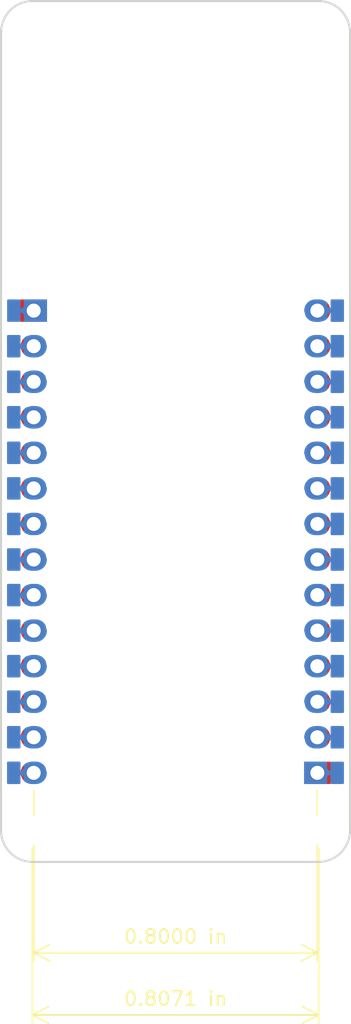
<source format=kicad_pcb>
(kicad_pcb (version 20171130) (host pcbnew 6.0.0-rc1-unknown-bcc8c64~66~ubuntu16.04.1)
  (layers (0 Top signal) (31 Bottom signal) (34 B.Paste user) (35 F.Paste user) (36 B.SilkS user) (37 F.SilkS user) (38 B.Mask user) (39 F.Mask user) (44 Edge.Cuts user))
  (net 0 "")
  (net 1 GND)
  (net 2 +5V)
  (net 3 VIN)
  (net 4 +3V3)
  (net 5 /MKR1000_1/RESET#)
  (net 6 /MKR1000_1/PB22_S5_TX)
  (net 7 /MKR1000_1/PB23_S5_RX)
  (net 8 /MKR1000_1/PA09_S0_I2C_SCL)
  (net 9 /MKR1000_1/PA08_S0_I2C_SDA)
  (net 10 /MKR1000_1/PA19_S1_MISO)
  (net 11 /MKR1000_1/PA17_S1_SCK)
  (net 12 /MKR1000_1/PA16_S1_MOSI)
  (net 13 /MKR1000_1/PA21_TCC0-W7)
  (net 14 /MKR1000_1/PA20_TCC0-W6)
  (net 15 /MKR1000_1/PB11_TCC0-W5)
  (net 16 /MKR1000_1/PB10_TCC0-W4)
  (net 17 /MKR1000_1/PA11_TCC0-W3)
  (net 18 /MKR1000_1/PA10_TCC0-W2)
  (net 19 /MKR1000_1/PA23_TC4-W1)
  (net 20 /MKR1000_1/PA22_TC4-W0)
  (net 21 /MKR1000_1/PA07_AIN7)
  (net 22 /MKR1000_1/PA06_AIN6)
  (net 23 /MKR1000_1/PA05_AIN5)
  (net 24 /MKR1000_1/PA04_AIN4)
  (net 25 /MKR1000_1/PB03_AIN11)
  (net 26 /MKR1000_1/PB02_AIN10)
  (net 27 /MKR1000_1/PA02_AIN0)
  (net 28 /MKR1000_1/PA03_VREFA)
  (module MKR1000:STRIP-14-MODULI-A11 (layer Top) (at 158.6611 128.12 90)
    (fp_text reference J5)
    (fp_text value DNP)
    (fp_poly (pts (xy 32.2199 0.0254) (xy 32.2199 -0.1397) (xy 32.2199 -0.139699) (xy 32.247163 -0.34678) (xy 32.327093 -0.539749) (xy 32.454244 -0.705455) (xy 32.61995 -0.832606) (xy 33.02 -0.9398) (xy 33.019999 -0.9398) (xy 33.22708 -0.912537) (xy 33.42005 -0.832607) (xy 33.585756 -0.705457) (xy 33.712907 -0.53975) (xy 33.792838 -0.346781) (xy 33.8201 -0.1397) (xy 33.8201 0.0254) (xy 33.8201 0.1397) (xy 33.8201 0.139699) (xy 33.792837 0.34678) (xy 33.712907 0.539749) (xy 33.585756 0.705455) (xy 33.42005 0.832606) (xy 33.227081 0.912536) (xy 33.02 0.9398) (xy 33.020001 0.9398) (xy 32.81292 0.912537) (xy 32.61995 0.832607) (xy 32.454244 0.705457) (xy 32.327093 0.53975) (xy 32.2199 0.1397)) (layer Top) (width 0))
    (fp_poly (pts (xy 29.6799 0.0254) (xy 29.6799 -0.1397) (xy 29.6799 -0.139699) (xy 29.707163 -0.34678) (xy 29.787093 -0.539749) (xy 29.914244 -0.705455) (xy 30.07995 -0.832606) (xy 30.48 -0.9398) (xy 30.479999 -0.9398) (xy 30.68708 -0.912537) (xy 30.88005 -0.832607) (xy 31.045756 -0.705457) (xy 31.172907 -0.53975) (xy 31.252838 -0.346781) (xy 31.2801 -0.1397) (xy 31.2801 0.0254) (xy 31.2801 0.1397) (xy 31.2801 0.139699) (xy 31.252837 0.34678) (xy 31.172907 0.539749) (xy 31.045756 0.705455) (xy 30.88005 0.832606) (xy 30.687081 0.912536) (xy 30.48 0.9398) (xy 30.480001 0.9398) (xy 30.27292 0.912537) (xy 30.07995 0.832607) (xy 29.914244 0.705457) (xy 29.787093 0.53975) (xy 29.6799 0.1397)) (layer Top) (width 0))
    (fp_poly (pts (xy 27.1399 0.0254) (xy 27.1399 -0.1397) (xy 27.1399 -0.139699) (xy 27.167163 -0.34678) (xy 27.247093 -0.539749) (xy 27.374244 -0.705455) (xy 27.53995 -0.832606) (xy 27.94 -0.9398) (xy 27.939999 -0.9398) (xy 28.14708 -0.912537) (xy 28.34005 -0.832607) (xy 28.505756 -0.705457) (xy 28.632907 -0.53975) (xy 28.712838 -0.346781) (xy 28.7401 -0.1397) (xy 28.7401 0.0254) (xy 28.7401 0.1397) (xy 28.7401 0.139699) (xy 28.712837 0.34678) (xy 28.632907 0.539749) (xy 28.505756 0.705455) (xy 28.34005 0.832606) (xy 28.147081 0.912536) (xy 27.94 0.9398) (xy 27.940001 0.9398) (xy 27.73292 0.912537) (xy 27.53995 0.832607) (xy 27.374244 0.705457) (xy 27.247093 0.53975) (xy 27.1399 0.1397)) (layer Top) (width 0))
    (fp_poly (pts (xy 24.5999 0.0254) (xy 24.5999 -0.1397) (xy 24.5999 -0.139699) (xy 24.627163 -0.34678) (xy 24.707093 -0.539749) (xy 24.834244 -0.705455) (xy 24.99995 -0.832606) (xy 25.4 -0.9398) (xy 25.399999 -0.9398) (xy 25.60708 -0.912537) (xy 25.80005 -0.832607) (xy 25.965756 -0.705457) (xy 26.092907 -0.53975) (xy 26.172838 -0.346781) (xy 26.2001 -0.1397) (xy 26.2001 0.0254) (xy 26.2001 0.1397) (xy 26.2001 0.139699) (xy 26.172837 0.34678) (xy 26.092907 0.539749) (xy 25.965756 0.705455) (xy 25.80005 0.832606) (xy 25.607081 0.912536) (xy 25.4 0.9398) (xy 25.400001 0.9398) (xy 25.19292 0.912537) (xy 24.99995 0.832607) (xy 24.834244 0.705457) (xy 24.707093 0.53975) (xy 24.5999 0.1397)) (layer Top) (width 0))
    (fp_poly (pts (xy 22.0599 0.0254) (xy 22.0599 -0.1397) (xy 22.0599 -0.139699) (xy 22.087163 -0.34678) (xy 22.167093 -0.539749) (xy 22.294244 -0.705455) (xy 22.45995 -0.832606) (xy 22.86 -0.9398) (xy 22.859999 -0.9398) (xy 23.06708 -0.912537) (xy 23.26005 -0.832607) (xy 23.425756 -0.705457) (xy 23.552907 -0.53975) (xy 23.632838 -0.346781) (xy 23.6601 -0.1397) (xy 23.6601 0.0254) (xy 23.6601 0.1397) (xy 23.6601 0.139699) (xy 23.632837 0.34678) (xy 23.552907 0.539749) (xy 23.425756 0.705455) (xy 23.26005 0.832606) (xy 23.067081 0.912536) (xy 22.86 0.9398) (xy 22.860001 0.9398) (xy 22.65292 0.912537) (xy 22.45995 0.832607) (xy 22.294244 0.705457) (xy 22.167093 0.53975) (xy 22.0599 0.1397)) (layer Top) (width 0))
    (fp_poly (pts (xy 19.5199 0.0254) (xy 19.5199 -0.1397) (xy 19.5199 -0.139699) (xy 19.547163 -0.34678) (xy 19.627093 -0.539749) (xy 19.754244 -0.705455) (xy 19.91995 -0.832606) (xy 20.32 -0.9398) (xy 20.319999 -0.9398) (xy 20.52708 -0.912537) (xy 20.72005 -0.832607) (xy 20.885756 -0.705457) (xy 21.012907 -0.53975) (xy 21.092838 -0.346781) (xy 21.1201 -0.1397) (xy 21.1201 0.0254) (xy 21.1201 0.1397) (xy 21.1201 0.139699) (xy 21.092837 0.34678) (xy 21.012907 0.539749) (xy 20.885756 0.705455) (xy 20.72005 0.832606) (xy 20.527081 0.912536) (xy 20.32 0.9398) (xy 20.320001 0.9398) (xy 20.11292 0.912537) (xy 19.91995 0.832607) (xy 19.754244 0.705457) (xy 19.627093 0.53975) (xy 19.5199 0.1397)) (layer Top) (width 0))
    (fp_poly (pts (xy 16.9799 0.0254) (xy 16.9799 -0.1397) (xy 16.9799 -0.139699) (xy 17.007163 -0.34678) (xy 17.087093 -0.539749) (xy 17.214244 -0.705455) (xy 17.37995 -0.832606) (xy 17.78 -0.9398) (xy 17.779999 -0.9398) (xy 17.98708 -0.912537) (xy 18.18005 -0.832607) (xy 18.345756 -0.705457) (xy 18.472907 -0.53975) (xy 18.552838 -0.346781) (xy 18.5801 -0.1397) (xy 18.5801 0.0254) (xy 18.5801 0.1397) (xy 18.5801 0.139699) (xy 18.552837 0.34678) (xy 18.472907 0.539749) (xy 18.345756 0.705455) (xy 18.18005 0.832606) (xy 17.987081 0.912536) (xy 17.78 0.9398) (xy 17.780001 0.9398) (xy 17.57292 0.912537) (xy 17.37995 0.832607) (xy 17.214244 0.705457) (xy 17.087093 0.53975) (xy 16.9799 0.1397)) (layer Top) (width 0))
    (fp_poly (pts (xy 14.4399 0.0254) (xy 14.4399 -0.1397) (xy 14.4399 -0.139699) (xy 14.467163 -0.34678) (xy 14.547093 -0.539749) (xy 14.674244 -0.705455) (xy 14.83995 -0.832606) (xy 15.24 -0.9398) (xy 15.239999 -0.9398) (xy 15.44708 -0.912537) (xy 15.64005 -0.832607) (xy 15.805756 -0.705457) (xy 15.932907 -0.53975) (xy 16.012838 -0.346781) (xy 16.0401 -0.1397) (xy 16.0401 0.0254) (xy 16.0401 0.1397) (xy 16.0401 0.139699) (xy 16.012837 0.34678) (xy 15.932907 0.539749) (xy 15.805756 0.705455) (xy 15.64005 0.832606) (xy 15.447081 0.912536) (xy 15.24 0.9398) (xy 15.240001 0.9398) (xy 15.03292 0.912537) (xy 14.83995 0.832607) (xy 14.674244 0.705457) (xy 14.547093 0.53975) (xy 14.4399 0.1397)) (layer Top) (width 0))
    (fp_poly (pts (xy 11.8999 0.0254) (xy 11.8999 -0.1397) (xy 11.8999 -0.139699) (xy 11.927163 -0.34678) (xy 12.007093 -0.539749) (xy 12.134244 -0.705455) (xy 12.29995 -0.832606) (xy 12.7 -0.9398) (xy 12.699999 -0.9398) (xy 12.90708 -0.912537) (xy 13.10005 -0.832607) (xy 13.265756 -0.705457) (xy 13.392907 -0.53975) (xy 13.472838 -0.346781) (xy 13.5001 -0.1397) (xy 13.5001 0.0254) (xy 13.5001 0.1397) (xy 13.5001 0.139699) (xy 13.472837 0.34678) (xy 13.392907 0.539749) (xy 13.265756 0.705455) (xy 13.10005 0.832606) (xy 12.907081 0.912536) (xy 12.7 0.9398) (xy 12.700001 0.9398) (xy 12.49292 0.912537) (xy 12.29995 0.832607) (xy 12.134244 0.705457) (xy 12.007093 0.53975) (xy 11.8999 0.1397)) (layer Top) (width 0))
    (fp_poly (pts (xy 9.3599 0.0254) (xy 9.3599 -0.1397) (xy 9.3599 -0.139699) (xy 9.387163 -0.34678) (xy 9.467093 -0.539749) (xy 9.594244 -0.705455) (xy 9.75995 -0.832606) (xy 10.16 -0.9398) (xy 10.159999 -0.9398) (xy 10.36708 -0.912537) (xy 10.56005 -0.832607) (xy 10.725756 -0.705457) (xy 10.852907 -0.53975) (xy 10.932838 -0.346781) (xy 10.9601 -0.1397) (xy 10.9601 0.0254) (xy 10.9601 0.1397) (xy 10.9601 0.139699) (xy 10.932837 0.34678) (xy 10.852907 0.539749) (xy 10.725756 0.705455) (xy 10.56005 0.832606) (xy 10.367081 0.912536) (xy 10.16 0.9398) (xy 10.160001 0.9398) (xy 9.95292 0.912537) (xy 9.75995 0.832607) (xy 9.594244 0.705457) (xy 9.467093 0.53975) (xy 9.3599 0.1397)) (layer Top) (width 0))
    (fp_poly (pts (xy 6.8199 0.0254) (xy 6.8199 -0.1397) (xy 6.8199 -0.139699) (xy 6.847163 -0.34678) (xy 6.927093 -0.539749) (xy 7.054244 -0.705455) (xy 7.21995 -0.832606) (xy 7.62 -0.9398) (xy 7.619999 -0.9398) (xy 7.82708 -0.912537) (xy 8.02005 -0.832607) (xy 8.185756 -0.705457) (xy 8.312907 -0.53975) (xy 8.392838 -0.346781) (xy 8.4201 -0.1397) (xy 8.4201 0.0254) (xy 8.4201 0.1397) (xy 8.4201 0.139699) (xy 8.392837 0.34678) (xy 8.312907 0.539749) (xy 8.185756 0.705455) (xy 8.02005 0.832606) (xy 7.827081 0.912536) (xy 7.62 0.9398) (xy 7.620001 0.9398) (xy 7.41292 0.912537) (xy 7.21995 0.832607) (xy 7.054244 0.705457) (xy 6.927093 0.53975) (xy 6.8199 0.1397)) (layer Top) (width 0))
    (fp_poly (pts (xy 4.2799 0.0254) (xy 4.2799 -0.1397) (xy 4.2799 -0.139699) (xy 4.307163 -0.34678) (xy 4.387093 -0.539749) (xy 4.514244 -0.705455) (xy 4.67995 -0.832606) (xy 5.08 -0.9398) (xy 5.079999 -0.9398) (xy 5.28708 -0.912537) (xy 5.48005 -0.832607) (xy 5.645756 -0.705457) (xy 5.772907 -0.53975) (xy 5.852838 -0.346781) (xy 5.8801 -0.1397) (xy 5.8801 0.0254) (xy 5.8801 0.1397) (xy 5.8801 0.139699) (xy 5.852837 0.34678) (xy 5.772907 0.539749) (xy 5.645756 0.705455) (xy 5.48005 0.832606) (xy 5.287081 0.912536) (xy 5.08 0.9398) (xy 5.080001 0.9398) (xy 4.87292 0.912537) (xy 4.67995 0.832607) (xy 4.514244 0.705457) (xy 4.387093 0.53975) (xy 4.2799 0.1397)) (layer Top) (width 0))
    (fp_poly (pts (xy 1.7399 0.0254) (xy 1.7399 -0.1397) (xy 1.7399 -0.139699) (xy 1.767163 -0.34678) (xy 1.847093 -0.539749) (xy 1.974244 -0.705455) (xy 2.13995 -0.832606) (xy 2.54 -0.9398) (xy 2.539999 -0.9398) (xy 2.74708 -0.912537) (xy 2.94005 -0.832607) (xy 3.105756 -0.705457) (xy 3.232907 -0.53975) (xy 3.312838 -0.346781) (xy 3.3401 -0.1397) (xy 3.3401 0.0254) (xy 3.3401 0.1397) (xy 3.3401 0.139699) (xy 3.312837 0.34678) (xy 3.232907 0.539749) (xy 3.105756 0.705455) (xy 2.94005 0.832606) (xy 2.747081 0.912536) (xy 2.54 0.9398) (xy 2.540001 0.9398) (xy 2.33292 0.912537) (xy 2.13995 0.832607) (xy 1.974244 0.705457) (xy 1.847093 0.53975) (xy 1.7399 0.1397)) (layer Top) (width 0))
    (fp_poly (pts (xy 32.2199 -0.1524) (xy 32.2199 -0.152399) (xy 32.24673 -0.356193) (xy 32.325392 -0.546099) (xy 32.450524 -0.709175) (xy 32.6136 -0.834307) (xy 33.0073 -0.9398) (xy 33.02 -0.9398) (xy 33.0327 -0.9398) (xy 33.032699 -0.9398) (xy 33.236493 -0.91297) (xy 33.4264 -0.834309) (xy 33.589476 -0.709176) (xy 33.714609 -0.5461) (xy 33.793271 -0.356194) (xy 33.8201 -0.1524) (xy 33.8201 0.1524) (xy 33.7947 0.3429) (xy 33.7185 0.5334) (xy 33.6042 0.6985) (xy 33.3756 0.6985) (xy 33.274 0.725724) (xy 33.1724 0.9017) (xy 33.1724 0.9525) (xy 33.7693 0.9525) (xy 33.8201 1.0033) (xy 33.8201 1.8542) (xy 33.7693 1.905) (xy 32.2707 1.905) (xy 32.2199 1.8542) (xy 32.2199 1.0033) (xy 32.2707 0.9525) (xy 32.8676 0.9525) (xy 32.8676 0.9017) (xy 32.840376 0.8001) (xy 32.766 0.725724) (xy 32.6644 0.6985) (xy 32.4358 0.6985) (xy 32.3215 0.5334) (xy 32.258 0.3429) (xy 32.2199 0.1524)) (layer Bottom) (width 0))
    (fp_poly (pts (xy 32.2199 -0.1524) (xy 32.2199 -0.152399) (xy 32.24673 -0.356193) (xy 32.325392 -0.546099) (xy 32.450524 -0.709175) (xy 32.6136 -0.834307) (xy 33.0073 -0.9398) (xy 33.02 -0.9398) (xy 33.0327 -0.9398) (xy 33.032699 -0.9398) (xy 33.236493 -0.91297) (xy 33.4264 -0.834309) (xy 33.589476 -0.709176) (xy 33.714609 -0.5461) (xy 33.793271 -0.356194) (xy 33.8201 -0.1524) (xy 33.8201 0.1524) (xy 33.7947 0.3429) (xy 33.7185 0.5334) (xy 33.6042 0.6985) (xy 33.3756 0.6985) (xy 33.274 0.725724) (xy 33.1724 0.9017) (xy 33.1724 0.9525) (xy 33.7693 0.9525) (xy 33.8201 1.0033) (xy 33.8201 1.8542) (xy 33.7693 1.905) (xy 32.2707 1.905) (xy 32.2199 1.8542) (xy 32.2199 1.0033) (xy 32.2707 0.9525) (xy 32.8676 0.9525) (xy 32.8676 0.9017) (xy 32.840376 0.8001) (xy 32.766 0.725724) (xy 32.6644 0.6985) (xy 32.4358 0.6985) (xy 32.3215 0.5334) (xy 32.258 0.3429) (xy 32.2199 0.1524)) (layer Bottom) (width 0))
    (fp_poly (pts (xy 32.2199 -0.1524) (xy 32.2199 -0.152399) (xy 32.24673 -0.356193) (xy 32.325392 -0.546099) (xy 32.450524 -0.709175) (xy 32.6136 -0.834307) (xy 33.0073 -0.9398) (xy 33.02 -0.9398) (xy 33.0327 -0.9398) (xy 33.032699 -0.9398) (xy 33.236493 -0.91297) (xy 33.4264 -0.834309) (xy 33.589476 -0.709176) (xy 33.714609 -0.5461) (xy 33.793271 -0.356194) (xy 33.8201 -0.1524) (xy 33.8201 0.1524) (xy 33.7947 0.3429) (xy 33.7185 0.5334) (xy 33.6042 0.6985) (xy 33.3756 0.6985) (xy 33.274 0.725724) (xy 33.1724 0.9017) (xy 33.1724 0.9525) (xy 33.7693 0.9525) (xy 33.8201 1.0033) (xy 33.8201 1.8542) (xy 33.7693 1.905) (xy 32.2707 1.905) (xy 32.2199 1.8542) (xy 32.2199 1.0033) (xy 32.2707 0.9525) (xy 32.8676 0.9525) (xy 32.8676 0.9017) (xy 32.840376 0.8001) (xy 32.766 0.725724) (xy 32.6644 0.6985) (xy 32.4358 0.6985) (xy 32.3215 0.5334) (xy 32.258 0.3429) (xy 32.2199 0.1524)) (layer Bottom) (width 0))
    (fp_poly (pts (xy 32.2199 -0.1524) (xy 32.2199 -0.152399) (xy 32.24673 -0.356193) (xy 32.325392 -0.546099) (xy 32.450524 -0.709175) (xy 32.6136 -0.834307) (xy 33.0073 -0.9398) (xy 33.02 -0.9398) (xy 33.0327 -0.9398) (xy 33.032699 -0.9398) (xy 33.236493 -0.91297) (xy 33.4264 -0.834309) (xy 33.589476 -0.709176) (xy 33.714609 -0.5461) (xy 33.793271 -0.356194) (xy 33.8201 -0.1524) (xy 33.8201 0.1524) (xy 33.7947 0.3429) (xy 33.7185 0.5334) (xy 33.6042 0.6985) (xy 33.3756 0.6985) (xy 33.274 0.725724) (xy 33.1724 0.9017) (xy 33.1724 0.9525) (xy 33.7693 0.9525) (xy 33.8201 1.0033) (xy 33.8201 1.8542) (xy 33.7693 1.905) (xy 32.2707 1.905) (xy 32.2199 1.8542) (xy 32.2199 1.0033) (xy 32.2707 0.9525) (xy 32.8676 0.9525) (xy 32.8676 0.9017) (xy 32.840376 0.8001) (xy 32.766 0.725724) (xy 32.6644 0.6985) (xy 32.4358 0.6985) (xy 32.3215 0.5334) (xy 32.258 0.3429) (xy 32.2199 0.1524)) (layer Bottom) (width 0))
    (fp_poly (pts (xy 32.2199 -0.1524) (xy 32.2199 -0.152399) (xy 32.24673 -0.356193) (xy 32.325392 -0.546099) (xy 32.450524 -0.709175) (xy 32.6136 -0.834307) (xy 33.0073 -0.9398) (xy 33.02 -0.9398) (xy 33.0327 -0.9398) (xy 33.032699 -0.9398) (xy 33.236493 -0.91297) (xy 33.4264 -0.834309) (xy 33.589476 -0.709176) (xy 33.714609 -0.5461) (xy 33.793271 -0.356194) (xy 33.8201 -0.1524) (xy 33.8201 0.1524) (xy 33.7947 0.3429) (xy 33.7185 0.5334) (xy 33.6042 0.6985) (xy 33.3756 0.6985) (xy 33.274 0.725724) (xy 33.1724 0.9017) (xy 33.1724 0.9525) (xy 33.7693 0.9525) (xy 33.8201 1.0033) (xy 33.8201 1.8542) (xy 33.7693 1.905) (xy 32.2707 1.905) (xy 32.2199 1.8542) (xy 32.2199 1.0033) (xy 32.2707 0.9525) (xy 32.8676 0.9525) (xy 32.8676 0.9017) (xy 32.840376 0.8001) (xy 32.766 0.725724) (xy 32.6644 0.6985) (xy 32.4358 0.6985) (xy 32.3215 0.5334) (xy 32.258 0.3429) (xy 32.2199 0.1524)) (layer Bottom) (width 0))
    (fp_poly (pts (xy 32.2199 -0.1524) (xy 32.2199 -0.152399) (xy 32.24673 -0.356193) (xy 32.325392 -0.546099) (xy 32.450524 -0.709175) (xy 32.6136 -0.834307) (xy 33.0073 -0.9398) (xy 33.02 -0.9398) (xy 33.0327 -0.9398) (xy 33.032699 -0.9398) (xy 33.236493 -0.91297) (xy 33.4264 -0.834309) (xy 33.589476 -0.709176) (xy 33.714609 -0.5461) (xy 33.793271 -0.356194) (xy 33.8201 -0.1524) (xy 33.8201 0.1524) (xy 33.7947 0.3429) (xy 33.7185 0.5334) (xy 33.6042 0.6985) (xy 33.3756 0.6985) (xy 33.274 0.725724) (xy 33.1724 0.9017) (xy 33.1724 0.9525) (xy 33.7693 0.9525) (xy 33.8201 1.0033) (xy 33.8201 1.8542) (xy 33.7693 1.905) (xy 32.2707 1.905) (xy 32.2199 1.8542) (xy 32.2199 1.0033) (xy 32.2707 0.9525) (xy 32.8676 0.9525) (xy 32.8676 0.9017) (xy 32.840376 0.8001) (xy 32.766 0.725724) (xy 32.6644 0.6985) (xy 32.4358 0.6985) (xy 32.3215 0.5334) (xy 32.258 0.3429) (xy 32.2199 0.1524)) (layer Bottom) (width 0))
    (fp_poly (pts (xy 32.2199 -0.1524) (xy 32.2199 -0.152399) (xy 32.24673 -0.356193) (xy 32.325392 -0.546099) (xy 32.450524 -0.709175) (xy 32.6136 -0.834307) (xy 33.0073 -0.9398) (xy 33.02 -0.9398) (xy 33.0327 -0.9398) (xy 33.032699 -0.9398) (xy 33.236493 -0.91297) (xy 33.4264 -0.834309) (xy 33.589476 -0.709176) (xy 33.714609 -0.5461) (xy 33.793271 -0.356194) (xy 33.8201 -0.1524) (xy 33.8201 0.1524) (xy 33.7947 0.3429) (xy 33.7185 0.5334) (xy 33.6042 0.6985) (xy 33.3756 0.6985) (xy 33.274 0.725724) (xy 33.1724 0.9017) (xy 33.1724 0.9525) (xy 33.7693 0.9525) (xy 33.8201 1.0033) (xy 33.8201 1.8542) (xy 33.7693 1.905) (xy 32.2707 1.905) (xy 32.2199 1.8542) (xy 32.2199 1.0033) (xy 32.2707 0.9525) (xy 32.8676 0.9525) (xy 32.8676 0.9017) (xy 32.840376 0.8001) (xy 32.766 0.725724) (xy 32.6644 0.6985) (xy 32.4358 0.6985) (xy 32.3215 0.5334) (xy 32.258 0.3429) (xy 32.2199 0.1524)) (layer Bottom) (width 0))
    (fp_poly (pts (xy 29.6799 -0.1524) (xy 29.6799 -0.152399) (xy 29.70673 -0.356193) (xy 29.785392 -0.546099) (xy 29.910524 -0.709175) (xy 30.0736 -0.834307) (xy 30.4673 -0.9398) (xy 30.48 -0.9398) (xy 30.4927 -0.9398) (xy 30.492699 -0.9398) (xy 30.696493 -0.91297) (xy 30.8864 -0.834309) (xy 31.049476 -0.709176) (xy 31.174609 -0.5461) (xy 31.253271 -0.356194) (xy 31.2801 -0.1524) (xy 31.2801 0.1524) (xy 31.2547 0.3429) (xy 31.1785 0.5334) (xy 31.0642 0.6985) (xy 30.8356 0.6985) (xy 30.734 0.725724) (xy 30.6324 0.9017) (xy 30.6324 0.9525) (xy 31.2293 0.9525) (xy 31.2801 1.0033) (xy 31.2801 1.8542) (xy 31.2293 1.905) (xy 29.7307 1.905) (xy 29.6799 1.8542) (xy 29.6799 1.0033) (xy 29.7307 0.9525) (xy 30.3276 0.9525) (xy 30.3276 0.9017) (xy 30.300376 0.8001) (xy 30.226 0.725724) (xy 30.1244 0.6985) (xy 29.8958 0.6985) (xy 29.7815 0.5334) (xy 29.718 0.3429) (xy 29.6799 0.1524)) (layer Bottom) (width 0))
    (fp_poly (pts (xy 29.6799 -0.1524) (xy 29.6799 -0.152399) (xy 29.70673 -0.356193) (xy 29.785392 -0.546099) (xy 29.910524 -0.709175) (xy 30.0736 -0.834307) (xy 30.4673 -0.9398) (xy 30.48 -0.9398) (xy 30.4927 -0.9398) (xy 30.492699 -0.9398) (xy 30.696493 -0.91297) (xy 30.8864 -0.834309) (xy 31.049476 -0.709176) (xy 31.174609 -0.5461) (xy 31.253271 -0.356194) (xy 31.2801 -0.1524) (xy 31.2801 0.1524) (xy 31.2547 0.3429) (xy 31.1785 0.5334) (xy 31.0642 0.6985) (xy 30.8356 0.6985) (xy 30.734 0.725724) (xy 30.6324 0.9017) (xy 30.6324 0.9525) (xy 31.2293 0.9525) (xy 31.2801 1.0033) (xy 31.2801 1.8542) (xy 31.2293 1.905) (xy 29.7307 1.905) (xy 29.6799 1.8542) (xy 29.6799 1.0033) (xy 29.7307 0.9525) (xy 30.3276 0.9525) (xy 30.3276 0.9017) (xy 30.300376 0.8001) (xy 30.226 0.725724) (xy 30.1244 0.6985) (xy 29.8958 0.6985) (xy 29.7815 0.5334) (xy 29.718 0.3429) (xy 29.6799 0.1524)) (layer Bottom) (width 0))
    (fp_poly (pts (xy 29.6799 -0.1524) (xy 29.6799 -0.152399) (xy 29.70673 -0.356193) (xy 29.785392 -0.546099) (xy 29.910524 -0.709175) (xy 30.0736 -0.834307) (xy 30.4673 -0.9398) (xy 30.48 -0.9398) (xy 30.4927 -0.9398) (xy 30.492699 -0.9398) (xy 30.696493 -0.91297) (xy 30.8864 -0.834309) (xy 31.049476 -0.709176) (xy 31.174609 -0.5461) (xy 31.253271 -0.356194) (xy 31.2801 -0.1524) (xy 31.2801 0.1524) (xy 31.2547 0.3429) (xy 31.1785 0.5334) (xy 31.0642 0.6985) (xy 30.8356 0.6985) (xy 30.734 0.725724) (xy 30.6324 0.9017) (xy 30.6324 0.9525) (xy 31.2293 0.9525) (xy 31.2801 1.0033) (xy 31.2801 1.8542) (xy 31.2293 1.905) (xy 29.7307 1.905) (xy 29.6799 1.8542) (xy 29.6799 1.0033) (xy 29.7307 0.9525) (xy 30.3276 0.9525) (xy 30.3276 0.9017) (xy 30.300376 0.8001) (xy 30.226 0.725724) (xy 30.1244 0.6985) (xy 29.8958 0.6985) (xy 29.7815 0.5334) (xy 29.718 0.3429) (xy 29.6799 0.1524)) (layer Bottom) (width 0))
    (fp_poly (pts (xy 29.6799 -0.1524) (xy 29.6799 -0.152399) (xy 29.70673 -0.356193) (xy 29.785392 -0.546099) (xy 29.910524 -0.709175) (xy 30.0736 -0.834307) (xy 30.4673 -0.9398) (xy 30.48 -0.9398) (xy 30.4927 -0.9398) (xy 30.492699 -0.9398) (xy 30.696493 -0.91297) (xy 30.8864 -0.834309) (xy 31.049476 -0.709176) (xy 31.174609 -0.5461) (xy 31.253271 -0.356194) (xy 31.2801 -0.1524) (xy 31.2801 0.1524) (xy 31.2547 0.3429) (xy 31.1785 0.5334) (xy 31.0642 0.6985) (xy 30.8356 0.6985) (xy 30.734 0.725724) (xy 30.6324 0.9017) (xy 30.6324 0.9525) (xy 31.2293 0.9525) (xy 31.2801 1.0033) (xy 31.2801 1.8542) (xy 31.2293 1.905) (xy 29.7307 1.905) (xy 29.6799 1.8542) (xy 29.6799 1.0033) (xy 29.7307 0.9525) (xy 30.3276 0.9525) (xy 30.3276 0.9017) (xy 30.300376 0.8001) (xy 30.226 0.725724) (xy 30.1244 0.6985) (xy 29.8958 0.6985) (xy 29.7815 0.5334) (xy 29.718 0.3429) (xy 29.6799 0.1524)) (layer Bottom) (width 0))
    (fp_poly (pts (xy 29.6799 -0.1524) (xy 29.6799 -0.152399) (xy 29.70673 -0.356193) (xy 29.785392 -0.546099) (xy 29.910524 -0.709175) (xy 30.0736 -0.834307) (xy 30.4673 -0.9398) (xy 30.48 -0.9398) (xy 30.4927 -0.9398) (xy 30.492699 -0.9398) (xy 30.696493 -0.91297) (xy 30.8864 -0.834309) (xy 31.049476 -0.709176) (xy 31.174609 -0.5461) (xy 31.253271 -0.356194) (xy 31.2801 -0.1524) (xy 31.2801 0.1524) (xy 31.2547 0.3429) (xy 31.1785 0.5334) (xy 31.0642 0.6985) (xy 30.8356 0.6985) (xy 30.734 0.725724) (xy 30.6324 0.9017) (xy 30.6324 0.9525) (xy 31.2293 0.9525) (xy 31.2801 1.0033) (xy 31.2801 1.8542) (xy 31.2293 1.905) (xy 29.7307 1.905) (xy 29.6799 1.8542) (xy 29.6799 1.0033) (xy 29.7307 0.9525) (xy 30.3276 0.9525) (xy 30.3276 0.9017) (xy 30.300376 0.8001) (xy 30.226 0.725724) (xy 30.1244 0.6985) (xy 29.8958 0.6985) (xy 29.7815 0.5334) (xy 29.718 0.3429) (xy 29.6799 0.1524)) (layer Bottom) (width 0))
    (fp_poly (pts (xy 29.6799 -0.1524) (xy 29.6799 -0.152399) (xy 29.70673 -0.356193) (xy 29.785392 -0.546099) (xy 29.910524 -0.709175) (xy 30.0736 -0.834307) (xy 30.4673 -0.9398) (xy 30.48 -0.9398) (xy 30.4927 -0.9398) (xy 30.492699 -0.9398) (xy 30.696493 -0.91297) (xy 30.8864 -0.834309) (xy 31.049476 -0.709176) (xy 31.174609 -0.5461) (xy 31.253271 -0.356194) (xy 31.2801 -0.1524) (xy 31.2801 0.1524) (xy 31.2547 0.3429) (xy 31.1785 0.5334) (xy 31.0642 0.6985) (xy 30.8356 0.6985) (xy 30.734 0.725724) (xy 30.6324 0.9017) (xy 30.6324 0.9525) (xy 31.2293 0.9525) (xy 31.2801 1.0033) (xy 31.2801 1.8542) (xy 31.2293 1.905) (xy 29.7307 1.905) (xy 29.6799 1.8542) (xy 29.6799 1.0033) (xy 29.7307 0.9525) (xy 30.3276 0.9525) (xy 30.3276 0.9017) (xy 30.300376 0.8001) (xy 30.226 0.725724) (xy 30.1244 0.6985) (xy 29.8958 0.6985) (xy 29.7815 0.5334) (xy 29.718 0.3429) (xy 29.6799 0.1524)) (layer Bottom) (width 0))
    (fp_poly (pts (xy 29.6799 -0.1524) (xy 29.6799 -0.152399) (xy 29.70673 -0.356193) (xy 29.785392 -0.546099) (xy 29.910524 -0.709175) (xy 30.0736 -0.834307) (xy 30.4673 -0.9398) (xy 30.48 -0.9398) (xy 30.4927 -0.9398) (xy 30.492699 -0.9398) (xy 30.696493 -0.91297) (xy 30.8864 -0.834309) (xy 31.049476 -0.709176) (xy 31.174609 -0.5461) (xy 31.253271 -0.356194) (xy 31.2801 -0.1524) (xy 31.2801 0.1524) (xy 31.2547 0.3429) (xy 31.1785 0.5334) (xy 31.0642 0.6985) (xy 30.8356 0.6985) (xy 30.734 0.725724) (xy 30.6324 0.9017) (xy 30.6324 0.9525) (xy 31.2293 0.9525) (xy 31.2801 1.0033) (xy 31.2801 1.8542) (xy 31.2293 1.905) (xy 29.7307 1.905) (xy 29.6799 1.8542) (xy 29.6799 1.0033) (xy 29.7307 0.9525) (xy 30.3276 0.9525) (xy 30.3276 0.9017) (xy 30.300376 0.8001) (xy 30.226 0.725724) (xy 30.1244 0.6985) (xy 29.8958 0.6985) (xy 29.7815 0.5334) (xy 29.718 0.3429) (xy 29.6799 0.1524)) (layer Bottom) (width 0))
    (fp_poly (pts (xy 27.1399 -0.1524) (xy 27.1399 -0.152399) (xy 27.16673 -0.356193) (xy 27.245392 -0.546099) (xy 27.370524 -0.709175) (xy 27.5336 -0.834307) (xy 27.9273 -0.9398) (xy 27.94 -0.9398) (xy 27.9527 -0.9398) (xy 27.952699 -0.9398) (xy 28.156493 -0.91297) (xy 28.3464 -0.834309) (xy 28.509476 -0.709176) (xy 28.634609 -0.5461) (xy 28.713271 -0.356194) (xy 28.7401 -0.1524) (xy 28.7401 0.1524) (xy 28.7147 0.3429) (xy 28.6385 0.5334) (xy 28.5242 0.6985) (xy 28.2956 0.6985) (xy 28.194 0.725724) (xy 28.0924 0.9017) (xy 28.0924 0.9525) (xy 28.6893 0.9525) (xy 28.7401 1.0033) (xy 28.7401 1.8542) (xy 28.6893 1.905) (xy 27.1907 1.905) (xy 27.1399 1.8542) (xy 27.1399 1.0033) (xy 27.1907 0.9525) (xy 27.7876 0.9525) (xy 27.7876 0.9017) (xy 27.760376 0.8001) (xy 27.686 0.725724) (xy 27.5844 0.6985) (xy 27.3558 0.6985) (xy 27.2415 0.5334) (xy 27.178 0.3429) (xy 27.1399 0.1524)) (layer Bottom) (width 0))
    (fp_poly (pts (xy 27.1399 -0.1524) (xy 27.1399 -0.152399) (xy 27.16673 -0.356193) (xy 27.245392 -0.546099) (xy 27.370524 -0.709175) (xy 27.5336 -0.834307) (xy 27.9273 -0.9398) (xy 27.94 -0.9398) (xy 27.9527 -0.9398) (xy 27.952699 -0.9398) (xy 28.156493 -0.91297) (xy 28.3464 -0.834309) (xy 28.509476 -0.709176) (xy 28.634609 -0.5461) (xy 28.713271 -0.356194) (xy 28.7401 -0.1524) (xy 28.7401 0.1524) (xy 28.7147 0.3429) (xy 28.6385 0.5334) (xy 28.5242 0.6985) (xy 28.2956 0.6985) (xy 28.194 0.725724) (xy 28.0924 0.9017) (xy 28.0924 0.9525) (xy 28.6893 0.9525) (xy 28.7401 1.0033) (xy 28.7401 1.8542) (xy 28.6893 1.905) (xy 27.1907 1.905) (xy 27.1399 1.8542) (xy 27.1399 1.0033) (xy 27.1907 0.9525) (xy 27.7876 0.9525) (xy 27.7876 0.9017) (xy 27.760376 0.8001) (xy 27.686 0.725724) (xy 27.5844 0.6985) (xy 27.3558 0.6985) (xy 27.2415 0.5334) (xy 27.178 0.3429) (xy 27.1399 0.1524)) (layer Bottom) (width 0))
    (fp_poly (pts (xy 27.1399 -0.1524) (xy 27.1399 -0.152399) (xy 27.16673 -0.356193) (xy 27.245392 -0.546099) (xy 27.370524 -0.709175) (xy 27.5336 -0.834307) (xy 27.9273 -0.9398) (xy 27.94 -0.9398) (xy 27.9527 -0.9398) (xy 27.952699 -0.9398) (xy 28.156493 -0.91297) (xy 28.3464 -0.834309) (xy 28.509476 -0.709176) (xy 28.634609 -0.5461) (xy 28.713271 -0.356194) (xy 28.7401 -0.1524) (xy 28.7401 0.1524) (xy 28.7147 0.3429) (xy 28.6385 0.5334) (xy 28.5242 0.6985) (xy 28.2956 0.6985) (xy 28.194 0.725724) (xy 28.0924 0.9017) (xy 28.0924 0.9525) (xy 28.6893 0.9525) (xy 28.7401 1.0033) (xy 28.7401 1.8542) (xy 28.6893 1.905) (xy 27.1907 1.905) (xy 27.1399 1.8542) (xy 27.1399 1.0033) (xy 27.1907 0.9525) (xy 27.7876 0.9525) (xy 27.7876 0.9017) (xy 27.760376 0.8001) (xy 27.686 0.725724) (xy 27.5844 0.6985) (xy 27.3558 0.6985) (xy 27.2415 0.5334) (xy 27.178 0.3429) (xy 27.1399 0.1524)) (layer Bottom) (width 0))
    (fp_poly (pts (xy 27.1399 -0.1524) (xy 27.1399 -0.152399) (xy 27.16673 -0.356193) (xy 27.245392 -0.546099) (xy 27.370524 -0.709175) (xy 27.5336 -0.834307) (xy 27.9273 -0.9398) (xy 27.94 -0.9398) (xy 27.9527 -0.9398) (xy 27.952699 -0.9398) (xy 28.156493 -0.91297) (xy 28.3464 -0.834309) (xy 28.509476 -0.709176) (xy 28.634609 -0.5461) (xy 28.713271 -0.356194) (xy 28.7401 -0.1524) (xy 28.7401 0.1524) (xy 28.7147 0.3429) (xy 28.6385 0.5334) (xy 28.5242 0.6985) (xy 28.2956 0.6985) (xy 28.194 0.725724) (xy 28.0924 0.9017) (xy 28.0924 0.9525) (xy 28.6893 0.9525) (xy 28.7401 1.0033) (xy 28.7401 1.8542) (xy 28.6893 1.905) (xy 27.1907 1.905) (xy 27.1399 1.8542) (xy 27.1399 1.0033) (xy 27.1907 0.9525) (xy 27.7876 0.9525) (xy 27.7876 0.9017) (xy 27.760376 0.8001) (xy 27.686 0.725724) (xy 27.5844 0.6985) (xy 27.3558 0.6985) (xy 27.2415 0.5334) (xy 27.178 0.3429) (xy 27.1399 0.1524)) (layer Bottom) (width 0))
    (fp_poly (pts (xy 27.1399 -0.1524) (xy 27.1399 -0.152399) (xy 27.16673 -0.356193) (xy 27.245392 -0.546099) (xy 27.370524 -0.709175) (xy 27.5336 -0.834307) (xy 27.9273 -0.9398) (xy 27.94 -0.9398) (xy 27.9527 -0.9398) (xy 27.952699 -0.9398) (xy 28.156493 -0.91297) (xy 28.3464 -0.834309) (xy 28.509476 -0.709176) (xy 28.634609 -0.5461) (xy 28.713271 -0.356194) (xy 28.7401 -0.1524) (xy 28.7401 0.1524) (xy 28.7147 0.3429) (xy 28.6385 0.5334) (xy 28.5242 0.6985) (xy 28.2956 0.6985) (xy 28.194 0.725724) (xy 28.0924 0.9017) (xy 28.0924 0.9525) (xy 28.6893 0.9525) (xy 28.7401 1.0033) (xy 28.7401 1.8542) (xy 28.6893 1.905) (xy 27.1907 1.905) (xy 27.1399 1.8542) (xy 27.1399 1.0033) (xy 27.1907 0.9525) (xy 27.7876 0.9525) (xy 27.7876 0.9017) (xy 27.760376 0.8001) (xy 27.686 0.725724) (xy 27.5844 0.6985) (xy 27.3558 0.6985) (xy 27.2415 0.5334) (xy 27.178 0.3429) (xy 27.1399 0.1524)) (layer Bottom) (width 0))
    (fp_poly (pts (xy 27.1399 -0.1524) (xy 27.1399 -0.152399) (xy 27.16673 -0.356193) (xy 27.245392 -0.546099) (xy 27.370524 -0.709175) (xy 27.5336 -0.834307) (xy 27.9273 -0.9398) (xy 27.94 -0.9398) (xy 27.9527 -0.9398) (xy 27.952699 -0.9398) (xy 28.156493 -0.91297) (xy 28.3464 -0.834309) (xy 28.509476 -0.709176) (xy 28.634609 -0.5461) (xy 28.713271 -0.356194) (xy 28.7401 -0.1524) (xy 28.7401 0.1524) (xy 28.7147 0.3429) (xy 28.6385 0.5334) (xy 28.5242 0.6985) (xy 28.2956 0.6985) (xy 28.194 0.725724) (xy 28.0924 0.9017) (xy 28.0924 0.9525) (xy 28.6893 0.9525) (xy 28.7401 1.0033) (xy 28.7401 1.8542) (xy 28.6893 1.905) (xy 27.1907 1.905) (xy 27.1399 1.8542) (xy 27.1399 1.0033) (xy 27.1907 0.9525) (xy 27.7876 0.9525) (xy 27.7876 0.9017) (xy 27.760376 0.8001) (xy 27.686 0.725724) (xy 27.5844 0.6985) (xy 27.3558 0.6985) (xy 27.2415 0.5334) (xy 27.178 0.3429) (xy 27.1399 0.1524)) (layer Bottom) (width 0))
    (fp_poly (pts (xy 27.1399 -0.1524) (xy 27.1399 -0.152399) (xy 27.16673 -0.356193) (xy 27.245392 -0.546099) (xy 27.370524 -0.709175) (xy 27.5336 -0.834307) (xy 27.9273 -0.9398) (xy 27.94 -0.9398) (xy 27.9527 -0.9398) (xy 27.952699 -0.9398) (xy 28.156493 -0.91297) (xy 28.3464 -0.834309) (xy 28.509476 -0.709176) (xy 28.634609 -0.5461) (xy 28.713271 -0.356194) (xy 28.7401 -0.1524) (xy 28.7401 0.1524) (xy 28.7147 0.3429) (xy 28.6385 0.5334) (xy 28.5242 0.6985) (xy 28.2956 0.6985) (xy 28.194 0.725724) (xy 28.0924 0.9017) (xy 28.0924 0.9525) (xy 28.6893 0.9525) (xy 28.7401 1.0033) (xy 28.7401 1.8542) (xy 28.6893 1.905) (xy 27.1907 1.905) (xy 27.1399 1.8542) (xy 27.1399 1.0033) (xy 27.1907 0.9525) (xy 27.7876 0.9525) (xy 27.7876 0.9017) (xy 27.760376 0.8001) (xy 27.686 0.725724) (xy 27.5844 0.6985) (xy 27.3558 0.6985) (xy 27.2415 0.5334) (xy 27.178 0.3429) (xy 27.1399 0.1524)) (layer Bottom) (width 0))
    (fp_poly (pts (xy 24.5999 -0.1524) (xy 24.5999 -0.152399) (xy 24.62673 -0.356193) (xy 24.705392 -0.546099) (xy 24.830524 -0.709175) (xy 24.9936 -0.834307) (xy 25.3873 -0.9398) (xy 25.4 -0.9398) (xy 25.4127 -0.9398) (xy 25.412699 -0.9398) (xy 25.616493 -0.91297) (xy 25.8064 -0.834309) (xy 25.969476 -0.709176) (xy 26.094609 -0.5461) (xy 26.173271 -0.356194) (xy 26.2001 -0.1524) (xy 26.2001 0.1524) (xy 26.1747 0.3429) (xy 26.0985 0.5334) (xy 25.9842 0.6985) (xy 25.7556 0.6985) (xy 25.654 0.725724) (xy 25.5524 0.9017) (xy 25.5524 0.9525) (xy 26.1493 0.9525) (xy 26.2001 1.0033) (xy 26.2001 1.8542) (xy 26.1493 1.905) (xy 24.6507 1.905) (xy 24.5999 1.8542) (xy 24.5999 1.0033) (xy 24.6507 0.9525) (xy 25.2476 0.9525) (xy 25.2476 0.9017) (xy 25.220376 0.8001) (xy 25.146 0.725724) (xy 25.0444 0.6985) (xy 24.8158 0.6985) (xy 24.7015 0.5334) (xy 24.638 0.3429) (xy 24.5999 0.1524)) (layer Bottom) (width 0))
    (fp_poly (pts (xy 24.5999 -0.1524) (xy 24.5999 -0.152399) (xy 24.62673 -0.356193) (xy 24.705392 -0.546099) (xy 24.830524 -0.709175) (xy 24.9936 -0.834307) (xy 25.3873 -0.9398) (xy 25.4 -0.9398) (xy 25.4127 -0.9398) (xy 25.412699 -0.9398) (xy 25.616493 -0.91297) (xy 25.8064 -0.834309) (xy 25.969476 -0.709176) (xy 26.094609 -0.5461) (xy 26.173271 -0.356194) (xy 26.2001 -0.1524) (xy 26.2001 0.1524) (xy 26.1747 0.3429) (xy 26.0985 0.5334) (xy 25.9842 0.6985) (xy 25.7556 0.6985) (xy 25.654 0.725724) (xy 25.5524 0.9017) (xy 25.5524 0.9525) (xy 26.1493 0.9525) (xy 26.2001 1.0033) (xy 26.2001 1.8542) (xy 26.1493 1.905) (xy 24.6507 1.905) (xy 24.5999 1.8542) (xy 24.5999 1.0033) (xy 24.6507 0.9525) (xy 25.2476 0.9525) (xy 25.2476 0.9017) (xy 25.220376 0.8001) (xy 25.146 0.725724) (xy 25.0444 0.6985) (xy 24.8158 0.6985) (xy 24.7015 0.5334) (xy 24.638 0.3429) (xy 24.5999 0.1524)) (layer Bottom) (width 0))
    (fp_poly (pts (xy 24.5999 -0.1524) (xy 24.5999 -0.152399) (xy 24.62673 -0.356193) (xy 24.705392 -0.546099) (xy 24.830524 -0.709175) (xy 24.9936 -0.834307) (xy 25.3873 -0.9398) (xy 25.4 -0.9398) (xy 25.4127 -0.9398) (xy 25.412699 -0.9398) (xy 25.616493 -0.91297) (xy 25.8064 -0.834309) (xy 25.969476 -0.709176) (xy 26.094609 -0.5461) (xy 26.173271 -0.356194) (xy 26.2001 -0.1524) (xy 26.2001 0.1524) (xy 26.1747 0.3429) (xy 26.0985 0.5334) (xy 25.9842 0.6985) (xy 25.7556 0.6985) (xy 25.654 0.725724) (xy 25.5524 0.9017) (xy 25.5524 0.9525) (xy 26.1493 0.9525) (xy 26.2001 1.0033) (xy 26.2001 1.8542) (xy 26.1493 1.905) (xy 24.6507 1.905) (xy 24.5999 1.8542) (xy 24.5999 1.0033) (xy 24.6507 0.9525) (xy 25.2476 0.9525) (xy 25.2476 0.9017) (xy 25.220376 0.8001) (xy 25.146 0.725724) (xy 25.0444 0.6985) (xy 24.8158 0.6985) (xy 24.7015 0.5334) (xy 24.638 0.3429) (xy 24.5999 0.1524)) (layer Bottom) (width 0))
    (fp_poly (pts (xy 24.5999 -0.1524) (xy 24.5999 -0.152399) (xy 24.62673 -0.356193) (xy 24.705392 -0.546099) (xy 24.830524 -0.709175) (xy 24.9936 -0.834307) (xy 25.3873 -0.9398) (xy 25.4 -0.9398) (xy 25.4127 -0.9398) (xy 25.412699 -0.9398) (xy 25.616493 -0.91297) (xy 25.8064 -0.834309) (xy 25.969476 -0.709176) (xy 26.094609 -0.5461) (xy 26.173271 -0.356194) (xy 26.2001 -0.1524) (xy 26.2001 0.1524) (xy 26.1747 0.3429) (xy 26.0985 0.5334) (xy 25.9842 0.6985) (xy 25.7556 0.6985) (xy 25.654 0.725724) (xy 25.5524 0.9017) (xy 25.5524 0.9525) (xy 26.1493 0.9525) (xy 26.2001 1.0033) (xy 26.2001 1.8542) (xy 26.1493 1.905) (xy 24.6507 1.905) (xy 24.5999 1.8542) (xy 24.5999 1.0033) (xy 24.6507 0.9525) (xy 25.2476 0.9525) (xy 25.2476 0.9017) (xy 25.220376 0.8001) (xy 25.146 0.725724) (xy 25.0444 0.6985) (xy 24.8158 0.6985) (xy 24.7015 0.5334) (xy 24.638 0.3429) (xy 24.5999 0.1524)) (layer Bottom) (width 0))
    (fp_poly (pts (xy 24.5999 -0.1524) (xy 24.5999 -0.152399) (xy 24.62673 -0.356193) (xy 24.705392 -0.546099) (xy 24.830524 -0.709175) (xy 24.9936 -0.834307) (xy 25.3873 -0.9398) (xy 25.4 -0.9398) (xy 25.4127 -0.9398) (xy 25.412699 -0.9398) (xy 25.616493 -0.91297) (xy 25.8064 -0.834309) (xy 25.969476 -0.709176) (xy 26.094609 -0.5461) (xy 26.173271 -0.356194) (xy 26.2001 -0.1524) (xy 26.2001 0.1524) (xy 26.1747 0.3429) (xy 26.0985 0.5334) (xy 25.9842 0.6985) (xy 25.7556 0.6985) (xy 25.654 0.725724) (xy 25.5524 0.9017) (xy 25.5524 0.9525) (xy 26.1493 0.9525) (xy 26.2001 1.0033) (xy 26.2001 1.8542) (xy 26.1493 1.905) (xy 24.6507 1.905) (xy 24.5999 1.8542) (xy 24.5999 1.0033) (xy 24.6507 0.9525) (xy 25.2476 0.9525) (xy 25.2476 0.9017) (xy 25.220376 0.8001) (xy 25.146 0.725724) (xy 25.0444 0.6985) (xy 24.8158 0.6985) (xy 24.7015 0.5334) (xy 24.638 0.3429) (xy 24.5999 0.1524)) (layer Bottom) (width 0))
    (fp_poly (pts (xy 24.5999 -0.1524) (xy 24.5999 -0.152399) (xy 24.62673 -0.356193) (xy 24.705392 -0.546099) (xy 24.830524 -0.709175) (xy 24.9936 -0.834307) (xy 25.3873 -0.9398) (xy 25.4 -0.9398) (xy 25.4127 -0.9398) (xy 25.412699 -0.9398) (xy 25.616493 -0.91297) (xy 25.8064 -0.834309) (xy 25.969476 -0.709176) (xy 26.094609 -0.5461) (xy 26.173271 -0.356194) (xy 26.2001 -0.1524) (xy 26.2001 0.1524) (xy 26.1747 0.3429) (xy 26.0985 0.5334) (xy 25.9842 0.6985) (xy 25.7556 0.6985) (xy 25.654 0.725724) (xy 25.5524 0.9017) (xy 25.5524 0.9525) (xy 26.1493 0.9525) (xy 26.2001 1.0033) (xy 26.2001 1.8542) (xy 26.1493 1.905) (xy 24.6507 1.905) (xy 24.5999 1.8542) (xy 24.5999 1.0033) (xy 24.6507 0.9525) (xy 25.2476 0.9525) (xy 25.2476 0.9017) (xy 25.220376 0.8001) (xy 25.146 0.725724) (xy 25.0444 0.6985) (xy 24.8158 0.6985) (xy 24.7015 0.5334) (xy 24.638 0.3429) (xy 24.5999 0.1524)) (layer Bottom) (width 0))
    (fp_poly (pts (xy 24.5999 -0.1524) (xy 24.5999 -0.152399) (xy 24.62673 -0.356193) (xy 24.705392 -0.546099) (xy 24.830524 -0.709175) (xy 24.9936 -0.834307) (xy 25.3873 -0.9398) (xy 25.4 -0.9398) (xy 25.4127 -0.9398) (xy 25.412699 -0.9398) (xy 25.616493 -0.91297) (xy 25.8064 -0.834309) (xy 25.969476 -0.709176) (xy 26.094609 -0.5461) (xy 26.173271 -0.356194) (xy 26.2001 -0.1524) (xy 26.2001 0.1524) (xy 26.1747 0.3429) (xy 26.0985 0.5334) (xy 25.9842 0.6985) (xy 25.7556 0.6985) (xy 25.654 0.725724) (xy 25.5524 0.9017) (xy 25.5524 0.9525) (xy 26.1493 0.9525) (xy 26.2001 1.0033) (xy 26.2001 1.8542) (xy 26.1493 1.905) (xy 24.6507 1.905) (xy 24.5999 1.8542) (xy 24.5999 1.0033) (xy 24.6507 0.9525) (xy 25.2476 0.9525) (xy 25.2476 0.9017) (xy 25.220376 0.8001) (xy 25.146 0.725724) (xy 25.0444 0.6985) (xy 24.8158 0.6985) (xy 24.7015 0.5334) (xy 24.638 0.3429) (xy 24.5999 0.1524)) (layer Bottom) (width 0))
    (fp_poly (pts (xy 22.0599 -0.1524) (xy 22.0599 -0.152399) (xy 22.08673 -0.356193) (xy 22.165392 -0.546099) (xy 22.290524 -0.709175) (xy 22.4536 -0.834307) (xy 22.8473 -0.9398) (xy 22.86 -0.9398) (xy 22.8727 -0.9398) (xy 22.872699 -0.9398) (xy 23.076493 -0.91297) (xy 23.2664 -0.834309) (xy 23.429476 -0.709176) (xy 23.554609 -0.5461) (xy 23.633271 -0.356194) (xy 23.6601 -0.1524) (xy 23.6601 0.1524) (xy 23.6347 0.3429) (xy 23.5585 0.5334) (xy 23.4442 0.6985) (xy 23.2156 0.6985) (xy 23.114 0.725724) (xy 23.0124 0.9017) (xy 23.0124 0.9525) (xy 23.6093 0.9525) (xy 23.6601 1.0033) (xy 23.6601 1.8542) (xy 23.6093 1.905) (xy 22.1107 1.905) (xy 22.0599 1.8542) (xy 22.0599 1.0033) (xy 22.1107 0.9525) (xy 22.7076 0.9525) (xy 22.7076 0.9017) (xy 22.680376 0.8001) (xy 22.606 0.725724) (xy 22.5044 0.6985) (xy 22.2758 0.6985) (xy 22.1615 0.5334) (xy 22.098 0.3429) (xy 22.0599 0.1524)) (layer Bottom) (width 0))
    (fp_poly (pts (xy 22.0599 -0.1524) (xy 22.0599 -0.152399) (xy 22.08673 -0.356193) (xy 22.165392 -0.546099) (xy 22.290524 -0.709175) (xy 22.4536 -0.834307) (xy 22.8473 -0.9398) (xy 22.86 -0.9398) (xy 22.8727 -0.9398) (xy 22.872699 -0.9398) (xy 23.076493 -0.91297) (xy 23.2664 -0.834309) (xy 23.429476 -0.709176) (xy 23.554609 -0.5461) (xy 23.633271 -0.356194) (xy 23.6601 -0.1524) (xy 23.6601 0.1524) (xy 23.6347 0.3429) (xy 23.5585 0.5334) (xy 23.4442 0.6985) (xy 23.2156 0.6985) (xy 23.114 0.725724) (xy 23.0124 0.9017) (xy 23.0124 0.9525) (xy 23.6093 0.9525) (xy 23.6601 1.0033) (xy 23.6601 1.8542) (xy 23.6093 1.905) (xy 22.1107 1.905) (xy 22.0599 1.8542) (xy 22.0599 1.0033) (xy 22.1107 0.9525) (xy 22.7076 0.9525) (xy 22.7076 0.9017) (xy 22.680376 0.8001) (xy 22.606 0.725724) (xy 22.5044 0.6985) (xy 22.2758 0.6985) (xy 22.1615 0.5334) (xy 22.098 0.3429) (xy 22.0599 0.1524)) (layer Bottom) (width 0))
    (fp_poly (pts (xy 22.0599 -0.1524) (xy 22.0599 -0.152399) (xy 22.08673 -0.356193) (xy 22.165392 -0.546099) (xy 22.290524 -0.709175) (xy 22.4536 -0.834307) (xy 22.8473 -0.9398) (xy 22.86 -0.9398) (xy 22.8727 -0.9398) (xy 22.872699 -0.9398) (xy 23.076493 -0.91297) (xy 23.2664 -0.834309) (xy 23.429476 -0.709176) (xy 23.554609 -0.5461) (xy 23.633271 -0.356194) (xy 23.6601 -0.1524) (xy 23.6601 0.1524) (xy 23.6347 0.3429) (xy 23.5585 0.5334) (xy 23.4442 0.6985) (xy 23.2156 0.6985) (xy 23.114 0.725724) (xy 23.0124 0.9017) (xy 23.0124 0.9525) (xy 23.6093 0.9525) (xy 23.6601 1.0033) (xy 23.6601 1.8542) (xy 23.6093 1.905) (xy 22.1107 1.905) (xy 22.0599 1.8542) (xy 22.0599 1.0033) (xy 22.1107 0.9525) (xy 22.7076 0.9525) (xy 22.7076 0.9017) (xy 22.680376 0.8001) (xy 22.606 0.725724) (xy 22.5044 0.6985) (xy 22.2758 0.6985) (xy 22.1615 0.5334) (xy 22.098 0.3429) (xy 22.0599 0.1524)) (layer Bottom) (width 0))
    (fp_poly (pts (xy 22.0599 -0.1524) (xy 22.0599 -0.152399) (xy 22.08673 -0.356193) (xy 22.165392 -0.546099) (xy 22.290524 -0.709175) (xy 22.4536 -0.834307) (xy 22.8473 -0.9398) (xy 22.86 -0.9398) (xy 22.8727 -0.9398) (xy 22.872699 -0.9398) (xy 23.076493 -0.91297) (xy 23.2664 -0.834309) (xy 23.429476 -0.709176) (xy 23.554609 -0.5461) (xy 23.633271 -0.356194) (xy 23.6601 -0.1524) (xy 23.6601 0.1524) (xy 23.6347 0.3429) (xy 23.5585 0.5334) (xy 23.4442 0.6985) (xy 23.2156 0.6985) (xy 23.114 0.725724) (xy 23.0124 0.9017) (xy 23.0124 0.9525) (xy 23.6093 0.9525) (xy 23.6601 1.0033) (xy 23.6601 1.8542) (xy 23.6093 1.905) (xy 22.1107 1.905) (xy 22.0599 1.8542) (xy 22.0599 1.0033) (xy 22.1107 0.9525) (xy 22.7076 0.9525) (xy 22.7076 0.9017) (xy 22.680376 0.8001) (xy 22.606 0.725724) (xy 22.5044 0.6985) (xy 22.2758 0.6985) (xy 22.1615 0.5334) (xy 22.098 0.3429) (xy 22.0599 0.1524)) (layer Bottom) (width 0))
    (fp_poly (pts (xy 22.0599 -0.1524) (xy 22.0599 -0.152399) (xy 22.08673 -0.356193) (xy 22.165392 -0.546099) (xy 22.290524 -0.709175) (xy 22.4536 -0.834307) (xy 22.8473 -0.9398) (xy 22.86 -0.9398) (xy 22.8727 -0.9398) (xy 22.872699 -0.9398) (xy 23.076493 -0.91297) (xy 23.2664 -0.834309) (xy 23.429476 -0.709176) (xy 23.554609 -0.5461) (xy 23.633271 -0.356194) (xy 23.6601 -0.1524) (xy 23.6601 0.1524) (xy 23.6347 0.3429) (xy 23.5585 0.5334) (xy 23.4442 0.6985) (xy 23.2156 0.6985) (xy 23.114 0.725724) (xy 23.0124 0.9017) (xy 23.0124 0.9525) (xy 23.6093 0.9525) (xy 23.6601 1.0033) (xy 23.6601 1.8542) (xy 23.6093 1.905) (xy 22.1107 1.905) (xy 22.0599 1.8542) (xy 22.0599 1.0033) (xy 22.1107 0.9525) (xy 22.7076 0.9525) (xy 22.7076 0.9017) (xy 22.680376 0.8001) (xy 22.606 0.725724) (xy 22.5044 0.6985) (xy 22.2758 0.6985) (xy 22.1615 0.5334) (xy 22.098 0.3429) (xy 22.0599 0.1524)) (layer Bottom) (width 0))
    (fp_poly (pts (xy 22.0599 -0.1524) (xy 22.0599 -0.152399) (xy 22.08673 -0.356193) (xy 22.165392 -0.546099) (xy 22.290524 -0.709175) (xy 22.4536 -0.834307) (xy 22.8473 -0.9398) (xy 22.86 -0.9398) (xy 22.8727 -0.9398) (xy 22.872699 -0.9398) (xy 23.076493 -0.91297) (xy 23.2664 -0.834309) (xy 23.429476 -0.709176) (xy 23.554609 -0.5461) (xy 23.633271 -0.356194) (xy 23.6601 -0.1524) (xy 23.6601 0.1524) (xy 23.6347 0.3429) (xy 23.5585 0.5334) (xy 23.4442 0.6985) (xy 23.2156 0.6985) (xy 23.114 0.725724) (xy 23.0124 0.9017) (xy 23.0124 0.9525) (xy 23.6093 0.9525) (xy 23.6601 1.0033) (xy 23.6601 1.8542) (xy 23.6093 1.905) (xy 22.1107 1.905) (xy 22.0599 1.8542) (xy 22.0599 1.0033) (xy 22.1107 0.9525) (xy 22.7076 0.9525) (xy 22.7076 0.9017) (xy 22.680376 0.8001) (xy 22.606 0.725724) (xy 22.5044 0.6985) (xy 22.2758 0.6985) (xy 22.1615 0.5334) (xy 22.098 0.3429) (xy 22.0599 0.1524)) (layer Bottom) (width 0))
    (fp_poly (pts (xy 22.0599 -0.1524) (xy 22.0599 -0.152399) (xy 22.08673 -0.356193) (xy 22.165392 -0.546099) (xy 22.290524 -0.709175) (xy 22.4536 -0.834307) (xy 22.8473 -0.9398) (xy 22.86 -0.9398) (xy 22.8727 -0.9398) (xy 22.872699 -0.9398) (xy 23.076493 -0.91297) (xy 23.2664 -0.834309) (xy 23.429476 -0.709176) (xy 23.554609 -0.5461) (xy 23.633271 -0.356194) (xy 23.6601 -0.1524) (xy 23.6601 0.1524) (xy 23.6347 0.3429) (xy 23.5585 0.5334) (xy 23.4442 0.6985) (xy 23.2156 0.6985) (xy 23.114 0.725724) (xy 23.0124 0.9017) (xy 23.0124 0.9525) (xy 23.6093 0.9525) (xy 23.6601 1.0033) (xy 23.6601 1.8542) (xy 23.6093 1.905) (xy 22.1107 1.905) (xy 22.0599 1.8542) (xy 22.0599 1.0033) (xy 22.1107 0.9525) (xy 22.7076 0.9525) (xy 22.7076 0.9017) (xy 22.680376 0.8001) (xy 22.606 0.725724) (xy 22.5044 0.6985) (xy 22.2758 0.6985) (xy 22.1615 0.5334) (xy 22.098 0.3429) (xy 22.0599 0.1524)) (layer Bottom) (width 0))
    (fp_poly (pts (xy 19.5199 -0.1524) (xy 19.5199 -0.152399) (xy 19.54673 -0.356193) (xy 19.625392 -0.546099) (xy 19.750524 -0.709175) (xy 19.9136 -0.834307) (xy 20.3073 -0.9398) (xy 20.32 -0.9398) (xy 20.3327 -0.9398) (xy 20.332699 -0.9398) (xy 20.536493 -0.91297) (xy 20.7264 -0.834309) (xy 20.889476 -0.709176) (xy 21.014609 -0.5461) (xy 21.093271 -0.356194) (xy 21.1201 -0.1524) (xy 21.1201 0.1524) (xy 21.0947 0.3429) (xy 21.0185 0.5334) (xy 20.9042 0.6985) (xy 20.6756 0.6985) (xy 20.574 0.725724) (xy 20.4724 0.9017) (xy 20.4724 0.9525) (xy 21.0693 0.9525) (xy 21.1201 1.0033) (xy 21.1201 1.8542) (xy 21.0693 1.905) (xy 19.5707 1.905) (xy 19.5199 1.8542) (xy 19.5199 1.0033) (xy 19.5707 0.9525) (xy 20.1676 0.9525) (xy 20.1676 0.9017) (xy 20.140376 0.8001) (xy 20.066 0.725724) (xy 19.9644 0.6985) (xy 19.7358 0.6985) (xy 19.6215 0.5334) (xy 19.558 0.3429) (xy 19.5199 0.1524)) (layer Bottom) (width 0))
    (fp_poly (pts (xy 19.5199 -0.1524) (xy 19.5199 -0.152399) (xy 19.54673 -0.356193) (xy 19.625392 -0.546099) (xy 19.750524 -0.709175) (xy 19.9136 -0.834307) (xy 20.3073 -0.9398) (xy 20.32 -0.9398) (xy 20.3327 -0.9398) (xy 20.332699 -0.9398) (xy 20.536493 -0.91297) (xy 20.7264 -0.834309) (xy 20.889476 -0.709176) (xy 21.014609 -0.5461) (xy 21.093271 -0.356194) (xy 21.1201 -0.1524) (xy 21.1201 0.1524) (xy 21.0947 0.3429) (xy 21.0185 0.5334) (xy 20.9042 0.6985) (xy 20.6756 0.6985) (xy 20.574 0.725724) (xy 20.4724 0.9017) (xy 20.4724 0.9525) (xy 21.0693 0.9525) (xy 21.1201 1.0033) (xy 21.1201 1.8542) (xy 21.0693 1.905) (xy 19.5707 1.905) (xy 19.5199 1.8542) (xy 19.5199 1.0033) (xy 19.5707 0.9525) (xy 20.1676 0.9525) (xy 20.1676 0.9017) (xy 20.140376 0.8001) (xy 20.066 0.725724) (xy 19.9644 0.6985) (xy 19.7358 0.6985) (xy 19.6215 0.5334) (xy 19.558 0.3429) (xy 19.5199 0.1524)) (layer Bottom) (width 0))
    (fp_poly (pts (xy 19.5199 -0.1524) (xy 19.5199 -0.152399) (xy 19.54673 -0.356193) (xy 19.625392 -0.546099) (xy 19.750524 -0.709175) (xy 19.9136 -0.834307) (xy 20.3073 -0.9398) (xy 20.32 -0.9398) (xy 20.3327 -0.9398) (xy 20.332699 -0.9398) (xy 20.536493 -0.91297) (xy 20.7264 -0.834309) (xy 20.889476 -0.709176) (xy 21.014609 -0.5461) (xy 21.093271 -0.356194) (xy 21.1201 -0.1524) (xy 21.1201 0.1524) (xy 21.0947 0.3429) (xy 21.0185 0.5334) (xy 20.9042 0.6985) (xy 20.6756 0.6985) (xy 20.574 0.725724) (xy 20.4724 0.9017) (xy 20.4724 0.9525) (xy 21.0693 0.9525) (xy 21.1201 1.0033) (xy 21.1201 1.8542) (xy 21.0693 1.905) (xy 19.5707 1.905) (xy 19.5199 1.8542) (xy 19.5199 1.0033) (xy 19.5707 0.9525) (xy 20.1676 0.9525) (xy 20.1676 0.9017) (xy 20.140376 0.8001) (xy 20.066 0.725724) (xy 19.9644 0.6985) (xy 19.7358 0.6985) (xy 19.6215 0.5334) (xy 19.558 0.3429) (xy 19.5199 0.1524)) (layer Bottom) (width 0))
    (fp_poly (pts (xy 19.5199 -0.1524) (xy 19.5199 -0.152399) (xy 19.54673 -0.356193) (xy 19.625392 -0.546099) (xy 19.750524 -0.709175) (xy 19.9136 -0.834307) (xy 20.3073 -0.9398) (xy 20.32 -0.9398) (xy 20.3327 -0.9398) (xy 20.332699 -0.9398) (xy 20.536493 -0.91297) (xy 20.7264 -0.834309) (xy 20.889476 -0.709176) (xy 21.014609 -0.5461) (xy 21.093271 -0.356194) (xy 21.1201 -0.1524) (xy 21.1201 0.1524) (xy 21.0947 0.3429) (xy 21.0185 0.5334) (xy 20.9042 0.6985) (xy 20.6756 0.6985) (xy 20.574 0.725724) (xy 20.4724 0.9017) (xy 20.4724 0.9525) (xy 21.0693 0.9525) (xy 21.1201 1.0033) (xy 21.1201 1.8542) (xy 21.0693 1.905) (xy 19.5707 1.905) (xy 19.5199 1.8542) (xy 19.5199 1.0033) (xy 19.5707 0.9525) (xy 20.1676 0.9525) (xy 20.1676 0.9017) (xy 20.140376 0.8001) (xy 20.066 0.725724) (xy 19.9644 0.6985) (xy 19.7358 0.6985) (xy 19.6215 0.5334) (xy 19.558 0.3429) (xy 19.5199 0.1524)) (layer Bottom) (width 0))
    (fp_poly (pts (xy 19.5199 -0.1524) (xy 19.5199 -0.152399) (xy 19.54673 -0.356193) (xy 19.625392 -0.546099) (xy 19.750524 -0.709175) (xy 19.9136 -0.834307) (xy 20.3073 -0.9398) (xy 20.32 -0.9398) (xy 20.3327 -0.9398) (xy 20.332699 -0.9398) (xy 20.536493 -0.91297) (xy 20.7264 -0.834309) (xy 20.889476 -0.709176) (xy 21.014609 -0.5461) (xy 21.093271 -0.356194) (xy 21.1201 -0.1524) (xy 21.1201 0.1524) (xy 21.0947 0.3429) (xy 21.0185 0.5334) (xy 20.9042 0.6985) (xy 20.6756 0.6985) (xy 20.574 0.725724) (xy 20.4724 0.9017) (xy 20.4724 0.9525) (xy 21.0693 0.9525) (xy 21.1201 1.0033) (xy 21.1201 1.8542) (xy 21.0693 1.905) (xy 19.5707 1.905) (xy 19.5199 1.8542) (xy 19.5199 1.0033) (xy 19.5707 0.9525) (xy 20.1676 0.9525) (xy 20.1676 0.9017) (xy 20.140376 0.8001) (xy 20.066 0.725724) (xy 19.9644 0.6985) (xy 19.7358 0.6985) (xy 19.6215 0.5334) (xy 19.558 0.3429) (xy 19.5199 0.1524)) (layer Bottom) (width 0))
    (fp_poly (pts (xy 19.5199 -0.1524) (xy 19.5199 -0.152399) (xy 19.54673 -0.356193) (xy 19.625392 -0.546099) (xy 19.750524 -0.709175) (xy 19.9136 -0.834307) (xy 20.3073 -0.9398) (xy 20.32 -0.9398) (xy 20.3327 -0.9398) (xy 20.332699 -0.9398) (xy 20.536493 -0.91297) (xy 20.7264 -0.834309) (xy 20.889476 -0.709176) (xy 21.014609 -0.5461) (xy 21.093271 -0.356194) (xy 21.1201 -0.1524) (xy 21.1201 0.1524) (xy 21.0947 0.3429) (xy 21.0185 0.5334) (xy 20.9042 0.6985) (xy 20.6756 0.6985) (xy 20.574 0.725724) (xy 20.4724 0.9017) (xy 20.4724 0.9525) (xy 21.0693 0.9525) (xy 21.1201 1.0033) (xy 21.1201 1.8542) (xy 21.0693 1.905) (xy 19.5707 1.905) (xy 19.5199 1.8542) (xy 19.5199 1.0033) (xy 19.5707 0.9525) (xy 20.1676 0.9525) (xy 20.1676 0.9017) (xy 20.140376 0.8001) (xy 20.066 0.725724) (xy 19.9644 0.6985) (xy 19.7358 0.6985) (xy 19.6215 0.5334) (xy 19.558 0.3429) (xy 19.5199 0.1524)) (layer Bottom) (width 0))
    (fp_poly (pts (xy 19.5199 -0.1524) (xy 19.5199 -0.152399) (xy 19.54673 -0.356193) (xy 19.625392 -0.546099) (xy 19.750524 -0.709175) (xy 19.9136 -0.834307) (xy 20.3073 -0.9398) (xy 20.32 -0.9398) (xy 20.3327 -0.9398) (xy 20.332699 -0.9398) (xy 20.536493 -0.91297) (xy 20.7264 -0.834309) (xy 20.889476 -0.709176) (xy 21.014609 -0.5461) (xy 21.093271 -0.356194) (xy 21.1201 -0.1524) (xy 21.1201 0.1524) (xy 21.0947 0.3429) (xy 21.0185 0.5334) (xy 20.9042 0.6985) (xy 20.6756 0.6985) (xy 20.574 0.725724) (xy 20.4724 0.9017) (xy 20.4724 0.9525) (xy 21.0693 0.9525) (xy 21.1201 1.0033) (xy 21.1201 1.8542) (xy 21.0693 1.905) (xy 19.5707 1.905) (xy 19.5199 1.8542) (xy 19.5199 1.0033) (xy 19.5707 0.9525) (xy 20.1676 0.9525) (xy 20.1676 0.9017) (xy 20.140376 0.8001) (xy 20.066 0.725724) (xy 19.9644 0.6985) (xy 19.7358 0.6985) (xy 19.6215 0.5334) (xy 19.558 0.3429) (xy 19.5199 0.1524)) (layer Bottom) (width 0))
    (fp_poly (pts (xy 16.9799 -0.1524) (xy 16.9799 -0.152399) (xy 17.00673 -0.356193) (xy 17.085392 -0.546099) (xy 17.210524 -0.709175) (xy 17.3736 -0.834307) (xy 17.7673 -0.9398) (xy 17.78 -0.9398) (xy 17.7927 -0.9398) (xy 17.792699 -0.9398) (xy 17.996493 -0.91297) (xy 18.1864 -0.834309) (xy 18.349476 -0.709176) (xy 18.474609 -0.5461) (xy 18.553271 -0.356194) (xy 18.5801 -0.1524) (xy 18.5801 0.1524) (xy 18.5547 0.3429) (xy 18.4785 0.5334) (xy 18.3642 0.6985) (xy 18.1356 0.6985) (xy 18.034 0.725724) (xy 17.9324 0.9017) (xy 17.9324 0.9525) (xy 18.5293 0.9525) (xy 18.5801 1.0033) (xy 18.5801 1.8542) (xy 18.5293 1.905) (xy 17.0307 1.905) (xy 16.9799 1.8542) (xy 16.9799 1.0033) (xy 17.0307 0.9525) (xy 17.6276 0.9525) (xy 17.6276 0.9017) (xy 17.600376 0.8001) (xy 17.526 0.725724) (xy 17.4244 0.6985) (xy 17.1958 0.6985) (xy 17.0815 0.5334) (xy 17.018 0.3429) (xy 16.9799 0.1524)) (layer Bottom) (width 0))
    (fp_poly (pts (xy 16.9799 -0.1524) (xy 16.9799 -0.152399) (xy 17.00673 -0.356193) (xy 17.085392 -0.546099) (xy 17.210524 -0.709175) (xy 17.3736 -0.834307) (xy 17.7673 -0.9398) (xy 17.78 -0.9398) (xy 17.7927 -0.9398) (xy 17.792699 -0.9398) (xy 17.996493 -0.91297) (xy 18.1864 -0.834309) (xy 18.349476 -0.709176) (xy 18.474609 -0.5461) (xy 18.553271 -0.356194) (xy 18.5801 -0.1524) (xy 18.5801 0.1524) (xy 18.5547 0.3429) (xy 18.4785 0.5334) (xy 18.3642 0.6985) (xy 18.1356 0.6985) (xy 18.034 0.725724) (xy 17.9324 0.9017) (xy 17.9324 0.9525) (xy 18.5293 0.9525) (xy 18.5801 1.0033) (xy 18.5801 1.8542) (xy 18.5293 1.905) (xy 17.0307 1.905) (xy 16.9799 1.8542) (xy 16.9799 1.0033) (xy 17.0307 0.9525) (xy 17.6276 0.9525) (xy 17.6276 0.9017) (xy 17.600376 0.8001) (xy 17.526 0.725724) (xy 17.4244 0.6985) (xy 17.1958 0.6985) (xy 17.0815 0.5334) (xy 17.018 0.3429) (xy 16.9799 0.1524)) (layer Bottom) (width 0))
    (fp_poly (pts (xy 16.9799 -0.1524) (xy 16.9799 -0.152399) (xy 17.00673 -0.356193) (xy 17.085392 -0.546099) (xy 17.210524 -0.709175) (xy 17.3736 -0.834307) (xy 17.7673 -0.9398) (xy 17.78 -0.9398) (xy 17.7927 -0.9398) (xy 17.792699 -0.9398) (xy 17.996493 -0.91297) (xy 18.1864 -0.834309) (xy 18.349476 -0.709176) (xy 18.474609 -0.5461) (xy 18.553271 -0.356194) (xy 18.5801 -0.1524) (xy 18.5801 0.1524) (xy 18.5547 0.3429) (xy 18.4785 0.5334) (xy 18.3642 0.6985) (xy 18.1356 0.6985) (xy 18.034 0.725724) (xy 17.9324 0.9017) (xy 17.9324 0.9525) (xy 18.5293 0.9525) (xy 18.5801 1.0033) (xy 18.5801 1.8542) (xy 18.5293 1.905) (xy 17.0307 1.905) (xy 16.9799 1.8542) (xy 16.9799 1.0033) (xy 17.0307 0.9525) (xy 17.6276 0.9525) (xy 17.6276 0.9017) (xy 17.600376 0.8001) (xy 17.526 0.725724) (xy 17.4244 0.6985) (xy 17.1958 0.6985) (xy 17.0815 0.5334) (xy 17.018 0.3429) (xy 16.9799 0.1524)) (layer Bottom) (width 0))
    (fp_poly (pts (xy 16.9799 -0.1524) (xy 16.9799 -0.152399) (xy 17.00673 -0.356193) (xy 17.085392 -0.546099) (xy 17.210524 -0.709175) (xy 17.3736 -0.834307) (xy 17.7673 -0.9398) (xy 17.78 -0.9398) (xy 17.7927 -0.9398) (xy 17.792699 -0.9398) (xy 17.996493 -0.91297) (xy 18.1864 -0.834309) (xy 18.349476 -0.709176) (xy 18.474609 -0.5461) (xy 18.553271 -0.356194) (xy 18.5801 -0.1524) (xy 18.5801 0.1524) (xy 18.5547 0.3429) (xy 18.4785 0.5334) (xy 18.3642 0.6985) (xy 18.1356 0.6985) (xy 18.034 0.725724) (xy 17.9324 0.9017) (xy 17.9324 0.9525) (xy 18.5293 0.9525) (xy 18.5801 1.0033) (xy 18.5801 1.8542) (xy 18.5293 1.905) (xy 17.0307 1.905) (xy 16.9799 1.8542) (xy 16.9799 1.0033) (xy 17.0307 0.9525) (xy 17.6276 0.9525) (xy 17.6276 0.9017) (xy 17.600376 0.8001) (xy 17.526 0.725724) (xy 17.4244 0.6985) (xy 17.1958 0.6985) (xy 17.0815 0.5334) (xy 17.018 0.3429) (xy 16.9799 0.1524)) (layer Bottom) (width 0))
    (fp_poly (pts (xy 16.9799 -0.1524) (xy 16.9799 -0.152399) (xy 17.00673 -0.356193) (xy 17.085392 -0.546099) (xy 17.210524 -0.709175) (xy 17.3736 -0.834307) (xy 17.7673 -0.9398) (xy 17.78 -0.9398) (xy 17.7927 -0.9398) (xy 17.792699 -0.9398) (xy 17.996493 -0.91297) (xy 18.1864 -0.834309) (xy 18.349476 -0.709176) (xy 18.474609 -0.5461) (xy 18.553271 -0.356194) (xy 18.5801 -0.1524) (xy 18.5801 0.1524) (xy 18.5547 0.3429) (xy 18.4785 0.5334) (xy 18.3642 0.6985) (xy 18.1356 0.6985) (xy 18.034 0.725724) (xy 17.9324 0.9017) (xy 17.9324 0.9525) (xy 18.5293 0.9525) (xy 18.5801 1.0033) (xy 18.5801 1.8542) (xy 18.5293 1.905) (xy 17.0307 1.905) (xy 16.9799 1.8542) (xy 16.9799 1.0033) (xy 17.0307 0.9525) (xy 17.6276 0.9525) (xy 17.6276 0.9017) (xy 17.600376 0.8001) (xy 17.526 0.725724) (xy 17.4244 0.6985) (xy 17.1958 0.6985) (xy 17.0815 0.5334) (xy 17.018 0.3429) (xy 16.9799 0.1524)) (layer Bottom) (width 0))
    (fp_poly (pts (xy 16.9799 -0.1524) (xy 16.9799 -0.152399) (xy 17.00673 -0.356193) (xy 17.085392 -0.546099) (xy 17.210524 -0.709175) (xy 17.3736 -0.834307) (xy 17.7673 -0.9398) (xy 17.78 -0.9398) (xy 17.7927 -0.9398) (xy 17.792699 -0.9398) (xy 17.996493 -0.91297) (xy 18.1864 -0.834309) (xy 18.349476 -0.709176) (xy 18.474609 -0.5461) (xy 18.553271 -0.356194) (xy 18.5801 -0.1524) (xy 18.5801 0.1524) (xy 18.5547 0.3429) (xy 18.4785 0.5334) (xy 18.3642 0.6985) (xy 18.1356 0.6985) (xy 18.034 0.725724) (xy 17.9324 0.9017) (xy 17.9324 0.9525) (xy 18.5293 0.9525) (xy 18.5801 1.0033) (xy 18.5801 1.8542) (xy 18.5293 1.905) (xy 17.0307 1.905) (xy 16.9799 1.8542) (xy 16.9799 1.0033) (xy 17.0307 0.9525) (xy 17.6276 0.9525) (xy 17.6276 0.9017) (xy 17.600376 0.8001) (xy 17.526 0.725724) (xy 17.4244 0.6985) (xy 17.1958 0.6985) (xy 17.0815 0.5334) (xy 17.018 0.3429) (xy 16.9799 0.1524)) (layer Bottom) (width 0))
    (fp_poly (pts (xy 16.9799 -0.1524) (xy 16.9799 -0.152399) (xy 17.00673 -0.356193) (xy 17.085392 -0.546099) (xy 17.210524 -0.709175) (xy 17.3736 -0.834307) (xy 17.7673 -0.9398) (xy 17.78 -0.9398) (xy 17.7927 -0.9398) (xy 17.792699 -0.9398) (xy 17.996493 -0.91297) (xy 18.1864 -0.834309) (xy 18.349476 -0.709176) (xy 18.474609 -0.5461) (xy 18.553271 -0.356194) (xy 18.5801 -0.1524) (xy 18.5801 0.1524) (xy 18.5547 0.3429) (xy 18.4785 0.5334) (xy 18.3642 0.6985) (xy 18.1356 0.6985) (xy 18.034 0.725724) (xy 17.9324 0.9017) (xy 17.9324 0.9525) (xy 18.5293 0.9525) (xy 18.5801 1.0033) (xy 18.5801 1.8542) (xy 18.5293 1.905) (xy 17.0307 1.905) (xy 16.9799 1.8542) (xy 16.9799 1.0033) (xy 17.0307 0.9525) (xy 17.6276 0.9525) (xy 17.6276 0.9017) (xy 17.600376 0.8001) (xy 17.526 0.725724) (xy 17.4244 0.6985) (xy 17.1958 0.6985) (xy 17.0815 0.5334) (xy 17.018 0.3429) (xy 16.9799 0.1524)) (layer Bottom) (width 0))
    (fp_poly (pts (xy 14.4399 -0.1524) (xy 14.4399 -0.152399) (xy 14.46673 -0.356193) (xy 14.545392 -0.546099) (xy 14.670524 -0.709175) (xy 14.8336 -0.834307) (xy 15.2273 -0.9398) (xy 15.24 -0.9398) (xy 15.2527 -0.9398) (xy 15.252699 -0.9398) (xy 15.456493 -0.91297) (xy 15.6464 -0.834309) (xy 15.809476 -0.709176) (xy 15.934609 -0.5461) (xy 16.013271 -0.356194) (xy 16.0401 -0.1524) (xy 16.0401 0.1524) (xy 16.0147 0.3429) (xy 15.9385 0.5334) (xy 15.8242 0.6985) (xy 15.5956 0.6985) (xy 15.494 0.725724) (xy 15.3924 0.9017) (xy 15.3924 0.9525) (xy 15.9893 0.9525) (xy 16.0401 1.0033) (xy 16.0401 1.8542) (xy 15.9893 1.905) (xy 14.4907 1.905) (xy 14.4399 1.8542) (xy 14.4399 1.0033) (xy 14.4907 0.9525) (xy 15.0876 0.9525) (xy 15.0876 0.9017) (xy 15.060376 0.8001) (xy 14.986 0.725724) (xy 14.8844 0.6985) (xy 14.6558 0.6985) (xy 14.5415 0.5334) (xy 14.478 0.3429) (xy 14.4399 0.1524)) (layer Bottom) (width 0))
    (fp_poly (pts (xy 14.4399 -0.1524) (xy 14.4399 -0.152399) (xy 14.46673 -0.356193) (xy 14.545392 -0.546099) (xy 14.670524 -0.709175) (xy 14.8336 -0.834307) (xy 15.2273 -0.9398) (xy 15.24 -0.9398) (xy 15.2527 -0.9398) (xy 15.252699 -0.9398) (xy 15.456493 -0.91297) (xy 15.6464 -0.834309) (xy 15.809476 -0.709176) (xy 15.934609 -0.5461) (xy 16.013271 -0.356194) (xy 16.0401 -0.1524) (xy 16.0401 0.1524) (xy 16.0147 0.3429) (xy 15.9385 0.5334) (xy 15.8242 0.6985) (xy 15.5956 0.6985) (xy 15.494 0.725724) (xy 15.3924 0.9017) (xy 15.3924 0.9525) (xy 15.9893 0.9525) (xy 16.0401 1.0033) (xy 16.0401 1.8542) (xy 15.9893 1.905) (xy 14.4907 1.905) (xy 14.4399 1.8542) (xy 14.4399 1.0033) (xy 14.4907 0.9525) (xy 15.0876 0.9525) (xy 15.0876 0.9017) (xy 15.060376 0.8001) (xy 14.986 0.725724) (xy 14.8844 0.6985) (xy 14.6558 0.6985) (xy 14.5415 0.5334) (xy 14.478 0.3429) (xy 14.4399 0.1524)) (layer Bottom) (width 0))
    (fp_poly (pts (xy 14.4399 -0.1524) (xy 14.4399 -0.152399) (xy 14.46673 -0.356193) (xy 14.545392 -0.546099) (xy 14.670524 -0.709175) (xy 14.8336 -0.834307) (xy 15.2273 -0.9398) (xy 15.24 -0.9398) (xy 15.2527 -0.9398) (xy 15.252699 -0.9398) (xy 15.456493 -0.91297) (xy 15.6464 -0.834309) (xy 15.809476 -0.709176) (xy 15.934609 -0.5461) (xy 16.013271 -0.356194) (xy 16.0401 -0.1524) (xy 16.0401 0.1524) (xy 16.0147 0.3429) (xy 15.9385 0.5334) (xy 15.8242 0.6985) (xy 15.5956 0.6985) (xy 15.494 0.725724) (xy 15.3924 0.9017) (xy 15.3924 0.9525) (xy 15.9893 0.9525) (xy 16.0401 1.0033) (xy 16.0401 1.8542) (xy 15.9893 1.905) (xy 14.4907 1.905) (xy 14.4399 1.8542) (xy 14.4399 1.0033) (xy 14.4907 0.9525) (xy 15.0876 0.9525) (xy 15.0876 0.9017) (xy 15.060376 0.8001) (xy 14.986 0.725724) (xy 14.8844 0.6985) (xy 14.6558 0.6985) (xy 14.5415 0.5334) (xy 14.478 0.3429) (xy 14.4399 0.1524)) (layer Bottom) (width 0))
    (fp_poly (pts (xy 14.4399 -0.1524) (xy 14.4399 -0.152399) (xy 14.46673 -0.356193) (xy 14.545392 -0.546099) (xy 14.670524 -0.709175) (xy 14.8336 -0.834307) (xy 15.2273 -0.9398) (xy 15.24 -0.9398) (xy 15.2527 -0.9398) (xy 15.252699 -0.9398) (xy 15.456493 -0.91297) (xy 15.6464 -0.834309) (xy 15.809476 -0.709176) (xy 15.934609 -0.5461) (xy 16.013271 -0.356194) (xy 16.0401 -0.1524) (xy 16.0401 0.1524) (xy 16.0147 0.3429) (xy 15.9385 0.5334) (xy 15.8242 0.6985) (xy 15.5956 0.6985) (xy 15.494 0.725724) (xy 15.3924 0.9017) (xy 15.3924 0.9525) (xy 15.9893 0.9525) (xy 16.0401 1.0033) (xy 16.0401 1.8542) (xy 15.9893 1.905) (xy 14.4907 1.905) (xy 14.4399 1.8542) (xy 14.4399 1.0033) (xy 14.4907 0.9525) (xy 15.0876 0.9525) (xy 15.0876 0.9017) (xy 15.060376 0.8001) (xy 14.986 0.725724) (xy 14.8844 0.6985) (xy 14.6558 0.6985) (xy 14.5415 0.5334) (xy 14.478 0.3429) (xy 14.4399 0.1524)) (layer Bottom) (width 0))
    (fp_poly (pts (xy 14.4399 -0.1524) (xy 14.4399 -0.152399) (xy 14.46673 -0.356193) (xy 14.545392 -0.546099) (xy 14.670524 -0.709175) (xy 14.8336 -0.834307) (xy 15.2273 -0.9398) (xy 15.24 -0.9398) (xy 15.2527 -0.9398) (xy 15.252699 -0.9398) (xy 15.456493 -0.91297) (xy 15.6464 -0.834309) (xy 15.809476 -0.709176) (xy 15.934609 -0.5461) (xy 16.013271 -0.356194) (xy 16.0401 -0.1524) (xy 16.0401 0.1524) (xy 16.0147 0.3429) (xy 15.9385 0.5334) (xy 15.8242 0.6985) (xy 15.5956 0.6985) (xy 15.494 0.725724) (xy 15.3924 0.9017) (xy 15.3924 0.9525) (xy 15.9893 0.9525) (xy 16.0401 1.0033) (xy 16.0401 1.8542) (xy 15.9893 1.905) (xy 14.4907 1.905) (xy 14.4399 1.8542) (xy 14.4399 1.0033) (xy 14.4907 0.9525) (xy 15.0876 0.9525) (xy 15.0876 0.9017) (xy 15.060376 0.8001) (xy 14.986 0.725724) (xy 14.8844 0.6985) (xy 14.6558 0.6985) (xy 14.5415 0.5334) (xy 14.478 0.3429) (xy 14.4399 0.1524)) (layer Bottom) (width 0))
    (fp_poly (pts (xy 14.4399 -0.1524) (xy 14.4399 -0.152399) (xy 14.46673 -0.356193) (xy 14.545392 -0.546099) (xy 14.670524 -0.709175) (xy 14.8336 -0.834307) (xy 15.2273 -0.9398) (xy 15.24 -0.9398) (xy 15.2527 -0.9398) (xy 15.252699 -0.9398) (xy 15.456493 -0.91297) (xy 15.6464 -0.834309) (xy 15.809476 -0.709176) (xy 15.934609 -0.5461) (xy 16.013271 -0.356194) (xy 16.0401 -0.1524) (xy 16.0401 0.1524) (xy 16.0147 0.3429) (xy 15.9385 0.5334) (xy 15.8242 0.6985) (xy 15.5956 0.6985) (xy 15.494 0.725724) (xy 15.3924 0.9017) (xy 15.3924 0.9525) (xy 15.9893 0.9525) (xy 16.0401 1.0033) (xy 16.0401 1.8542) (xy 15.9893 1.905) (xy 14.4907 1.905) (xy 14.4399 1.8542) (xy 14.4399 1.0033) (xy 14.4907 0.9525) (xy 15.0876 0.9525) (xy 15.0876 0.9017) (xy 15.060376 0.8001) (xy 14.986 0.725724) (xy 14.8844 0.6985) (xy 14.6558 0.6985) (xy 14.5415 0.5334) (xy 14.478 0.3429) (xy 14.4399 0.1524)) (layer Bottom) (width 0))
    (fp_poly (pts (xy 14.4399 -0.1524) (xy 14.4399 -0.152399) (xy 14.46673 -0.356193) (xy 14.545392 -0.546099) (xy 14.670524 -0.709175) (xy 14.8336 -0.834307) (xy 15.2273 -0.9398) (xy 15.24 -0.9398) (xy 15.2527 -0.9398) (xy 15.252699 -0.9398) (xy 15.456493 -0.91297) (xy 15.6464 -0.834309) (xy 15.809476 -0.709176) (xy 15.934609 -0.5461) (xy 16.013271 -0.356194) (xy 16.0401 -0.1524) (xy 16.0401 0.1524) (xy 16.0147 0.3429) (xy 15.9385 0.5334) (xy 15.8242 0.6985) (xy 15.5956 0.6985) (xy 15.494 0.725724) (xy 15.3924 0.9017) (xy 15.3924 0.9525) (xy 15.9893 0.9525) (xy 16.0401 1.0033) (xy 16.0401 1.8542) (xy 15.9893 1.905) (xy 14.4907 1.905) (xy 14.4399 1.8542) (xy 14.4399 1.0033) (xy 14.4907 0.9525) (xy 15.0876 0.9525) (xy 15.0876 0.9017) (xy 15.060376 0.8001) (xy 14.986 0.725724) (xy 14.8844 0.6985) (xy 14.6558 0.6985) (xy 14.5415 0.5334) (xy 14.478 0.3429) (xy 14.4399 0.1524)) (layer Bottom) (width 0))
    (fp_poly (pts (xy 11.8999 -0.1524) (xy 11.8999 -0.152399) (xy 11.92673 -0.356193) (xy 12.005392 -0.546099) (xy 12.130524 -0.709175) (xy 12.2936 -0.834307) (xy 12.6873 -0.9398) (xy 12.7 -0.9398) (xy 12.7127 -0.9398) (xy 12.712699 -0.9398) (xy 12.916493 -0.91297) (xy 13.1064 -0.834309) (xy 13.269476 -0.709176) (xy 13.394609 -0.5461) (xy 13.473271 -0.356194) (xy 13.5001 -0.1524) (xy 13.5001 0.1524) (xy 13.4747 0.3429) (xy 13.3985 0.5334) (xy 13.2842 0.6985) (xy 13.0556 0.6985) (xy 12.954 0.725724) (xy 12.8524 0.9017) (xy 12.8524 0.9525) (xy 13.4493 0.9525) (xy 13.5001 1.0033) (xy 13.5001 1.8542) (xy 13.4493 1.905) (xy 11.9507 1.905) (xy 11.8999 1.8542) (xy 11.8999 1.0033) (xy 11.9507 0.9525) (xy 12.5476 0.9525) (xy 12.5476 0.9017) (xy 12.520376 0.8001) (xy 12.446 0.725724) (xy 12.3444 0.6985) (xy 12.1158 0.6985) (xy 12.0015 0.5334) (xy 11.938 0.3429) (xy 11.8999 0.1524)) (layer Bottom) (width 0))
    (fp_poly (pts (xy 11.8999 -0.1524) (xy 11.8999 -0.152399) (xy 11.92673 -0.356193) (xy 12.005392 -0.546099) (xy 12.130524 -0.709175) (xy 12.2936 -0.834307) (xy 12.6873 -0.9398) (xy 12.7 -0.9398) (xy 12.7127 -0.9398) (xy 12.712699 -0.9398) (xy 12.916493 -0.91297) (xy 13.1064 -0.834309) (xy 13.269476 -0.709176) (xy 13.394609 -0.5461) (xy 13.473271 -0.356194) (xy 13.5001 -0.1524) (xy 13.5001 0.1524) (xy 13.4747 0.3429) (xy 13.3985 0.5334) (xy 13.2842 0.6985) (xy 13.0556 0.6985) (xy 12.954 0.725724) (xy 12.8524 0.9017) (xy 12.8524 0.9525) (xy 13.4493 0.9525) (xy 13.5001 1.0033) (xy 13.5001 1.8542) (xy 13.4493 1.905) (xy 11.9507 1.905) (xy 11.8999 1.8542) (xy 11.8999 1.0033) (xy 11.9507 0.9525) (xy 12.5476 0.9525) (xy 12.5476 0.9017) (xy 12.520376 0.8001) (xy 12.446 0.725724) (xy 12.3444 0.6985) (xy 12.1158 0.6985) (xy 12.0015 0.5334) (xy 11.938 0.3429) (xy 11.8999 0.1524)) (layer Bottom) (width 0))
    (fp_poly (pts (xy 11.8999 -0.1524) (xy 11.8999 -0.152399) (xy 11.92673 -0.356193) (xy 12.005392 -0.546099) (xy 12.130524 -0.709175) (xy 12.2936 -0.834307) (xy 12.6873 -0.9398) (xy 12.7 -0.9398) (xy 12.7127 -0.9398) (xy 12.712699 -0.9398) (xy 12.916493 -0.91297) (xy 13.1064 -0.834309) (xy 13.269476 -0.709176) (xy 13.394609 -0.5461) (xy 13.473271 -0.356194) (xy 13.5001 -0.1524) (xy 13.5001 0.1524) (xy 13.4747 0.3429) (xy 13.3985 0.5334) (xy 13.2842 0.6985) (xy 13.0556 0.6985) (xy 12.954 0.725724) (xy 12.8524 0.9017) (xy 12.8524 0.9525) (xy 13.4493 0.9525) (xy 13.5001 1.0033) (xy 13.5001 1.8542) (xy 13.4493 1.905) (xy 11.9507 1.905) (xy 11.8999 1.8542) (xy 11.8999 1.0033) (xy 11.9507 0.9525) (xy 12.5476 0.9525) (xy 12.5476 0.9017) (xy 12.520376 0.8001) (xy 12.446 0.725724) (xy 12.3444 0.6985) (xy 12.1158 0.6985) (xy 12.0015 0.5334) (xy 11.938 0.3429) (xy 11.8999 0.1524)) (layer Bottom) (width 0))
    (fp_poly (pts (xy 11.8999 -0.1524) (xy 11.8999 -0.152399) (xy 11.92673 -0.356193) (xy 12.005392 -0.546099) (xy 12.130524 -0.709175) (xy 12.2936 -0.834307) (xy 12.6873 -0.9398) (xy 12.7 -0.9398) (xy 12.7127 -0.9398) (xy 12.712699 -0.9398) (xy 12.916493 -0.91297) (xy 13.1064 -0.834309) (xy 13.269476 -0.709176) (xy 13.394609 -0.5461) (xy 13.473271 -0.356194) (xy 13.5001 -0.1524) (xy 13.5001 0.1524) (xy 13.4747 0.3429) (xy 13.3985 0.5334) (xy 13.2842 0.6985) (xy 13.0556 0.6985) (xy 12.954 0.725724) (xy 12.8524 0.9017) (xy 12.8524 0.9525) (xy 13.4493 0.9525) (xy 13.5001 1.0033) (xy 13.5001 1.8542) (xy 13.4493 1.905) (xy 11.9507 1.905) (xy 11.8999 1.8542) (xy 11.8999 1.0033) (xy 11.9507 0.9525) (xy 12.5476 0.9525) (xy 12.5476 0.9017) (xy 12.520376 0.8001) (xy 12.446 0.725724) (xy 12.3444 0.6985) (xy 12.1158 0.6985) (xy 12.0015 0.5334) (xy 11.938 0.3429) (xy 11.8999 0.1524)) (layer Bottom) (width 0))
    (fp_poly (pts (xy 11.8999 -0.1524) (xy 11.8999 -0.152399) (xy 11.92673 -0.356193) (xy 12.005392 -0.546099) (xy 12.130524 -0.709175) (xy 12.2936 -0.834307) (xy 12.6873 -0.9398) (xy 12.7 -0.9398) (xy 12.7127 -0.9398) (xy 12.712699 -0.9398) (xy 12.916493 -0.91297) (xy 13.1064 -0.834309) (xy 13.269476 -0.709176) (xy 13.394609 -0.5461) (xy 13.473271 -0.356194) (xy 13.5001 -0.1524) (xy 13.5001 0.1524) (xy 13.4747 0.3429) (xy 13.3985 0.5334) (xy 13.2842 0.6985) (xy 13.0556 0.6985) (xy 12.954 0.725724) (xy 12.8524 0.9017) (xy 12.8524 0.9525) (xy 13.4493 0.9525) (xy 13.5001 1.0033) (xy 13.5001 1.8542) (xy 13.4493 1.905) (xy 11.9507 1.905) (xy 11.8999 1.8542) (xy 11.8999 1.0033) (xy 11.9507 0.9525) (xy 12.5476 0.9525) (xy 12.5476 0.9017) (xy 12.520376 0.8001) (xy 12.446 0.725724) (xy 12.3444 0.6985) (xy 12.1158 0.6985) (xy 12.0015 0.5334) (xy 11.938 0.3429) (xy 11.8999 0.1524)) (layer Bottom) (width 0))
    (fp_poly (pts (xy 11.8999 -0.1524) (xy 11.8999 -0.152399) (xy 11.92673 -0.356193) (xy 12.005392 -0.546099) (xy 12.130524 -0.709175) (xy 12.2936 -0.834307) (xy 12.6873 -0.9398) (xy 12.7 -0.9398) (xy 12.7127 -0.9398) (xy 12.712699 -0.9398) (xy 12.916493 -0.91297) (xy 13.1064 -0.834309) (xy 13.269476 -0.709176) (xy 13.394609 -0.5461) (xy 13.473271 -0.356194) (xy 13.5001 -0.1524) (xy 13.5001 0.1524) (xy 13.4747 0.3429) (xy 13.3985 0.5334) (xy 13.2842 0.6985) (xy 13.0556 0.6985) (xy 12.954 0.725724) (xy 12.8524 0.9017) (xy 12.8524 0.9525) (xy 13.4493 0.9525) (xy 13.5001 1.0033) (xy 13.5001 1.8542) (xy 13.4493 1.905) (xy 11.9507 1.905) (xy 11.8999 1.8542) (xy 11.8999 1.0033) (xy 11.9507 0.9525) (xy 12.5476 0.9525) (xy 12.5476 0.9017) (xy 12.520376 0.8001) (xy 12.446 0.725724) (xy 12.3444 0.6985) (xy 12.1158 0.6985) (xy 12.0015 0.5334) (xy 11.938 0.3429) (xy 11.8999 0.1524)) (layer Bottom) (width 0))
    (fp_poly (pts (xy 11.8999 -0.1524) (xy 11.8999 -0.152399) (xy 11.92673 -0.356193) (xy 12.005392 -0.546099) (xy 12.130524 -0.709175) (xy 12.2936 -0.834307) (xy 12.6873 -0.9398) (xy 12.7 -0.9398) (xy 12.7127 -0.9398) (xy 12.712699 -0.9398) (xy 12.916493 -0.91297) (xy 13.1064 -0.834309) (xy 13.269476 -0.709176) (xy 13.394609 -0.5461) (xy 13.473271 -0.356194) (xy 13.5001 -0.1524) (xy 13.5001 0.1524) (xy 13.4747 0.3429) (xy 13.3985 0.5334) (xy 13.2842 0.6985) (xy 13.0556 0.6985) (xy 12.954 0.725724) (xy 12.8524 0.9017) (xy 12.8524 0.9525) (xy 13.4493 0.9525) (xy 13.5001 1.0033) (xy 13.5001 1.8542) (xy 13.4493 1.905) (xy 11.9507 1.905) (xy 11.8999 1.8542) (xy 11.8999 1.0033) (xy 11.9507 0.9525) (xy 12.5476 0.9525) (xy 12.5476 0.9017) (xy 12.520376 0.8001) (xy 12.446 0.725724) (xy 12.3444 0.6985) (xy 12.1158 0.6985) (xy 12.0015 0.5334) (xy 11.938 0.3429) (xy 11.8999 0.1524)) (layer Bottom) (width 0))
    (fp_poly (pts (xy 9.3599 -0.1524) (xy 9.3599 -0.152399) (xy 9.38673 -0.356193) (xy 9.465392 -0.546099) (xy 9.590524 -0.709175) (xy 9.7536 -0.834307) (xy 10.1473 -0.9398) (xy 10.16 -0.9398) (xy 10.1727 -0.9398) (xy 10.172699 -0.9398) (xy 10.376493 -0.91297) (xy 10.5664 -0.834309) (xy 10.729476 -0.709176) (xy 10.854609 -0.5461) (xy 10.933271 -0.356194) (xy 10.9601 -0.1524) (xy 10.9601 0.1524) (xy 10.9347 0.3429) (xy 10.8585 0.5334) (xy 10.7442 0.6985) (xy 10.5156 0.6985) (xy 10.414 0.725724) (xy 10.3124 0.9017) (xy 10.3124 0.9525) (xy 10.9093 0.9525) (xy 10.9601 1.0033) (xy 10.9601 1.8542) (xy 10.9093 1.905) (xy 9.4107 1.905) (xy 9.3599 1.8542) (xy 9.3599 1.0033) (xy 9.4107 0.9525) (xy 10.0076 0.9525) (xy 10.0076 0.9017) (xy 9.980376 0.8001) (xy 9.906 0.725724) (xy 9.8044 0.6985) (xy 9.5758 0.6985) (xy 9.4615 0.5334) (xy 9.398 0.3429) (xy 9.3599 0.1524)) (layer Bottom) (width 0))
    (fp_poly (pts (xy 9.3599 -0.1524) (xy 9.3599 -0.152399) (xy 9.38673 -0.356193) (xy 9.465392 -0.546099) (xy 9.590524 -0.709175) (xy 9.7536 -0.834307) (xy 10.1473 -0.9398) (xy 10.16 -0.9398) (xy 10.1727 -0.9398) (xy 10.172699 -0.9398) (xy 10.376493 -0.91297) (xy 10.5664 -0.834309) (xy 10.729476 -0.709176) (xy 10.854609 -0.5461) (xy 10.933271 -0.356194) (xy 10.9601 -0.1524) (xy 10.9601 0.1524) (xy 10.9347 0.3429) (xy 10.8585 0.5334) (xy 10.7442 0.6985) (xy 10.5156 0.6985) (xy 10.414 0.725724) (xy 10.3124 0.9017) (xy 10.3124 0.9525) (xy 10.9093 0.9525) (xy 10.9601 1.0033) (xy 10.9601 1.8542) (xy 10.9093 1.905) (xy 9.4107 1.905) (xy 9.3599 1.8542) (xy 9.3599 1.0033) (xy 9.4107 0.9525) (xy 10.0076 0.9525) (xy 10.0076 0.9017) (xy 9.980376 0.8001) (xy 9.906 0.725724) (xy 9.8044 0.6985) (xy 9.5758 0.6985) (xy 9.4615 0.5334) (xy 9.398 0.3429) (xy 9.3599 0.1524)) (layer Bottom) (width 0))
    (fp_poly (pts (xy 9.3599 -0.1524) (xy 9.3599 -0.152399) (xy 9.38673 -0.356193) (xy 9.465392 -0.546099) (xy 9.590524 -0.709175) (xy 9.7536 -0.834307) (xy 10.1473 -0.9398) (xy 10.16 -0.9398) (xy 10.1727 -0.9398) (xy 10.172699 -0.9398) (xy 10.376493 -0.91297) (xy 10.5664 -0.834309) (xy 10.729476 -0.709176) (xy 10.854609 -0.5461) (xy 10.933271 -0.356194) (xy 10.9601 -0.1524) (xy 10.9601 0.1524) (xy 10.9347 0.3429) (xy 10.8585 0.5334) (xy 10.7442 0.6985) (xy 10.5156 0.6985) (xy 10.414 0.725724) (xy 10.3124 0.9017) (xy 10.3124 0.9525) (xy 10.9093 0.9525) (xy 10.9601 1.0033) (xy 10.9601 1.8542) (xy 10.9093 1.905) (xy 9.4107 1.905) (xy 9.3599 1.8542) (xy 9.3599 1.0033) (xy 9.4107 0.9525) (xy 10.0076 0.9525) (xy 10.0076 0.9017) (xy 9.980376 0.8001) (xy 9.906 0.725724) (xy 9.8044 0.6985) (xy 9.5758 0.6985) (xy 9.4615 0.5334) (xy 9.398 0.3429) (xy 9.3599 0.1524)) (layer Bottom) (width 0))
    (fp_poly (pts (xy 9.3599 -0.1524) (xy 9.3599 -0.152399) (xy 9.38673 -0.356193) (xy 9.465392 -0.546099) (xy 9.590524 -0.709175) (xy 9.7536 -0.834307) (xy 10.1473 -0.9398) (xy 10.16 -0.9398) (xy 10.1727 -0.9398) (xy 10.172699 -0.9398) (xy 10.376493 -0.91297) (xy 10.5664 -0.834309) (xy 10.729476 -0.709176) (xy 10.854609 -0.5461) (xy 10.933271 -0.356194) (xy 10.9601 -0.1524) (xy 10.9601 0.1524) (xy 10.9347 0.3429) (xy 10.8585 0.5334) (xy 10.7442 0.6985) (xy 10.5156 0.6985) (xy 10.414 0.725724) (xy 10.3124 0.9017) (xy 10.3124 0.9525) (xy 10.9093 0.9525) (xy 10.9601 1.0033) (xy 10.9601 1.8542) (xy 10.9093 1.905) (xy 9.4107 1.905) (xy 9.3599 1.8542) (xy 9.3599 1.0033) (xy 9.4107 0.9525) (xy 10.0076 0.9525) (xy 10.0076 0.9017) (xy 9.980376 0.8001) (xy 9.906 0.725724) (xy 9.8044 0.6985) (xy 9.5758 0.6985) (xy 9.4615 0.5334) (xy 9.398 0.3429) (xy 9.3599 0.1524)) (layer Bottom) (width 0))
    (fp_poly (pts (xy 9.3599 -0.1524) (xy 9.3599 -0.152399) (xy 9.38673 -0.356193) (xy 9.465392 -0.546099) (xy 9.590524 -0.709175) (xy 9.7536 -0.834307) (xy 10.1473 -0.9398) (xy 10.16 -0.9398) (xy 10.1727 -0.9398) (xy 10.172699 -0.9398) (xy 10.376493 -0.91297) (xy 10.5664 -0.834309) (xy 10.729476 -0.709176) (xy 10.854609 -0.5461) (xy 10.933271 -0.356194) (xy 10.9601 -0.1524) (xy 10.9601 0.1524) (xy 10.9347 0.3429) (xy 10.8585 0.5334) (xy 10.7442 0.6985) (xy 10.5156 0.6985) (xy 10.414 0.725724) (xy 10.3124 0.9017) (xy 10.3124 0.9525) (xy 10.9093 0.9525) (xy 10.9601 1.0033) (xy 10.9601 1.8542) (xy 10.9093 1.905) (xy 9.4107 1.905) (xy 9.3599 1.8542) (xy 9.3599 1.0033) (xy 9.4107 0.9525) (xy 10.0076 0.9525) (xy 10.0076 0.9017) (xy 9.980376 0.8001) (xy 9.906 0.725724) (xy 9.8044 0.6985) (xy 9.5758 0.6985) (xy 9.4615 0.5334) (xy 9.398 0.3429) (xy 9.3599 0.1524)) (layer Bottom) (width 0))
    (fp_poly (pts (xy 9.3599 -0.1524) (xy 9.3599 -0.152399) (xy 9.38673 -0.356193) (xy 9.465392 -0.546099) (xy 9.590524 -0.709175) (xy 9.7536 -0.834307) (xy 10.1473 -0.9398) (xy 10.16 -0.9398) (xy 10.1727 -0.9398) (xy 10.172699 -0.9398) (xy 10.376493 -0.91297) (xy 10.5664 -0.834309) (xy 10.729476 -0.709176) (xy 10.854609 -0.5461) (xy 10.933271 -0.356194) (xy 10.9601 -0.1524) (xy 10.9601 0.1524) (xy 10.9347 0.3429) (xy 10.8585 0.5334) (xy 10.7442 0.6985) (xy 10.5156 0.6985) (xy 10.414 0.725724) (xy 10.3124 0.9017) (xy 10.3124 0.9525) (xy 10.9093 0.9525) (xy 10.9601 1.0033) (xy 10.9601 1.8542) (xy 10.9093 1.905) (xy 9.4107 1.905) (xy 9.3599 1.8542) (xy 9.3599 1.0033) (xy 9.4107 0.9525) (xy 10.0076 0.9525) (xy 10.0076 0.9017) (xy 9.980376 0.8001) (xy 9.906 0.725724) (xy 9.8044 0.6985) (xy 9.5758 0.6985) (xy 9.4615 0.5334) (xy 9.398 0.3429) (xy 9.3599 0.1524)) (layer Bottom) (width 0))
    (fp_poly (pts (xy 9.3599 -0.1524) (xy 9.3599 -0.152399) (xy 9.38673 -0.356193) (xy 9.465392 -0.546099) (xy 9.590524 -0.709175) (xy 9.7536 -0.834307) (xy 10.1473 -0.9398) (xy 10.16 -0.9398) (xy 10.1727 -0.9398) (xy 10.172699 -0.9398) (xy 10.376493 -0.91297) (xy 10.5664 -0.834309) (xy 10.729476 -0.709176) (xy 10.854609 -0.5461) (xy 10.933271 -0.356194) (xy 10.9601 -0.1524) (xy 10.9601 0.1524) (xy 10.9347 0.3429) (xy 10.8585 0.5334) (xy 10.7442 0.6985) (xy 10.5156 0.6985) (xy 10.414 0.725724) (xy 10.3124 0.9017) (xy 10.3124 0.9525) (xy 10.9093 0.9525) (xy 10.9601 1.0033) (xy 10.9601 1.8542) (xy 10.9093 1.905) (xy 9.4107 1.905) (xy 9.3599 1.8542) (xy 9.3599 1.0033) (xy 9.4107 0.9525) (xy 10.0076 0.9525) (xy 10.0076 0.9017) (xy 9.980376 0.8001) (xy 9.906 0.725724) (xy 9.8044 0.6985) (xy 9.5758 0.6985) (xy 9.4615 0.5334) (xy 9.398 0.3429) (xy 9.3599 0.1524)) (layer Bottom) (width 0))
    (fp_poly (pts (xy 6.8199 -0.1524) (xy 6.8199 -0.152399) (xy 6.84673 -0.356193) (xy 6.925392 -0.546099) (xy 7.050524 -0.709175) (xy 7.2136 -0.834307) (xy 7.6073 -0.9398) (xy 7.62 -0.9398) (xy 7.6327 -0.9398) (xy 7.632699 -0.9398) (xy 7.836493 -0.91297) (xy 8.0264 -0.834309) (xy 8.189476 -0.709176) (xy 8.314609 -0.5461) (xy 8.393271 -0.356194) (xy 8.4201 -0.1524) (xy 8.4201 0.1524) (xy 8.3947 0.3429) (xy 8.3185 0.5334) (xy 8.2042 0.6985) (xy 7.9756 0.6985) (xy 7.874 0.725724) (xy 7.7724 0.9017) (xy 7.7724 0.9525) (xy 8.3693 0.9525) (xy 8.4201 1.0033) (xy 8.4201 1.8542) (xy 8.3693 1.905) (xy 6.8707 1.905) (xy 6.8199 1.8542) (xy 6.8199 1.0033) (xy 6.8707 0.9525) (xy 7.4676 0.9525) (xy 7.4676 0.9017) (xy 7.440376 0.8001) (xy 7.366 0.725724) (xy 7.2644 0.6985) (xy 7.0358 0.6985) (xy 6.9215 0.5334) (xy 6.858 0.3429) (xy 6.8199 0.1524)) (layer Bottom) (width 0))
    (fp_poly (pts (xy 6.8199 -0.1524) (xy 6.8199 -0.152399) (xy 6.84673 -0.356193) (xy 6.925392 -0.546099) (xy 7.050524 -0.709175) (xy 7.2136 -0.834307) (xy 7.6073 -0.9398) (xy 7.62 -0.9398) (xy 7.6327 -0.9398) (xy 7.632699 -0.9398) (xy 7.836493 -0.91297) (xy 8.0264 -0.834309) (xy 8.189476 -0.709176) (xy 8.314609 -0.5461) (xy 8.393271 -0.356194) (xy 8.4201 -0.1524) (xy 8.4201 0.1524) (xy 8.3947 0.3429) (xy 8.3185 0.5334) (xy 8.2042 0.6985) (xy 7.9756 0.6985) (xy 7.874 0.725724) (xy 7.7724 0.9017) (xy 7.7724 0.9525) (xy 8.3693 0.9525) (xy 8.4201 1.0033) (xy 8.4201 1.8542) (xy 8.3693 1.905) (xy 6.8707 1.905) (xy 6.8199 1.8542) (xy 6.8199 1.0033) (xy 6.8707 0.9525) (xy 7.4676 0.9525) (xy 7.4676 0.9017) (xy 7.440376 0.8001) (xy 7.366 0.725724) (xy 7.2644 0.6985) (xy 7.0358 0.6985) (xy 6.9215 0.5334) (xy 6.858 0.3429) (xy 6.8199 0.1524)) (layer Bottom) (width 0))
    (fp_poly (pts (xy 6.8199 -0.1524) (xy 6.8199 -0.152399) (xy 6.84673 -0.356193) (xy 6.925392 -0.546099) (xy 7.050524 -0.709175) (xy 7.2136 -0.834307) (xy 7.6073 -0.9398) (xy 7.62 -0.9398) (xy 7.6327 -0.9398) (xy 7.632699 -0.9398) (xy 7.836493 -0.91297) (xy 8.0264 -0.834309) (xy 8.189476 -0.709176) (xy 8.314609 -0.5461) (xy 8.393271 -0.356194) (xy 8.4201 -0.1524) (xy 8.4201 0.1524) (xy 8.3947 0.3429) (xy 8.3185 0.5334) (xy 8.2042 0.6985) (xy 7.9756 0.6985) (xy 7.874 0.725724) (xy 7.7724 0.9017) (xy 7.7724 0.9525) (xy 8.3693 0.9525) (xy 8.4201 1.0033) (xy 8.4201 1.8542) (xy 8.3693 1.905) (xy 6.8707 1.905) (xy 6.8199 1.8542) (xy 6.8199 1.0033) (xy 6.8707 0.9525) (xy 7.4676 0.9525) (xy 7.4676 0.9017) (xy 7.440376 0.8001) (xy 7.366 0.725724) (xy 7.2644 0.6985) (xy 7.0358 0.6985) (xy 6.9215 0.5334) (xy 6.858 0.3429) (xy 6.8199 0.1524)) (layer Bottom) (width 0))
    (fp_poly (pts (xy 6.8199 -0.1524) (xy 6.8199 -0.152399) (xy 6.84673 -0.356193) (xy 6.925392 -0.546099) (xy 7.050524 -0.709175) (xy 7.2136 -0.834307) (xy 7.6073 -0.9398) (xy 7.62 -0.9398) (xy 7.6327 -0.9398) (xy 7.632699 -0.9398) (xy 7.836493 -0.91297) (xy 8.0264 -0.834309) (xy 8.189476 -0.709176) (xy 8.314609 -0.5461) (xy 8.393271 -0.356194) (xy 8.4201 -0.1524) (xy 8.4201 0.1524) (xy 8.3947 0.3429) (xy 8.3185 0.5334) (xy 8.2042 0.6985) (xy 7.9756 0.6985) (xy 7.874 0.725724) (xy 7.7724 0.9017) (xy 7.7724 0.9525) (xy 8.3693 0.9525) (xy 8.4201 1.0033) (xy 8.4201 1.8542) (xy 8.3693 1.905) (xy 6.8707 1.905) (xy 6.8199 1.8542) (xy 6.8199 1.0033) (xy 6.8707 0.9525) (xy 7.4676 0.9525) (xy 7.4676 0.9017) (xy 7.440376 0.8001) (xy 7.366 0.725724) (xy 7.2644 0.6985) (xy 7.0358 0.6985) (xy 6.9215 0.5334) (xy 6.858 0.3429) (xy 6.8199 0.1524)) (layer Bottom) (width 0))
    (fp_poly (pts (xy 6.8199 -0.1524) (xy 6.8199 -0.152399) (xy 6.84673 -0.356193) (xy 6.925392 -0.546099) (xy 7.050524 -0.709175) (xy 7.2136 -0.834307) (xy 7.6073 -0.9398) (xy 7.62 -0.9398) (xy 7.6327 -0.9398) (xy 7.632699 -0.9398) (xy 7.836493 -0.91297) (xy 8.0264 -0.834309) (xy 8.189476 -0.709176) (xy 8.314609 -0.5461) (xy 8.393271 -0.356194) (xy 8.4201 -0.1524) (xy 8.4201 0.1524) (xy 8.3947 0.3429) (xy 8.3185 0.5334) (xy 8.2042 0.6985) (xy 7.9756 0.6985) (xy 7.874 0.725724) (xy 7.7724 0.9017) (xy 7.7724 0.9525) (xy 8.3693 0.9525) (xy 8.4201 1.0033) (xy 8.4201 1.8542) (xy 8.3693 1.905) (xy 6.8707 1.905) (xy 6.8199 1.8542) (xy 6.8199 1.0033) (xy 6.8707 0.9525) (xy 7.4676 0.9525) (xy 7.4676 0.9017) (xy 7.440376 0.8001) (xy 7.366 0.725724) (xy 7.2644 0.6985) (xy 7.0358 0.6985) (xy 6.9215 0.5334) (xy 6.858 0.3429) (xy 6.8199 0.1524)) (layer Bottom) (width 0))
    (fp_poly (pts (xy 6.8199 -0.1524) (xy 6.8199 -0.152399) (xy 6.84673 -0.356193) (xy 6.925392 -0.546099) (xy 7.050524 -0.709175) (xy 7.2136 -0.834307) (xy 7.6073 -0.9398) (xy 7.62 -0.9398) (xy 7.6327 -0.9398) (xy 7.632699 -0.9398) (xy 7.836493 -0.91297) (xy 8.0264 -0.834309) (xy 8.189476 -0.709176) (xy 8.314609 -0.5461) (xy 8.393271 -0.356194) (xy 8.4201 -0.1524) (xy 8.4201 0.1524) (xy 8.3947 0.3429) (xy 8.3185 0.5334) (xy 8.2042 0.6985) (xy 7.9756 0.6985) (xy 7.874 0.725724) (xy 7.7724 0.9017) (xy 7.7724 0.9525) (xy 8.3693 0.9525) (xy 8.4201 1.0033) (xy 8.4201 1.8542) (xy 8.3693 1.905) (xy 6.8707 1.905) (xy 6.8199 1.8542) (xy 6.8199 1.0033) (xy 6.8707 0.9525) (xy 7.4676 0.9525) (xy 7.4676 0.9017) (xy 7.440376 0.8001) (xy 7.366 0.725724) (xy 7.2644 0.6985) (xy 7.0358 0.6985) (xy 6.9215 0.5334) (xy 6.858 0.3429) (xy 6.8199 0.1524)) (layer Bottom) (width 0))
    (fp_poly (pts (xy 6.8199 -0.1524) (xy 6.8199 -0.152399) (xy 6.84673 -0.356193) (xy 6.925392 -0.546099) (xy 7.050524 -0.709175) (xy 7.2136 -0.834307) (xy 7.6073 -0.9398) (xy 7.62 -0.9398) (xy 7.6327 -0.9398) (xy 7.632699 -0.9398) (xy 7.836493 -0.91297) (xy 8.0264 -0.834309) (xy 8.189476 -0.709176) (xy 8.314609 -0.5461) (xy 8.393271 -0.356194) (xy 8.4201 -0.1524) (xy 8.4201 0.1524) (xy 8.3947 0.3429) (xy 8.3185 0.5334) (xy 8.2042 0.6985) (xy 7.9756 0.6985) (xy 7.874 0.725724) (xy 7.7724 0.9017) (xy 7.7724 0.9525) (xy 8.3693 0.9525) (xy 8.4201 1.0033) (xy 8.4201 1.8542) (xy 8.3693 1.905) (xy 6.8707 1.905) (xy 6.8199 1.8542) (xy 6.8199 1.0033) (xy 6.8707 0.9525) (xy 7.4676 0.9525) (xy 7.4676 0.9017) (xy 7.440376 0.8001) (xy 7.366 0.725724) (xy 7.2644 0.6985) (xy 7.0358 0.6985) (xy 6.9215 0.5334) (xy 6.858 0.3429) (xy 6.8199 0.1524)) (layer Bottom) (width 0))
    (fp_poly (pts (xy 4.2799 -0.1524) (xy 4.2799 -0.152399) (xy 4.30673 -0.356193) (xy 4.385392 -0.546099) (xy 4.510524 -0.709175) (xy 4.6736 -0.834307) (xy 5.0673 -0.9398) (xy 5.08 -0.9398) (xy 5.0927 -0.9398) (xy 5.092699 -0.9398) (xy 5.296493 -0.91297) (xy 5.4864 -0.834309) (xy 5.649476 -0.709176) (xy 5.774609 -0.5461) (xy 5.853271 -0.356194) (xy 5.8801 -0.1524) (xy 5.8801 0.1524) (xy 5.8547 0.3429) (xy 5.7785 0.5334) (xy 5.6642 0.6985) (xy 5.4356 0.6985) (xy 5.334 0.725724) (xy 5.2324 0.9017) (xy 5.2324 0.9525) (xy 5.8293 0.9525) (xy 5.8801 1.0033) (xy 5.8801 1.8542) (xy 5.8293 1.905) (xy 4.3307 1.905) (xy 4.2799 1.8542) (xy 4.2799 1.0033) (xy 4.3307 0.9525) (xy 4.9276 0.9525) (xy 4.9276 0.9017) (xy 4.900376 0.8001) (xy 4.826 0.725724) (xy 4.7244 0.6985) (xy 4.4958 0.6985) (xy 4.3815 0.5334) (xy 4.318 0.3429) (xy 4.2799 0.1524)) (layer Bottom) (width 0))
    (fp_poly (pts (xy 4.2799 -0.1524) (xy 4.2799 -0.152399) (xy 4.30673 -0.356193) (xy 4.385392 -0.546099) (xy 4.510524 -0.709175) (xy 4.6736 -0.834307) (xy 5.0673 -0.9398) (xy 5.08 -0.9398) (xy 5.0927 -0.9398) (xy 5.092699 -0.9398) (xy 5.296493 -0.91297) (xy 5.4864 -0.834309) (xy 5.649476 -0.709176) (xy 5.774609 -0.5461) (xy 5.853271 -0.356194) (xy 5.8801 -0.1524) (xy 5.8801 0.1524) (xy 5.8547 0.3429) (xy 5.7785 0.5334) (xy 5.6642 0.6985) (xy 5.4356 0.6985) (xy 5.334 0.725724) (xy 5.2324 0.9017) (xy 5.2324 0.9525) (xy 5.8293 0.9525) (xy 5.8801 1.0033) (xy 5.8801 1.8542) (xy 5.8293 1.905) (xy 4.3307 1.905) (xy 4.2799 1.8542) (xy 4.2799 1.0033) (xy 4.3307 0.9525) (xy 4.9276 0.9525) (xy 4.9276 0.9017) (xy 4.900376 0.8001) (xy 4.826 0.725724) (xy 4.7244 0.6985) (xy 4.4958 0.6985) (xy 4.3815 0.5334) (xy 4.318 0.3429) (xy 4.2799 0.1524)) (layer Bottom) (width 0))
    (fp_poly (pts (xy 4.2799 -0.1524) (xy 4.2799 -0.152399) (xy 4.30673 -0.356193) (xy 4.385392 -0.546099) (xy 4.510524 -0.709175) (xy 4.6736 -0.834307) (xy 5.0673 -0.9398) (xy 5.08 -0.9398) (xy 5.0927 -0.9398) (xy 5.092699 -0.9398) (xy 5.296493 -0.91297) (xy 5.4864 -0.834309) (xy 5.649476 -0.709176) (xy 5.774609 -0.5461) (xy 5.853271 -0.356194) (xy 5.8801 -0.1524) (xy 5.8801 0.1524) (xy 5.8547 0.3429) (xy 5.7785 0.5334) (xy 5.6642 0.6985) (xy 5.4356 0.6985) (xy 5.334 0.725724) (xy 5.2324 0.9017) (xy 5.2324 0.9525) (xy 5.8293 0.9525) (xy 5.8801 1.0033) (xy 5.8801 1.8542) (xy 5.8293 1.905) (xy 4.3307 1.905) (xy 4.2799 1.8542) (xy 4.2799 1.0033) (xy 4.3307 0.9525) (xy 4.9276 0.9525) (xy 4.9276 0.9017) (xy 4.900376 0.8001) (xy 4.826 0.725724) (xy 4.7244 0.6985) (xy 4.4958 0.6985) (xy 4.3815 0.5334) (xy 4.318 0.3429) (xy 4.2799 0.1524)) (layer Bottom) (width 0))
    (fp_poly (pts (xy 4.2799 -0.1524) (xy 4.2799 -0.152399) (xy 4.30673 -0.356193) (xy 4.385392 -0.546099) (xy 4.510524 -0.709175) (xy 4.6736 -0.834307) (xy 5.0673 -0.9398) (xy 5.08 -0.9398) (xy 5.0927 -0.9398) (xy 5.092699 -0.9398) (xy 5.296493 -0.91297) (xy 5.4864 -0.834309) (xy 5.649476 -0.709176) (xy 5.774609 -0.5461) (xy 5.853271 -0.356194) (xy 5.8801 -0.1524) (xy 5.8801 0.1524) (xy 5.8547 0.3429) (xy 5.7785 0.5334) (xy 5.6642 0.6985) (xy 5.4356 0.6985) (xy 5.334 0.725724) (xy 5.2324 0.9017) (xy 5.2324 0.9525) (xy 5.8293 0.9525) (xy 5.8801 1.0033) (xy 5.8801 1.8542) (xy 5.8293 1.905) (xy 4.3307 1.905) (xy 4.2799 1.8542) (xy 4.2799 1.0033) (xy 4.3307 0.9525) (xy 4.9276 0.9525) (xy 4.9276 0.9017) (xy 4.900376 0.8001) (xy 4.826 0.725724) (xy 4.7244 0.6985) (xy 4.4958 0.6985) (xy 4.3815 0.5334) (xy 4.318 0.3429) (xy 4.2799 0.1524)) (layer Bottom) (width 0))
    (fp_poly (pts (xy 4.2799 -0.1524) (xy 4.2799 -0.152399) (xy 4.30673 -0.356193) (xy 4.385392 -0.546099) (xy 4.510524 -0.709175) (xy 4.6736 -0.834307) (xy 5.0673 -0.9398) (xy 5.08 -0.9398) (xy 5.0927 -0.9398) (xy 5.092699 -0.9398) (xy 5.296493 -0.91297) (xy 5.4864 -0.834309) (xy 5.649476 -0.709176) (xy 5.774609 -0.5461) (xy 5.853271 -0.356194) (xy 5.8801 -0.1524) (xy 5.8801 0.1524) (xy 5.8547 0.3429) (xy 5.7785 0.5334) (xy 5.6642 0.6985) (xy 5.4356 0.6985) (xy 5.334 0.725724) (xy 5.2324 0.9017) (xy 5.2324 0.9525) (xy 5.8293 0.9525) (xy 5.8801 1.0033) (xy 5.8801 1.8542) (xy 5.8293 1.905) (xy 4.3307 1.905) (xy 4.2799 1.8542) (xy 4.2799 1.0033) (xy 4.3307 0.9525) (xy 4.9276 0.9525) (xy 4.9276 0.9017) (xy 4.900376 0.8001) (xy 4.826 0.725724) (xy 4.7244 0.6985) (xy 4.4958 0.6985) (xy 4.3815 0.5334) (xy 4.318 0.3429) (xy 4.2799 0.1524)) (layer Bottom) (width 0))
    (fp_poly (pts (xy 4.2799 -0.1524) (xy 4.2799 -0.152399) (xy 4.30673 -0.356193) (xy 4.385392 -0.546099) (xy 4.510524 -0.709175) (xy 4.6736 -0.834307) (xy 5.0673 -0.9398) (xy 5.08 -0.9398) (xy 5.0927 -0.9398) (xy 5.092699 -0.9398) (xy 5.296493 -0.91297) (xy 5.4864 -0.834309) (xy 5.649476 -0.709176) (xy 5.774609 -0.5461) (xy 5.853271 -0.356194) (xy 5.8801 -0.1524) (xy 5.8801 0.1524) (xy 5.8547 0.3429) (xy 5.7785 0.5334) (xy 5.6642 0.6985) (xy 5.4356 0.6985) (xy 5.334 0.725724) (xy 5.2324 0.9017) (xy 5.2324 0.9525) (xy 5.8293 0.9525) (xy 5.8801 1.0033) (xy 5.8801 1.8542) (xy 5.8293 1.905) (xy 4.3307 1.905) (xy 4.2799 1.8542) (xy 4.2799 1.0033) (xy 4.3307 0.9525) (xy 4.9276 0.9525) (xy 4.9276 0.9017) (xy 4.900376 0.8001) (xy 4.826 0.725724) (xy 4.7244 0.6985) (xy 4.4958 0.6985) (xy 4.3815 0.5334) (xy 4.318 0.3429) (xy 4.2799 0.1524)) (layer Bottom) (width 0))
    (fp_poly (pts (xy 4.2799 -0.1524) (xy 4.2799 -0.152399) (xy 4.30673 -0.356193) (xy 4.385392 -0.546099) (xy 4.510524 -0.709175) (xy 4.6736 -0.834307) (xy 5.0673 -0.9398) (xy 5.08 -0.9398) (xy 5.0927 -0.9398) (xy 5.092699 -0.9398) (xy 5.296493 -0.91297) (xy 5.4864 -0.834309) (xy 5.649476 -0.709176) (xy 5.774609 -0.5461) (xy 5.853271 -0.356194) (xy 5.8801 -0.1524) (xy 5.8801 0.1524) (xy 5.8547 0.3429) (xy 5.7785 0.5334) (xy 5.6642 0.6985) (xy 5.4356 0.6985) (xy 5.334 0.725724) (xy 5.2324 0.9017) (xy 5.2324 0.9525) (xy 5.8293 0.9525) (xy 5.8801 1.0033) (xy 5.8801 1.8542) (xy 5.8293 1.905) (xy 4.3307 1.905) (xy 4.2799 1.8542) (xy 4.2799 1.0033) (xy 4.3307 0.9525) (xy 4.9276 0.9525) (xy 4.9276 0.9017) (xy 4.900376 0.8001) (xy 4.826 0.725724) (xy 4.7244 0.6985) (xy 4.4958 0.6985) (xy 4.3815 0.5334) (xy 4.318 0.3429) (xy 4.2799 0.1524)) (layer Bottom) (width 0))
    (fp_poly (pts (xy 1.7399 -0.1524) (xy 1.7399 -0.152399) (xy 1.76673 -0.356193) (xy 1.845392 -0.546099) (xy 1.970524 -0.709175) (xy 2.1336 -0.834307) (xy 2.5273 -0.9398) (xy 2.54 -0.9398) (xy 2.5527 -0.9398) (xy 2.552699 -0.9398) (xy 2.756493 -0.91297) (xy 2.9464 -0.834309) (xy 3.109476 -0.709176) (xy 3.234609 -0.5461) (xy 3.313271 -0.356194) (xy 3.3401 -0.1524) (xy 3.3401 0.1524) (xy 3.3147 0.3429) (xy 3.2385 0.5334) (xy 3.1242 0.6985) (xy 2.8956 0.6985) (xy 2.794 0.725724) (xy 2.6924 0.9017) (xy 2.6924 0.9525) (xy 3.2893 0.9525) (xy 3.3401 1.0033) (xy 3.3401 1.8542) (xy 3.2893 1.905) (xy 1.7907 1.905) (xy 1.7399 1.8542) (xy 1.7399 1.0033) (xy 1.7907 0.9525) (xy 2.3876 0.9525) (xy 2.3876 0.9017) (xy 2.360376 0.8001) (xy 2.286 0.725724) (xy 2.1844 0.6985) (xy 1.9558 0.6985) (xy 1.8415 0.5334) (xy 1.778 0.3429) (xy 1.7399 0.1524)) (layer Bottom) (width 0))
    (fp_poly (pts (xy 1.7399 -0.1524) (xy 1.7399 -0.152399) (xy 1.76673 -0.356193) (xy 1.845392 -0.546099) (xy 1.970524 -0.709175) (xy 2.1336 -0.834307) (xy 2.5273 -0.9398) (xy 2.54 -0.9398) (xy 2.5527 -0.9398) (xy 2.552699 -0.9398) (xy 2.756493 -0.91297) (xy 2.9464 -0.834309) (xy 3.109476 -0.709176) (xy 3.234609 -0.5461) (xy 3.313271 -0.356194) (xy 3.3401 -0.1524) (xy 3.3401 0.1524) (xy 3.3147 0.3429) (xy 3.2385 0.5334) (xy 3.1242 0.6985) (xy 2.8956 0.6985) (xy 2.794 0.725724) (xy 2.6924 0.9017) (xy 2.6924 0.9525) (xy 3.2893 0.9525) (xy 3.3401 1.0033) (xy 3.3401 1.8542) (xy 3.2893 1.905) (xy 1.7907 1.905) (xy 1.7399 1.8542) (xy 1.7399 1.0033) (xy 1.7907 0.9525) (xy 2.3876 0.9525) (xy 2.3876 0.9017) (xy 2.360376 0.8001) (xy 2.286 0.725724) (xy 2.1844 0.6985) (xy 1.9558 0.6985) (xy 1.8415 0.5334) (xy 1.778 0.3429) (xy 1.7399 0.1524)) (layer Bottom) (width 0))
    (fp_poly (pts (xy 1.7399 -0.1524) (xy 1.7399 -0.152399) (xy 1.76673 -0.356193) (xy 1.845392 -0.546099) (xy 1.970524 -0.709175) (xy 2.1336 -0.834307) (xy 2.5273 -0.9398) (xy 2.54 -0.9398) (xy 2.5527 -0.9398) (xy 2.552699 -0.9398) (xy 2.756493 -0.91297) (xy 2.9464 -0.834309) (xy 3.109476 -0.709176) (xy 3.234609 -0.5461) (xy 3.313271 -0.356194) (xy 3.3401 -0.1524) (xy 3.3401 0.1524) (xy 3.3147 0.3429) (xy 3.2385 0.5334) (xy 3.1242 0.6985) (xy 2.8956 0.6985) (xy 2.794 0.725724) (xy 2.6924 0.9017) (xy 2.6924 0.9525) (xy 3.2893 0.9525) (xy 3.3401 1.0033) (xy 3.3401 1.8542) (xy 3.2893 1.905) (xy 1.7907 1.905) (xy 1.7399 1.8542) (xy 1.7399 1.0033) (xy 1.7907 0.9525) (xy 2.3876 0.9525) (xy 2.3876 0.9017) (xy 2.360376 0.8001) (xy 2.286 0.725724) (xy 2.1844 0.6985) (xy 1.9558 0.6985) (xy 1.8415 0.5334) (xy 1.778 0.3429) (xy 1.7399 0.1524)) (layer Bottom) (width 0))
    (fp_poly (pts (xy 1.7399 -0.1524) (xy 1.7399 -0.152399) (xy 1.76673 -0.356193) (xy 1.845392 -0.546099) (xy 1.970524 -0.709175) (xy 2.1336 -0.834307) (xy 2.5273 -0.9398) (xy 2.54 -0.9398) (xy 2.5527 -0.9398) (xy 2.552699 -0.9398) (xy 2.756493 -0.91297) (xy 2.9464 -0.834309) (xy 3.109476 -0.709176) (xy 3.234609 -0.5461) (xy 3.313271 -0.356194) (xy 3.3401 -0.1524) (xy 3.3401 0.1524) (xy 3.3147 0.3429) (xy 3.2385 0.5334) (xy 3.1242 0.6985) (xy 2.8956 0.6985) (xy 2.794 0.725724) (xy 2.6924 0.9017) (xy 2.6924 0.9525) (xy 3.2893 0.9525) (xy 3.3401 1.0033) (xy 3.3401 1.8542) (xy 3.2893 1.905) (xy 1.7907 1.905) (xy 1.7399 1.8542) (xy 1.7399 1.0033) (xy 1.7907 0.9525) (xy 2.3876 0.9525) (xy 2.3876 0.9017) (xy 2.360376 0.8001) (xy 2.286 0.725724) (xy 2.1844 0.6985) (xy 1.9558 0.6985) (xy 1.8415 0.5334) (xy 1.778 0.3429) (xy 1.7399 0.1524)) (layer Bottom) (width 0))
    (fp_poly (pts (xy 1.7399 -0.1524) (xy 1.7399 -0.152399) (xy 1.76673 -0.356193) (xy 1.845392 -0.546099) (xy 1.970524 -0.709175) (xy 2.1336 -0.834307) (xy 2.5273 -0.9398) (xy 2.54 -0.9398) (xy 2.5527 -0.9398) (xy 2.552699 -0.9398) (xy 2.756493 -0.91297) (xy 2.9464 -0.834309) (xy 3.109476 -0.709176) (xy 3.234609 -0.5461) (xy 3.313271 -0.356194) (xy 3.3401 -0.1524) (xy 3.3401 0.1524) (xy 3.3147 0.3429) (xy 3.2385 0.5334) (xy 3.1242 0.6985) (xy 2.8956 0.6985) (xy 2.794 0.725724) (xy 2.6924 0.9017) (xy 2.6924 0.9525) (xy 3.2893 0.9525) (xy 3.3401 1.0033) (xy 3.3401 1.8542) (xy 3.2893 1.905) (xy 1.7907 1.905) (xy 1.7399 1.8542) (xy 1.7399 1.0033) (xy 1.7907 0.9525) (xy 2.3876 0.9525) (xy 2.3876 0.9017) (xy 2.360376 0.8001) (xy 2.286 0.725724) (xy 2.1844 0.6985) (xy 1.9558 0.6985) (xy 1.8415 0.5334) (xy 1.778 0.3429) (xy 1.7399 0.1524)) (layer Bottom) (width 0))
    (fp_poly (pts (xy 1.7399 -0.1524) (xy 1.7399 -0.152399) (xy 1.76673 -0.356193) (xy 1.845392 -0.546099) (xy 1.970524 -0.709175) (xy 2.1336 -0.834307) (xy 2.5273 -0.9398) (xy 2.54 -0.9398) (xy 2.5527 -0.9398) (xy 2.552699 -0.9398) (xy 2.756493 -0.91297) (xy 2.9464 -0.834309) (xy 3.109476 -0.709176) (xy 3.234609 -0.5461) (xy 3.313271 -0.356194) (xy 3.3401 -0.1524) (xy 3.3401 0.1524) (xy 3.3147 0.3429) (xy 3.2385 0.5334) (xy 3.1242 0.6985) (xy 2.8956 0.6985) (xy 2.794 0.725724) (xy 2.6924 0.9017) (xy 2.6924 0.9525) (xy 3.2893 0.9525) (xy 3.3401 1.0033) (xy 3.3401 1.8542) (xy 3.2893 1.905) (xy 1.7907 1.905) (xy 1.7399 1.8542) (xy 1.7399 1.0033) (xy 1.7907 0.9525) (xy 2.3876 0.9525) (xy 2.3876 0.9017) (xy 2.360376 0.8001) (xy 2.286 0.725724) (xy 2.1844 0.6985) (xy 1.9558 0.6985) (xy 1.8415 0.5334) (xy 1.778 0.3429) (xy 1.7399 0.1524)) (layer Bottom) (width 0))
    (fp_poly (pts (xy 1.7399 -0.1524) (xy 1.7399 -0.152399) (xy 1.76673 -0.356193) (xy 1.845392 -0.546099) (xy 1.970524 -0.709175) (xy 2.1336 -0.834307) (xy 2.5273 -0.9398) (xy 2.54 -0.9398) (xy 2.5527 -0.9398) (xy 2.552699 -0.9398) (xy 2.756493 -0.91297) (xy 2.9464 -0.834309) (xy 3.109476 -0.709176) (xy 3.234609 -0.5461) (xy 3.313271 -0.356194) (xy 3.3401 -0.1524) (xy 3.3401 0.1524) (xy 3.3147 0.3429) (xy 3.2385 0.5334) (xy 3.1242 0.6985) (xy 2.8956 0.6985) (xy 2.794 0.725724) (xy 2.6924 0.9017) (xy 2.6924 0.9525) (xy 3.2893 0.9525) (xy 3.3401 1.0033) (xy 3.3401 1.8542) (xy 3.2893 1.905) (xy 1.7907 1.905) (xy 1.7399 1.8542) (xy 1.7399 1.0033) (xy 1.7907 0.9525) (xy 2.3876 0.9525) (xy 2.3876 0.9017) (xy 2.360376 0.8001) (xy 2.286 0.725724) (xy 2.1844 0.6985) (xy 1.9558 0.6985) (xy 1.8415 0.5334) (xy 1.778 0.3429) (xy 1.7399 0.1524)) (layer Bottom) (width 0))
    (fp_poly (pts (xy -0.8001 -0.9525) (xy -0.8001 0.6985) (xy -0.3556 0.6985) (xy -0.254 0.725724) (xy -0.179624 0.8001) (xy -0.1524 0.9017) (xy -0.1524 0.9525) (xy -0.7493 0.9525) (xy -0.8001 1.0033) (xy -0.8001 1.8542) (xy -0.7493 1.905) (xy 0.7493 1.905) (xy 0.8001 1.8542) (xy 0.8001 1.0033) (xy 0.7493 0.9525) (xy 0.1524 0.9525) (xy 0.1524 0.9017) (xy 0.179624 0.8001) (xy 0.254 0.725724) (xy 0.3556 0.6985) (xy 0.8001 0.6985) (xy 0.8001 -0.9525)) (layer Bottom) (width 0))
    (fp_poly (pts (xy -0.8001 -0.9525) (xy 0.8001 -0.9525) (xy 0.8001 0.9525) (xy -0.8001 0.9525)) (layer Top) (width 0))
    (pad 14 thru_hole circle (at 33.02 0 90) (size 1.508 1.508) (drill 1) (layers *.Cu *.Mask) (net 2 +5V))
    (pad 13 thru_hole circle (at 30.48 0 90) (size 1.508 1.508) (drill 1) (layers *.Cu *.Mask) (net 3 VIN))
    (pad 12 thru_hole circle (at 27.94 0 90) (size 1.508 1.508) (drill 1) (layers *.Cu *.Mask) (net 4 +3V3))
    (pad 11 thru_hole circle (at 25.4 0 90) (size 1.508 1.508) (drill 1) (layers *.Cu *.Mask) (net 1 GND))
    (pad 10 thru_hole circle (at 22.86 0 90) (size 1.508 1.508) (drill 1) (layers *.Cu *.Mask) (net 5 /MKR1000_1/RESET#))
    (pad 9 thru_hole circle (at 20.32 0 90) (size 1.508 1.508) (drill 1) (layers *.Cu *.Mask) (net 6 /MKR1000_1/PB22_S5_TX))
    (pad 8 thru_hole circle (at 17.78 0 90) (size 1.508 1.508) (drill 1) (layers *.Cu *.Mask) (net 7 /MKR1000_1/PB23_S5_RX))
    (pad 7 thru_hole circle (at 15.24 0 90) (size 1.508 1.508) (drill 1) (layers *.Cu *.Mask) (net 8 /MKR1000_1/PA09_S0_I2C_SCL))
    (pad 6 thru_hole circle (at 12.7 0 90) (size 1.508 1.508) (drill 1) (layers *.Cu *.Mask) (net 9 /MKR1000_1/PA08_S0_I2C_SDA))
    (pad 5 thru_hole circle (at 10.16 0 90) (size 1.508 1.508) (drill 1) (layers *.Cu *.Mask) (net 10 /MKR1000_1/PA19_S1_MISO))
    (pad 4 thru_hole circle (at 7.62 0 90) (size 1.508 1.508) (drill 1) (layers *.Cu *.Mask) (net 11 /MKR1000_1/PA17_S1_SCK))
    (pad 3 thru_hole circle (at 5.08 0 90) (size 1.508 1.508) (drill 1) (layers *.Cu *.Mask) (net 12 /MKR1000_1/PA16_S1_MOSI))
    (pad 2 thru_hole circle (at 2.54 0 90) (size 1.508 1.508) (drill 1) (layers *.Cu *.Mask) (net 13 /MKR1000_1/PA21_TCC0-W7))
    (pad 1 thru_hole circle (at 0 0 90) (size 1.508 1.508) (drill 1) (layers *.Cu *.Mask) (net 14 /MKR1000_1/PA20_TCC0-W6))
  )
  (module "" (layer Top) (at 138.2511 75.2216)
    (fp_text reference @HOLE0 hide)
    (fp_text value "" (at 0 0) (layer F.SilkS) (effects (font (size 1.27 1.27))))
    (pad "" np_thru_hole circle (at 0 0) (size 2 2) (drill 2) (layers *.Cu *.Mask))
  )
  (module "" (layer Top) (at 158.7511 75.2216)
    (fp_text reference @HOLE1 hide)
    (fp_text value "" (at 0 0) (layer F.SilkS) (effects (font (size 1.27 1.27))))
    (pad "" np_thru_hole circle (at 0 0) (size 2 2) (drill 2) (layers *.Cu *.Mask))
  )
  (module "" (layer Top) (at 158.7511 132.2216)
    (fp_text reference @HOLE2 hide)
    (fp_text value "" (at 0 0) (layer F.SilkS) (effects (font (size 1.27 1.27))))
    (pad "" np_thru_hole circle (at 0 0) (size 2 2) (drill 2) (layers *.Cu *.Mask))
  )
  (module "" (layer Top) (at 138.2511 132.2216)
    (fp_text reference @HOLE3 hide)
    (fp_text value "" (at 0 0) (layer F.SilkS) (effects (font (size 1.27 1.27))))
    (pad "" np_thru_hole circle (at 0 0) (size 2 2) (drill 2) (layers *.Cu *.Mask))
  )
  (module MKR1000:STRIP-14-MODULI-A11 (layer Top) (at 138.3411 95.1 270)
    (fp_text reference J4 hide)
    (fp_text value DNP hide)
    (fp_poly (pts (xy 32.2199 0.0254) (xy 32.2199 -0.1397) (xy 32.2199 -0.139699) (xy 32.247163 -0.34678) (xy 32.327093 -0.539749) (xy 32.454244 -0.705455) (xy 32.61995 -0.832606) (xy 33.02 -0.9398) (xy 33.019999 -0.9398) (xy 33.22708 -0.912537) (xy 33.42005 -0.832607) (xy 33.585756 -0.705457) (xy 33.712907 -0.53975) (xy 33.792838 -0.346781) (xy 33.8201 -0.1397) (xy 33.8201 0.0254) (xy 33.8201 0.1397) (xy 33.8201 0.139699) (xy 33.792837 0.34678) (xy 33.712907 0.539749) (xy 33.585756 0.705455) (xy 33.42005 0.832606) (xy 33.227081 0.912536) (xy 33.02 0.9398) (xy 33.020001 0.9398) (xy 32.81292 0.912537) (xy 32.61995 0.832607) (xy 32.454244 0.705457) (xy 32.327093 0.53975) (xy 32.2199 0.1397)) (layer Top) (width 0))
    (fp_poly (pts (xy 29.6799 0.0254) (xy 29.6799 -0.1397) (xy 29.6799 -0.139699) (xy 29.707163 -0.34678) (xy 29.787093 -0.539749) (xy 29.914244 -0.705455) (xy 30.07995 -0.832606) (xy 30.48 -0.9398) (xy 30.479999 -0.9398) (xy 30.68708 -0.912537) (xy 30.88005 -0.832607) (xy 31.045756 -0.705457) (xy 31.172907 -0.53975) (xy 31.252838 -0.346781) (xy 31.2801 -0.1397) (xy 31.2801 0.0254) (xy 31.2801 0.1397) (xy 31.2801 0.139699) (xy 31.252837 0.34678) (xy 31.172907 0.539749) (xy 31.045756 0.705455) (xy 30.88005 0.832606) (xy 30.687081 0.912536) (xy 30.48 0.9398) (xy 30.480001 0.9398) (xy 30.27292 0.912537) (xy 30.07995 0.832607) (xy 29.914244 0.705457) (xy 29.787093 0.53975) (xy 29.6799 0.1397)) (layer Top) (width 0))
    (fp_poly (pts (xy 27.1399 0.0254) (xy 27.1399 -0.1397) (xy 27.1399 -0.139699) (xy 27.167163 -0.34678) (xy 27.247093 -0.539749) (xy 27.374244 -0.705455) (xy 27.53995 -0.832606) (xy 27.94 -0.9398) (xy 27.939999 -0.9398) (xy 28.14708 -0.912537) (xy 28.34005 -0.832607) (xy 28.505756 -0.705457) (xy 28.632907 -0.53975) (xy 28.712838 -0.346781) (xy 28.7401 -0.1397) (xy 28.7401 0.0254) (xy 28.7401 0.1397) (xy 28.7401 0.139699) (xy 28.712837 0.34678) (xy 28.632907 0.539749) (xy 28.505756 0.705455) (xy 28.34005 0.832606) (xy 28.147081 0.912536) (xy 27.94 0.9398) (xy 27.940001 0.9398) (xy 27.73292 0.912537) (xy 27.53995 0.832607) (xy 27.374244 0.705457) (xy 27.247093 0.53975) (xy 27.1399 0.1397)) (layer Top) (width 0))
    (fp_poly (pts (xy 24.5999 0.0254) (xy 24.5999 -0.1397) (xy 24.5999 -0.139699) (xy 24.627163 -0.34678) (xy 24.707093 -0.539749) (xy 24.834244 -0.705455) (xy 24.99995 -0.832606) (xy 25.4 -0.9398) (xy 25.399999 -0.9398) (xy 25.60708 -0.912537) (xy 25.80005 -0.832607) (xy 25.965756 -0.705457) (xy 26.092907 -0.53975) (xy 26.172838 -0.346781) (xy 26.2001 -0.1397) (xy 26.2001 0.0254) (xy 26.2001 0.1397) (xy 26.2001 0.139699) (xy 26.172837 0.34678) (xy 26.092907 0.539749) (xy 25.965756 0.705455) (xy 25.80005 0.832606) (xy 25.607081 0.912536) (xy 25.4 0.9398) (xy 25.400001 0.9398) (xy 25.19292 0.912537) (xy 24.99995 0.832607) (xy 24.834244 0.705457) (xy 24.707093 0.53975) (xy 24.5999 0.1397)) (layer Top) (width 0))
    (fp_poly (pts (xy 22.0599 0.0254) (xy 22.0599 -0.1397) (xy 22.0599 -0.139699) (xy 22.087163 -0.34678) (xy 22.167093 -0.539749) (xy 22.294244 -0.705455) (xy 22.45995 -0.832606) (xy 22.86 -0.9398) (xy 22.859999 -0.9398) (xy 23.06708 -0.912537) (xy 23.26005 -0.832607) (xy 23.425756 -0.705457) (xy 23.552907 -0.53975) (xy 23.632838 -0.346781) (xy 23.6601 -0.1397) (xy 23.6601 0.0254) (xy 23.6601 0.1397) (xy 23.6601 0.139699) (xy 23.632837 0.34678) (xy 23.552907 0.539749) (xy 23.425756 0.705455) (xy 23.26005 0.832606) (xy 23.067081 0.912536) (xy 22.86 0.9398) (xy 22.860001 0.9398) (xy 22.65292 0.912537) (xy 22.45995 0.832607) (xy 22.294244 0.705457) (xy 22.167093 0.53975) (xy 22.0599 0.1397)) (layer Top) (width 0))
    (fp_poly (pts (xy 19.5199 0.0254) (xy 19.5199 -0.1397) (xy 19.5199 -0.139699) (xy 19.547163 -0.34678) (xy 19.627093 -0.539749) (xy 19.754244 -0.705455) (xy 19.91995 -0.832606) (xy 20.32 -0.9398) (xy 20.319999 -0.9398) (xy 20.52708 -0.912537) (xy 20.72005 -0.832607) (xy 20.885756 -0.705457) (xy 21.012907 -0.53975) (xy 21.092838 -0.346781) (xy 21.1201 -0.1397) (xy 21.1201 0.0254) (xy 21.1201 0.1397) (xy 21.1201 0.139699) (xy 21.092837 0.34678) (xy 21.012907 0.539749) (xy 20.885756 0.705455) (xy 20.72005 0.832606) (xy 20.527081 0.912536) (xy 20.32 0.9398) (xy 20.320001 0.9398) (xy 20.11292 0.912537) (xy 19.91995 0.832607) (xy 19.754244 0.705457) (xy 19.627093 0.53975) (xy 19.5199 0.1397)) (layer Top) (width 0))
    (fp_poly (pts (xy 16.9799 0.0254) (xy 16.9799 -0.1397) (xy 16.9799 -0.139699) (xy 17.007163 -0.34678) (xy 17.087093 -0.539749) (xy 17.214244 -0.705455) (xy 17.37995 -0.832606) (xy 17.78 -0.9398) (xy 17.779999 -0.9398) (xy 17.98708 -0.912537) (xy 18.18005 -0.832607) (xy 18.345756 -0.705457) (xy 18.472907 -0.53975) (xy 18.552838 -0.346781) (xy 18.5801 -0.1397) (xy 18.5801 0.0254) (xy 18.5801 0.1397) (xy 18.5801 0.139699) (xy 18.552837 0.34678) (xy 18.472907 0.539749) (xy 18.345756 0.705455) (xy 18.18005 0.832606) (xy 17.987081 0.912536) (xy 17.78 0.9398) (xy 17.780001 0.9398) (xy 17.57292 0.912537) (xy 17.37995 0.832607) (xy 17.214244 0.705457) (xy 17.087093 0.53975) (xy 16.9799 0.1397)) (layer Top) (width 0))
    (fp_poly (pts (xy 14.4399 0.0254) (xy 14.4399 -0.1397) (xy 14.4399 -0.139699) (xy 14.467163 -0.34678) (xy 14.547093 -0.539749) (xy 14.674244 -0.705455) (xy 14.83995 -0.832606) (xy 15.24 -0.9398) (xy 15.239999 -0.9398) (xy 15.44708 -0.912537) (xy 15.64005 -0.832607) (xy 15.805756 -0.705457) (xy 15.932907 -0.53975) (xy 16.012838 -0.346781) (xy 16.0401 -0.1397) (xy 16.0401 0.0254) (xy 16.0401 0.1397) (xy 16.0401 0.139699) (xy 16.012837 0.34678) (xy 15.932907 0.539749) (xy 15.805756 0.705455) (xy 15.64005 0.832606) (xy 15.447081 0.912536) (xy 15.24 0.9398) (xy 15.240001 0.9398) (xy 15.03292 0.912537) (xy 14.83995 0.832607) (xy 14.674244 0.705457) (xy 14.547093 0.53975) (xy 14.4399 0.1397)) (layer Top) (width 0))
    (fp_poly (pts (xy 11.8999 0.0254) (xy 11.8999 -0.1397) (xy 11.8999 -0.139699) (xy 11.927163 -0.34678) (xy 12.007093 -0.539749) (xy 12.134244 -0.705455) (xy 12.29995 -0.832606) (xy 12.7 -0.9398) (xy 12.699999 -0.9398) (xy 12.90708 -0.912537) (xy 13.10005 -0.832607) (xy 13.265756 -0.705457) (xy 13.392907 -0.53975) (xy 13.472838 -0.346781) (xy 13.5001 -0.1397) (xy 13.5001 0.0254) (xy 13.5001 0.1397) (xy 13.5001 0.139699) (xy 13.472837 0.34678) (xy 13.392907 0.539749) (xy 13.265756 0.705455) (xy 13.10005 0.832606) (xy 12.907081 0.912536) (xy 12.7 0.9398) (xy 12.700001 0.9398) (xy 12.49292 0.912537) (xy 12.29995 0.832607) (xy 12.134244 0.705457) (xy 12.007093 0.53975) (xy 11.8999 0.1397)) (layer Top) (width 0))
    (fp_poly (pts (xy 9.3599 0.0254) (xy 9.3599 -0.1397) (xy 9.3599 -0.139699) (xy 9.387163 -0.34678) (xy 9.467093 -0.539749) (xy 9.594244 -0.705455) (xy 9.75995 -0.832606) (xy 10.16 -0.9398) (xy 10.159999 -0.9398) (xy 10.36708 -0.912537) (xy 10.56005 -0.832607) (xy 10.725756 -0.705457) (xy 10.852907 -0.53975) (xy 10.932838 -0.346781) (xy 10.9601 -0.1397) (xy 10.9601 0.0254) (xy 10.9601 0.1397) (xy 10.9601 0.139699) (xy 10.932837 0.34678) (xy 10.852907 0.539749) (xy 10.725756 0.705455) (xy 10.56005 0.832606) (xy 10.367081 0.912536) (xy 10.16 0.9398) (xy 10.160001 0.9398) (xy 9.95292 0.912537) (xy 9.75995 0.832607) (xy 9.594244 0.705457) (xy 9.467093 0.53975) (xy 9.3599 0.1397)) (layer Top) (width 0))
    (fp_poly (pts (xy 6.8199 0.0254) (xy 6.8199 -0.1397) (xy 6.8199 -0.139699) (xy 6.847163 -0.34678) (xy 6.927093 -0.539749) (xy 7.054244 -0.705455) (xy 7.21995 -0.832606) (xy 7.62 -0.9398) (xy 7.619999 -0.9398) (xy 7.82708 -0.912537) (xy 8.02005 -0.832607) (xy 8.185756 -0.705457) (xy 8.312907 -0.53975) (xy 8.392838 -0.346781) (xy 8.4201 -0.1397) (xy 8.4201 0.0254) (xy 8.4201 0.1397) (xy 8.4201 0.139699) (xy 8.392837 0.34678) (xy 8.312907 0.539749) (xy 8.185756 0.705455) (xy 8.02005 0.832606) (xy 7.827081 0.912536) (xy 7.62 0.9398) (xy 7.620001 0.9398) (xy 7.41292 0.912537) (xy 7.21995 0.832607) (xy 7.054244 0.705457) (xy 6.927093 0.53975) (xy 6.8199 0.1397)) (layer Top) (width 0))
    (fp_poly (pts (xy 4.2799 0.0254) (xy 4.2799 -0.1397) (xy 4.2799 -0.139699) (xy 4.307163 -0.34678) (xy 4.387093 -0.539749) (xy 4.514244 -0.705455) (xy 4.67995 -0.832606) (xy 5.08 -0.9398) (xy 5.079999 -0.9398) (xy 5.28708 -0.912537) (xy 5.48005 -0.832607) (xy 5.645756 -0.705457) (xy 5.772907 -0.53975) (xy 5.852838 -0.346781) (xy 5.8801 -0.1397) (xy 5.8801 0.0254) (xy 5.8801 0.1397) (xy 5.8801 0.139699) (xy 5.852837 0.34678) (xy 5.772907 0.539749) (xy 5.645756 0.705455) (xy 5.48005 0.832606) (xy 5.287081 0.912536) (xy 5.08 0.9398) (xy 5.080001 0.9398) (xy 4.87292 0.912537) (xy 4.67995 0.832607) (xy 4.514244 0.705457) (xy 4.387093 0.53975) (xy 4.2799 0.1397)) (layer Top) (width 0))
    (fp_poly (pts (xy 1.7399 0.0254) (xy 1.7399 -0.1397) (xy 1.7399 -0.139699) (xy 1.767163 -0.34678) (xy 1.847093 -0.539749) (xy 1.974244 -0.705455) (xy 2.13995 -0.832606) (xy 2.54 -0.9398) (xy 2.539999 -0.9398) (xy 2.74708 -0.912537) (xy 2.94005 -0.832607) (xy 3.105756 -0.705457) (xy 3.232907 -0.53975) (xy 3.312838 -0.346781) (xy 3.3401 -0.1397) (xy 3.3401 0.0254) (xy 3.3401 0.1397) (xy 3.3401 0.139699) (xy 3.312837 0.34678) (xy 3.232907 0.539749) (xy 3.105756 0.705455) (xy 2.94005 0.832606) (xy 2.747081 0.912536) (xy 2.54 0.9398) (xy 2.540001 0.9398) (xy 2.33292 0.912537) (xy 2.13995 0.832607) (xy 1.974244 0.705457) (xy 1.847093 0.53975) (xy 1.7399 0.1397)) (layer Top) (width 0))
    (fp_poly (pts (xy 32.2199 -0.1524) (xy 32.2199 -0.152399) (xy 32.24673 -0.356193) (xy 32.325392 -0.546099) (xy 32.450524 -0.709175) (xy 32.6136 -0.834307) (xy 33.0073 -0.9398) (xy 33.02 -0.9398) (xy 33.0327 -0.9398) (xy 33.032699 -0.9398) (xy 33.236493 -0.91297) (xy 33.4264 -0.834309) (xy 33.589476 -0.709176) (xy 33.714609 -0.5461) (xy 33.793271 -0.356194) (xy 33.8201 -0.1524) (xy 33.8201 0.1524) (xy 33.7947 0.3429) (xy 33.7185 0.5334) (xy 33.6042 0.6985) (xy 33.3756 0.6985) (xy 33.274 0.725724) (xy 33.1724 0.9017) (xy 33.1724 0.9525) (xy 33.7693 0.9525) (xy 33.8201 1.0033) (xy 33.8201 1.8542) (xy 33.7693 1.905) (xy 32.2707 1.905) (xy 32.2199 1.8542) (xy 32.2199 1.0033) (xy 32.2707 0.9525) (xy 32.8676 0.9525) (xy 32.8676 0.9017) (xy 32.840376 0.8001) (xy 32.766 0.725724) (xy 32.6644 0.6985) (xy 32.4358 0.6985) (xy 32.3215 0.5334) (xy 32.258 0.3429) (xy 32.2199 0.1524)) (layer Bottom) (width 0))
    (fp_poly (pts (xy 32.2199 -0.1524) (xy 32.2199 -0.152399) (xy 32.24673 -0.356193) (xy 32.325392 -0.546099) (xy 32.450524 -0.709175) (xy 32.6136 -0.834307) (xy 33.0073 -0.9398) (xy 33.02 -0.9398) (xy 33.0327 -0.9398) (xy 33.032699 -0.9398) (xy 33.236493 -0.91297) (xy 33.4264 -0.834309) (xy 33.589476 -0.709176) (xy 33.714609 -0.5461) (xy 33.793271 -0.356194) (xy 33.8201 -0.1524) (xy 33.8201 0.1524) (xy 33.7947 0.3429) (xy 33.7185 0.5334) (xy 33.6042 0.6985) (xy 33.3756 0.6985) (xy 33.274 0.725724) (xy 33.1724 0.9017) (xy 33.1724 0.9525) (xy 33.7693 0.9525) (xy 33.8201 1.0033) (xy 33.8201 1.8542) (xy 33.7693 1.905) (xy 32.2707 1.905) (xy 32.2199 1.8542) (xy 32.2199 1.0033) (xy 32.2707 0.9525) (xy 32.8676 0.9525) (xy 32.8676 0.9017) (xy 32.840376 0.8001) (xy 32.766 0.725724) (xy 32.6644 0.6985) (xy 32.4358 0.6985) (xy 32.3215 0.5334) (xy 32.258 0.3429) (xy 32.2199 0.1524)) (layer Bottom) (width 0))
    (fp_poly (pts (xy 32.2199 -0.1524) (xy 32.2199 -0.152399) (xy 32.24673 -0.356193) (xy 32.325392 -0.546099) (xy 32.450524 -0.709175) (xy 32.6136 -0.834307) (xy 33.0073 -0.9398) (xy 33.02 -0.9398) (xy 33.0327 -0.9398) (xy 33.032699 -0.9398) (xy 33.236493 -0.91297) (xy 33.4264 -0.834309) (xy 33.589476 -0.709176) (xy 33.714609 -0.5461) (xy 33.793271 -0.356194) (xy 33.8201 -0.1524) (xy 33.8201 0.1524) (xy 33.7947 0.3429) (xy 33.7185 0.5334) (xy 33.6042 0.6985) (xy 33.3756 0.6985) (xy 33.274 0.725724) (xy 33.1724 0.9017) (xy 33.1724 0.9525) (xy 33.7693 0.9525) (xy 33.8201 1.0033) (xy 33.8201 1.8542) (xy 33.7693 1.905) (xy 32.2707 1.905) (xy 32.2199 1.8542) (xy 32.2199 1.0033) (xy 32.2707 0.9525) (xy 32.8676 0.9525) (xy 32.8676 0.9017) (xy 32.840376 0.8001) (xy 32.766 0.725724) (xy 32.6644 0.6985) (xy 32.4358 0.6985) (xy 32.3215 0.5334) (xy 32.258 0.3429) (xy 32.2199 0.1524)) (layer Bottom) (width 0))
    (fp_poly (pts (xy 32.2199 -0.1524) (xy 32.2199 -0.152399) (xy 32.24673 -0.356193) (xy 32.325392 -0.546099) (xy 32.450524 -0.709175) (xy 32.6136 -0.834307) (xy 33.0073 -0.9398) (xy 33.02 -0.9398) (xy 33.0327 -0.9398) (xy 33.032699 -0.9398) (xy 33.236493 -0.91297) (xy 33.4264 -0.834309) (xy 33.589476 -0.709176) (xy 33.714609 -0.5461) (xy 33.793271 -0.356194) (xy 33.8201 -0.1524) (xy 33.8201 0.1524) (xy 33.7947 0.3429) (xy 33.7185 0.5334) (xy 33.6042 0.6985) (xy 33.3756 0.6985) (xy 33.274 0.725724) (xy 33.1724 0.9017) (xy 33.1724 0.9525) (xy 33.7693 0.9525) (xy 33.8201 1.0033) (xy 33.8201 1.8542) (xy 33.7693 1.905) (xy 32.2707 1.905) (xy 32.2199 1.8542) (xy 32.2199 1.0033) (xy 32.2707 0.9525) (xy 32.8676 0.9525) (xy 32.8676 0.9017) (xy 32.840376 0.8001) (xy 32.766 0.725724) (xy 32.6644 0.6985) (xy 32.4358 0.6985) (xy 32.3215 0.5334) (xy 32.258 0.3429) (xy 32.2199 0.1524)) (layer Bottom) (width 0))
    (fp_poly (pts (xy 32.2199 -0.1524) (xy 32.2199 -0.152399) (xy 32.24673 -0.356193) (xy 32.325392 -0.546099) (xy 32.450524 -0.709175) (xy 32.6136 -0.834307) (xy 33.0073 -0.9398) (xy 33.02 -0.9398) (xy 33.0327 -0.9398) (xy 33.032699 -0.9398) (xy 33.236493 -0.91297) (xy 33.4264 -0.834309) (xy 33.589476 -0.709176) (xy 33.714609 -0.5461) (xy 33.793271 -0.356194) (xy 33.8201 -0.1524) (xy 33.8201 0.1524) (xy 33.7947 0.3429) (xy 33.7185 0.5334) (xy 33.6042 0.6985) (xy 33.3756 0.6985) (xy 33.274 0.725724) (xy 33.1724 0.9017) (xy 33.1724 0.9525) (xy 33.7693 0.9525) (xy 33.8201 1.0033) (xy 33.8201 1.8542) (xy 33.7693 1.905) (xy 32.2707 1.905) (xy 32.2199 1.8542) (xy 32.2199 1.0033) (xy 32.2707 0.9525) (xy 32.8676 0.9525) (xy 32.8676 0.9017) (xy 32.840376 0.8001) (xy 32.766 0.725724) (xy 32.6644 0.6985) (xy 32.4358 0.6985) (xy 32.3215 0.5334) (xy 32.258 0.3429) (xy 32.2199 0.1524)) (layer Bottom) (width 0))
    (fp_poly (pts (xy 32.2199 -0.1524) (xy 32.2199 -0.152399) (xy 32.24673 -0.356193) (xy 32.325392 -0.546099) (xy 32.450524 -0.709175) (xy 32.6136 -0.834307) (xy 33.0073 -0.9398) (xy 33.02 -0.9398) (xy 33.0327 -0.9398) (xy 33.032699 -0.9398) (xy 33.236493 -0.91297) (xy 33.4264 -0.834309) (xy 33.589476 -0.709176) (xy 33.714609 -0.5461) (xy 33.793271 -0.356194) (xy 33.8201 -0.1524) (xy 33.8201 0.1524) (xy 33.7947 0.3429) (xy 33.7185 0.5334) (xy 33.6042 0.6985) (xy 33.3756 0.6985) (xy 33.274 0.725724) (xy 33.1724 0.9017) (xy 33.1724 0.9525) (xy 33.7693 0.9525) (xy 33.8201 1.0033) (xy 33.8201 1.8542) (xy 33.7693 1.905) (xy 32.2707 1.905) (xy 32.2199 1.8542) (xy 32.2199 1.0033) (xy 32.2707 0.9525) (xy 32.8676 0.9525) (xy 32.8676 0.9017) (xy 32.840376 0.8001) (xy 32.766 0.725724) (xy 32.6644 0.6985) (xy 32.4358 0.6985) (xy 32.3215 0.5334) (xy 32.258 0.3429) (xy 32.2199 0.1524)) (layer Bottom) (width 0))
    (fp_poly (pts (xy 32.2199 -0.1524) (xy 32.2199 -0.152399) (xy 32.24673 -0.356193) (xy 32.325392 -0.546099) (xy 32.450524 -0.709175) (xy 32.6136 -0.834307) (xy 33.0073 -0.9398) (xy 33.02 -0.9398) (xy 33.0327 -0.9398) (xy 33.032699 -0.9398) (xy 33.236493 -0.91297) (xy 33.4264 -0.834309) (xy 33.589476 -0.709176) (xy 33.714609 -0.5461) (xy 33.793271 -0.356194) (xy 33.8201 -0.1524) (xy 33.8201 0.1524) (xy 33.7947 0.3429) (xy 33.7185 0.5334) (xy 33.6042 0.6985) (xy 33.3756 0.6985) (xy 33.274 0.725724) (xy 33.1724 0.9017) (xy 33.1724 0.9525) (xy 33.7693 0.9525) (xy 33.8201 1.0033) (xy 33.8201 1.8542) (xy 33.7693 1.905) (xy 32.2707 1.905) (xy 32.2199 1.8542) (xy 32.2199 1.0033) (xy 32.2707 0.9525) (xy 32.8676 0.9525) (xy 32.8676 0.9017) (xy 32.840376 0.8001) (xy 32.766 0.725724) (xy 32.6644 0.6985) (xy 32.4358 0.6985) (xy 32.3215 0.5334) (xy 32.258 0.3429) (xy 32.2199 0.1524)) (layer Bottom) (width 0))
    (fp_poly (pts (xy 29.6799 -0.1524) (xy 29.6799 -0.152399) (xy 29.70673 -0.356193) (xy 29.785392 -0.546099) (xy 29.910524 -0.709175) (xy 30.0736 -0.834307) (xy 30.4673 -0.9398) (xy 30.48 -0.9398) (xy 30.4927 -0.9398) (xy 30.492699 -0.9398) (xy 30.696493 -0.91297) (xy 30.8864 -0.834309) (xy 31.049476 -0.709176) (xy 31.174609 -0.5461) (xy 31.253271 -0.356194) (xy 31.2801 -0.1524) (xy 31.2801 0.1524) (xy 31.2547 0.3429) (xy 31.1785 0.5334) (xy 31.0642 0.6985) (xy 30.8356 0.6985) (xy 30.734 0.725724) (xy 30.6324 0.9017) (xy 30.6324 0.9525) (xy 31.2293 0.9525) (xy 31.2801 1.0033) (xy 31.2801 1.8542) (xy 31.2293 1.905) (xy 29.7307 1.905) (xy 29.6799 1.8542) (xy 29.6799 1.0033) (xy 29.7307 0.9525) (xy 30.3276 0.9525) (xy 30.3276 0.9017) (xy 30.300376 0.8001) (xy 30.226 0.725724) (xy 30.1244 0.6985) (xy 29.8958 0.6985) (xy 29.7815 0.5334) (xy 29.718 0.3429) (xy 29.6799 0.1524)) (layer Bottom) (width 0))
    (fp_poly (pts (xy 29.6799 -0.1524) (xy 29.6799 -0.152399) (xy 29.70673 -0.356193) (xy 29.785392 -0.546099) (xy 29.910524 -0.709175) (xy 30.0736 -0.834307) (xy 30.4673 -0.9398) (xy 30.48 -0.9398) (xy 30.4927 -0.9398) (xy 30.492699 -0.9398) (xy 30.696493 -0.91297) (xy 30.8864 -0.834309) (xy 31.049476 -0.709176) (xy 31.174609 -0.5461) (xy 31.253271 -0.356194) (xy 31.2801 -0.1524) (xy 31.2801 0.1524) (xy 31.2547 0.3429) (xy 31.1785 0.5334) (xy 31.0642 0.6985) (xy 30.8356 0.6985) (xy 30.734 0.725724) (xy 30.6324 0.9017) (xy 30.6324 0.9525) (xy 31.2293 0.9525) (xy 31.2801 1.0033) (xy 31.2801 1.8542) (xy 31.2293 1.905) (xy 29.7307 1.905) (xy 29.6799 1.8542) (xy 29.6799 1.0033) (xy 29.7307 0.9525) (xy 30.3276 0.9525) (xy 30.3276 0.9017) (xy 30.300376 0.8001) (xy 30.226 0.725724) (xy 30.1244 0.6985) (xy 29.8958 0.6985) (xy 29.7815 0.5334) (xy 29.718 0.3429) (xy 29.6799 0.1524)) (layer Bottom) (width 0))
    (fp_poly (pts (xy 29.6799 -0.1524) (xy 29.6799 -0.152399) (xy 29.70673 -0.356193) (xy 29.785392 -0.546099) (xy 29.910524 -0.709175) (xy 30.0736 -0.834307) (xy 30.4673 -0.9398) (xy 30.48 -0.9398) (xy 30.4927 -0.9398) (xy 30.492699 -0.9398) (xy 30.696493 -0.91297) (xy 30.8864 -0.834309) (xy 31.049476 -0.709176) (xy 31.174609 -0.5461) (xy 31.253271 -0.356194) (xy 31.2801 -0.1524) (xy 31.2801 0.1524) (xy 31.2547 0.3429) (xy 31.1785 0.5334) (xy 31.0642 0.6985) (xy 30.8356 0.6985) (xy 30.734 0.725724) (xy 30.6324 0.9017) (xy 30.6324 0.9525) (xy 31.2293 0.9525) (xy 31.2801 1.0033) (xy 31.2801 1.8542) (xy 31.2293 1.905) (xy 29.7307 1.905) (xy 29.6799 1.8542) (xy 29.6799 1.0033) (xy 29.7307 0.9525) (xy 30.3276 0.9525) (xy 30.3276 0.9017) (xy 30.300376 0.8001) (xy 30.226 0.725724) (xy 30.1244 0.6985) (xy 29.8958 0.6985) (xy 29.7815 0.5334) (xy 29.718 0.3429) (xy 29.6799 0.1524)) (layer Bottom) (width 0))
    (fp_poly (pts (xy 29.6799 -0.1524) (xy 29.6799 -0.152399) (xy 29.70673 -0.356193) (xy 29.785392 -0.546099) (xy 29.910524 -0.709175) (xy 30.0736 -0.834307) (xy 30.4673 -0.9398) (xy 30.48 -0.9398) (xy 30.4927 -0.9398) (xy 30.492699 -0.9398) (xy 30.696493 -0.91297) (xy 30.8864 -0.834309) (xy 31.049476 -0.709176) (xy 31.174609 -0.5461) (xy 31.253271 -0.356194) (xy 31.2801 -0.1524) (xy 31.2801 0.1524) (xy 31.2547 0.3429) (xy 31.1785 0.5334) (xy 31.0642 0.6985) (xy 30.8356 0.6985) (xy 30.734 0.725724) (xy 30.6324 0.9017) (xy 30.6324 0.9525) (xy 31.2293 0.9525) (xy 31.2801 1.0033) (xy 31.2801 1.8542) (xy 31.2293 1.905) (xy 29.7307 1.905) (xy 29.6799 1.8542) (xy 29.6799 1.0033) (xy 29.7307 0.9525) (xy 30.3276 0.9525) (xy 30.3276 0.9017) (xy 30.300376 0.8001) (xy 30.226 0.725724) (xy 30.1244 0.6985) (xy 29.8958 0.6985) (xy 29.7815 0.5334) (xy 29.718 0.3429) (xy 29.6799 0.1524)) (layer Bottom) (width 0))
    (fp_poly (pts (xy 29.6799 -0.1524) (xy 29.6799 -0.152399) (xy 29.70673 -0.356193) (xy 29.785392 -0.546099) (xy 29.910524 -0.709175) (xy 30.0736 -0.834307) (xy 30.4673 -0.9398) (xy 30.48 -0.9398) (xy 30.4927 -0.9398) (xy 30.492699 -0.9398) (xy 30.696493 -0.91297) (xy 30.8864 -0.834309) (xy 31.049476 -0.709176) (xy 31.174609 -0.5461) (xy 31.253271 -0.356194) (xy 31.2801 -0.1524) (xy 31.2801 0.1524) (xy 31.2547 0.3429) (xy 31.1785 0.5334) (xy 31.0642 0.6985) (xy 30.8356 0.6985) (xy 30.734 0.725724) (xy 30.6324 0.9017) (xy 30.6324 0.9525) (xy 31.2293 0.9525) (xy 31.2801 1.0033) (xy 31.2801 1.8542) (xy 31.2293 1.905) (xy 29.7307 1.905) (xy 29.6799 1.8542) (xy 29.6799 1.0033) (xy 29.7307 0.9525) (xy 30.3276 0.9525) (xy 30.3276 0.9017) (xy 30.300376 0.8001) (xy 30.226 0.725724) (xy 30.1244 0.6985) (xy 29.8958 0.6985) (xy 29.7815 0.5334) (xy 29.718 0.3429) (xy 29.6799 0.1524)) (layer Bottom) (width 0))
    (fp_poly (pts (xy 29.6799 -0.1524) (xy 29.6799 -0.152399) (xy 29.70673 -0.356193) (xy 29.785392 -0.546099) (xy 29.910524 -0.709175) (xy 30.0736 -0.834307) (xy 30.4673 -0.9398) (xy 30.48 -0.9398) (xy 30.4927 -0.9398) (xy 30.492699 -0.9398) (xy 30.696493 -0.91297) (xy 30.8864 -0.834309) (xy 31.049476 -0.709176) (xy 31.174609 -0.5461) (xy 31.253271 -0.356194) (xy 31.2801 -0.1524) (xy 31.2801 0.1524) (xy 31.2547 0.3429) (xy 31.1785 0.5334) (xy 31.0642 0.6985) (xy 30.8356 0.6985) (xy 30.734 0.725724) (xy 30.6324 0.9017) (xy 30.6324 0.9525) (xy 31.2293 0.9525) (xy 31.2801 1.0033) (xy 31.2801 1.8542) (xy 31.2293 1.905) (xy 29.7307 1.905) (xy 29.6799 1.8542) (xy 29.6799 1.0033) (xy 29.7307 0.9525) (xy 30.3276 0.9525) (xy 30.3276 0.9017) (xy 30.300376 0.8001) (xy 30.226 0.725724) (xy 30.1244 0.6985) (xy 29.8958 0.6985) (xy 29.7815 0.5334) (xy 29.718 0.3429) (xy 29.6799 0.1524)) (layer Bottom) (width 0))
    (fp_poly (pts (xy 29.6799 -0.1524) (xy 29.6799 -0.152399) (xy 29.70673 -0.356193) (xy 29.785392 -0.546099) (xy 29.910524 -0.709175) (xy 30.0736 -0.834307) (xy 30.4673 -0.9398) (xy 30.48 -0.9398) (xy 30.4927 -0.9398) (xy 30.492699 -0.9398) (xy 30.696493 -0.91297) (xy 30.8864 -0.834309) (xy 31.049476 -0.709176) (xy 31.174609 -0.5461) (xy 31.253271 -0.356194) (xy 31.2801 -0.1524) (xy 31.2801 0.1524) (xy 31.2547 0.3429) (xy 31.1785 0.5334) (xy 31.0642 0.6985) (xy 30.8356 0.6985) (xy 30.734 0.725724) (xy 30.6324 0.9017) (xy 30.6324 0.9525) (xy 31.2293 0.9525) (xy 31.2801 1.0033) (xy 31.2801 1.8542) (xy 31.2293 1.905) (xy 29.7307 1.905) (xy 29.6799 1.8542) (xy 29.6799 1.0033) (xy 29.7307 0.9525) (xy 30.3276 0.9525) (xy 30.3276 0.9017) (xy 30.300376 0.8001) (xy 30.226 0.725724) (xy 30.1244 0.6985) (xy 29.8958 0.6985) (xy 29.7815 0.5334) (xy 29.718 0.3429) (xy 29.6799 0.1524)) (layer Bottom) (width 0))
    (fp_poly (pts (xy 27.1399 -0.1524) (xy 27.1399 -0.152399) (xy 27.16673 -0.356193) (xy 27.245392 -0.546099) (xy 27.370524 -0.709175) (xy 27.5336 -0.834307) (xy 27.9273 -0.9398) (xy 27.94 -0.9398) (xy 27.9527 -0.9398) (xy 27.952699 -0.9398) (xy 28.156493 -0.91297) (xy 28.3464 -0.834309) (xy 28.509476 -0.709176) (xy 28.634609 -0.5461) (xy 28.713271 -0.356194) (xy 28.7401 -0.1524) (xy 28.7401 0.1524) (xy 28.7147 0.3429) (xy 28.6385 0.5334) (xy 28.5242 0.6985) (xy 28.2956 0.6985) (xy 28.194 0.725724) (xy 28.0924 0.9017) (xy 28.0924 0.9525) (xy 28.6893 0.9525) (xy 28.7401 1.0033) (xy 28.7401 1.8542) (xy 28.6893 1.905) (xy 27.1907 1.905) (xy 27.1399 1.8542) (xy 27.1399 1.0033) (xy 27.1907 0.9525) (xy 27.7876 0.9525) (xy 27.7876 0.9017) (xy 27.760376 0.8001) (xy 27.686 0.725724) (xy 27.5844 0.6985) (xy 27.3558 0.6985) (xy 27.2415 0.5334) (xy 27.178 0.3429) (xy 27.1399 0.1524)) (layer Bottom) (width 0))
    (fp_poly (pts (xy 27.1399 -0.1524) (xy 27.1399 -0.152399) (xy 27.16673 -0.356193) (xy 27.245392 -0.546099) (xy 27.370524 -0.709175) (xy 27.5336 -0.834307) (xy 27.9273 -0.9398) (xy 27.94 -0.9398) (xy 27.9527 -0.9398) (xy 27.952699 -0.9398) (xy 28.156493 -0.91297) (xy 28.3464 -0.834309) (xy 28.509476 -0.709176) (xy 28.634609 -0.5461) (xy 28.713271 -0.356194) (xy 28.7401 -0.1524) (xy 28.7401 0.1524) (xy 28.7147 0.3429) (xy 28.6385 0.5334) (xy 28.5242 0.6985) (xy 28.2956 0.6985) (xy 28.194 0.725724) (xy 28.0924 0.9017) (xy 28.0924 0.9525) (xy 28.6893 0.9525) (xy 28.7401 1.0033) (xy 28.7401 1.8542) (xy 28.6893 1.905) (xy 27.1907 1.905) (xy 27.1399 1.8542) (xy 27.1399 1.0033) (xy 27.1907 0.9525) (xy 27.7876 0.9525) (xy 27.7876 0.9017) (xy 27.760376 0.8001) (xy 27.686 0.725724) (xy 27.5844 0.6985) (xy 27.3558 0.6985) (xy 27.2415 0.5334) (xy 27.178 0.3429) (xy 27.1399 0.1524)) (layer Bottom) (width 0))
    (fp_poly (pts (xy 27.1399 -0.1524) (xy 27.1399 -0.152399) (xy 27.16673 -0.356193) (xy 27.245392 -0.546099) (xy 27.370524 -0.709175) (xy 27.5336 -0.834307) (xy 27.9273 -0.9398) (xy 27.94 -0.9398) (xy 27.9527 -0.9398) (xy 27.952699 -0.9398) (xy 28.156493 -0.91297) (xy 28.3464 -0.834309) (xy 28.509476 -0.709176) (xy 28.634609 -0.5461) (xy 28.713271 -0.356194) (xy 28.7401 -0.1524) (xy 28.7401 0.1524) (xy 28.7147 0.3429) (xy 28.6385 0.5334) (xy 28.5242 0.6985) (xy 28.2956 0.6985) (xy 28.194 0.725724) (xy 28.0924 0.9017) (xy 28.0924 0.9525) (xy 28.6893 0.9525) (xy 28.7401 1.0033) (xy 28.7401 1.8542) (xy 28.6893 1.905) (xy 27.1907 1.905) (xy 27.1399 1.8542) (xy 27.1399 1.0033) (xy 27.1907 0.9525) (xy 27.7876 0.9525) (xy 27.7876 0.9017) (xy 27.760376 0.8001) (xy 27.686 0.725724) (xy 27.5844 0.6985) (xy 27.3558 0.6985) (xy 27.2415 0.5334) (xy 27.178 0.3429) (xy 27.1399 0.1524)) (layer Bottom) (width 0))
    (fp_poly (pts (xy 27.1399 -0.1524) (xy 27.1399 -0.152399) (xy 27.16673 -0.356193) (xy 27.245392 -0.546099) (xy 27.370524 -0.709175) (xy 27.5336 -0.834307) (xy 27.9273 -0.9398) (xy 27.94 -0.9398) (xy 27.9527 -0.9398) (xy 27.952699 -0.9398) (xy 28.156493 -0.91297) (xy 28.3464 -0.834309) (xy 28.509476 -0.709176) (xy 28.634609 -0.5461) (xy 28.713271 -0.356194) (xy 28.7401 -0.1524) (xy 28.7401 0.1524) (xy 28.7147 0.3429) (xy 28.6385 0.5334) (xy 28.5242 0.6985) (xy 28.2956 0.6985) (xy 28.194 0.725724) (xy 28.0924 0.9017) (xy 28.0924 0.9525) (xy 28.6893 0.9525) (xy 28.7401 1.0033) (xy 28.7401 1.8542) (xy 28.6893 1.905) (xy 27.1907 1.905) (xy 27.1399 1.8542) (xy 27.1399 1.0033) (xy 27.1907 0.9525) (xy 27.7876 0.9525) (xy 27.7876 0.9017) (xy 27.760376 0.8001) (xy 27.686 0.725724) (xy 27.5844 0.6985) (xy 27.3558 0.6985) (xy 27.2415 0.5334) (xy 27.178 0.3429) (xy 27.1399 0.1524)) (layer Bottom) (width 0))
    (fp_poly (pts (xy 27.1399 -0.1524) (xy 27.1399 -0.152399) (xy 27.16673 -0.356193) (xy 27.245392 -0.546099) (xy 27.370524 -0.709175) (xy 27.5336 -0.834307) (xy 27.9273 -0.9398) (xy 27.94 -0.9398) (xy 27.9527 -0.9398) (xy 27.952699 -0.9398) (xy 28.156493 -0.91297) (xy 28.3464 -0.834309) (xy 28.509476 -0.709176) (xy 28.634609 -0.5461) (xy 28.713271 -0.356194) (xy 28.7401 -0.1524) (xy 28.7401 0.1524) (xy 28.7147 0.3429) (xy 28.6385 0.5334) (xy 28.5242 0.6985) (xy 28.2956 0.6985) (xy 28.194 0.725724) (xy 28.0924 0.9017) (xy 28.0924 0.9525) (xy 28.6893 0.9525) (xy 28.7401 1.0033) (xy 28.7401 1.8542) (xy 28.6893 1.905) (xy 27.1907 1.905) (xy 27.1399 1.8542) (xy 27.1399 1.0033) (xy 27.1907 0.9525) (xy 27.7876 0.9525) (xy 27.7876 0.9017) (xy 27.760376 0.8001) (xy 27.686 0.725724) (xy 27.5844 0.6985) (xy 27.3558 0.6985) (xy 27.2415 0.5334) (xy 27.178 0.3429) (xy 27.1399 0.1524)) (layer Bottom) (width 0))
    (fp_poly (pts (xy 27.1399 -0.1524) (xy 27.1399 -0.152399) (xy 27.16673 -0.356193) (xy 27.245392 -0.546099) (xy 27.370524 -0.709175) (xy 27.5336 -0.834307) (xy 27.9273 -0.9398) (xy 27.94 -0.9398) (xy 27.9527 -0.9398) (xy 27.952699 -0.9398) (xy 28.156493 -0.91297) (xy 28.3464 -0.834309) (xy 28.509476 -0.709176) (xy 28.634609 -0.5461) (xy 28.713271 -0.356194) (xy 28.7401 -0.1524) (xy 28.7401 0.1524) (xy 28.7147 0.3429) (xy 28.6385 0.5334) (xy 28.5242 0.6985) (xy 28.2956 0.6985) (xy 28.194 0.725724) (xy 28.0924 0.9017) (xy 28.0924 0.9525) (xy 28.6893 0.9525) (xy 28.7401 1.0033) (xy 28.7401 1.8542) (xy 28.6893 1.905) (xy 27.1907 1.905) (xy 27.1399 1.8542) (xy 27.1399 1.0033) (xy 27.1907 0.9525) (xy 27.7876 0.9525) (xy 27.7876 0.9017) (xy 27.760376 0.8001) (xy 27.686 0.725724) (xy 27.5844 0.6985) (xy 27.3558 0.6985) (xy 27.2415 0.5334) (xy 27.178 0.3429) (xy 27.1399 0.1524)) (layer Bottom) (width 0))
    (fp_poly (pts (xy 27.1399 -0.1524) (xy 27.1399 -0.152399) (xy 27.16673 -0.356193) (xy 27.245392 -0.546099) (xy 27.370524 -0.709175) (xy 27.5336 -0.834307) (xy 27.9273 -0.9398) (xy 27.94 -0.9398) (xy 27.9527 -0.9398) (xy 27.952699 -0.9398) (xy 28.156493 -0.91297) (xy 28.3464 -0.834309) (xy 28.509476 -0.709176) (xy 28.634609 -0.5461) (xy 28.713271 -0.356194) (xy 28.7401 -0.1524) (xy 28.7401 0.1524) (xy 28.7147 0.3429) (xy 28.6385 0.5334) (xy 28.5242 0.6985) (xy 28.2956 0.6985) (xy 28.194 0.725724) (xy 28.0924 0.9017) (xy 28.0924 0.9525) (xy 28.6893 0.9525) (xy 28.7401 1.0033) (xy 28.7401 1.8542) (xy 28.6893 1.905) (xy 27.1907 1.905) (xy 27.1399 1.8542) (xy 27.1399 1.0033) (xy 27.1907 0.9525) (xy 27.7876 0.9525) (xy 27.7876 0.9017) (xy 27.760376 0.8001) (xy 27.686 0.725724) (xy 27.5844 0.6985) (xy 27.3558 0.6985) (xy 27.2415 0.5334) (xy 27.178 0.3429) (xy 27.1399 0.1524)) (layer Bottom) (width 0))
    (fp_poly (pts (xy 24.5999 -0.1524) (xy 24.5999 -0.152399) (xy 24.62673 -0.356193) (xy 24.705392 -0.546099) (xy 24.830524 -0.709175) (xy 24.9936 -0.834307) (xy 25.3873 -0.9398) (xy 25.4 -0.9398) (xy 25.4127 -0.9398) (xy 25.412699 -0.9398) (xy 25.616493 -0.91297) (xy 25.8064 -0.834309) (xy 25.969476 -0.709176) (xy 26.094609 -0.5461) (xy 26.173271 -0.356194) (xy 26.2001 -0.1524) (xy 26.2001 0.1524) (xy 26.1747 0.3429) (xy 26.0985 0.5334) (xy 25.9842 0.6985) (xy 25.7556 0.6985) (xy 25.654 0.725724) (xy 25.5524 0.9017) (xy 25.5524 0.9525) (xy 26.1493 0.9525) (xy 26.2001 1.0033) (xy 26.2001 1.8542) (xy 26.1493 1.905) (xy 24.6507 1.905) (xy 24.5999 1.8542) (xy 24.5999 1.0033) (xy 24.6507 0.9525) (xy 25.2476 0.9525) (xy 25.2476 0.9017) (xy 25.220376 0.8001) (xy 25.146 0.725724) (xy 25.0444 0.6985) (xy 24.8158 0.6985) (xy 24.7015 0.5334) (xy 24.638 0.3429) (xy 24.5999 0.1524)) (layer Bottom) (width 0))
    (fp_poly (pts (xy 24.5999 -0.1524) (xy 24.5999 -0.152399) (xy 24.62673 -0.356193) (xy 24.705392 -0.546099) (xy 24.830524 -0.709175) (xy 24.9936 -0.834307) (xy 25.3873 -0.9398) (xy 25.4 -0.9398) (xy 25.4127 -0.9398) (xy 25.412699 -0.9398) (xy 25.616493 -0.91297) (xy 25.8064 -0.834309) (xy 25.969476 -0.709176) (xy 26.094609 -0.5461) (xy 26.173271 -0.356194) (xy 26.2001 -0.1524) (xy 26.2001 0.1524) (xy 26.1747 0.3429) (xy 26.0985 0.5334) (xy 25.9842 0.6985) (xy 25.7556 0.6985) (xy 25.654 0.725724) (xy 25.5524 0.9017) (xy 25.5524 0.9525) (xy 26.1493 0.9525) (xy 26.2001 1.0033) (xy 26.2001 1.8542) (xy 26.1493 1.905) (xy 24.6507 1.905) (xy 24.5999 1.8542) (xy 24.5999 1.0033) (xy 24.6507 0.9525) (xy 25.2476 0.9525) (xy 25.2476 0.9017) (xy 25.220376 0.8001) (xy 25.146 0.725724) (xy 25.0444 0.6985) (xy 24.8158 0.6985) (xy 24.7015 0.5334) (xy 24.638 0.3429) (xy 24.5999 0.1524)) (layer Bottom) (width 0))
    (fp_poly (pts (xy 24.5999 -0.1524) (xy 24.5999 -0.152399) (xy 24.62673 -0.356193) (xy 24.705392 -0.546099) (xy 24.830524 -0.709175) (xy 24.9936 -0.834307) (xy 25.3873 -0.9398) (xy 25.4 -0.9398) (xy 25.4127 -0.9398) (xy 25.412699 -0.9398) (xy 25.616493 -0.91297) (xy 25.8064 -0.834309) (xy 25.969476 -0.709176) (xy 26.094609 -0.5461) (xy 26.173271 -0.356194) (xy 26.2001 -0.1524) (xy 26.2001 0.1524) (xy 26.1747 0.3429) (xy 26.0985 0.5334) (xy 25.9842 0.6985) (xy 25.7556 0.6985) (xy 25.654 0.725724) (xy 25.5524 0.9017) (xy 25.5524 0.9525) (xy 26.1493 0.9525) (xy 26.2001 1.0033) (xy 26.2001 1.8542) (xy 26.1493 1.905) (xy 24.6507 1.905) (xy 24.5999 1.8542) (xy 24.5999 1.0033) (xy 24.6507 0.9525) (xy 25.2476 0.9525) (xy 25.2476 0.9017) (xy 25.220376 0.8001) (xy 25.146 0.725724) (xy 25.0444 0.6985) (xy 24.8158 0.6985) (xy 24.7015 0.5334) (xy 24.638 0.3429) (xy 24.5999 0.1524)) (layer Bottom) (width 0))
    (fp_poly (pts (xy 24.5999 -0.1524) (xy 24.5999 -0.152399) (xy 24.62673 -0.356193) (xy 24.705392 -0.546099) (xy 24.830524 -0.709175) (xy 24.9936 -0.834307) (xy 25.3873 -0.9398) (xy 25.4 -0.9398) (xy 25.4127 -0.9398) (xy 25.412699 -0.9398) (xy 25.616493 -0.91297) (xy 25.8064 -0.834309) (xy 25.969476 -0.709176) (xy 26.094609 -0.5461) (xy 26.173271 -0.356194) (xy 26.2001 -0.1524) (xy 26.2001 0.1524) (xy 26.1747 0.3429) (xy 26.0985 0.5334) (xy 25.9842 0.6985) (xy 25.7556 0.6985) (xy 25.654 0.725724) (xy 25.5524 0.9017) (xy 25.5524 0.9525) (xy 26.1493 0.9525) (xy 26.2001 1.0033) (xy 26.2001 1.8542) (xy 26.1493 1.905) (xy 24.6507 1.905) (xy 24.5999 1.8542) (xy 24.5999 1.0033) (xy 24.6507 0.9525) (xy 25.2476 0.9525) (xy 25.2476 0.9017) (xy 25.220376 0.8001) (xy 25.146 0.725724) (xy 25.0444 0.6985) (xy 24.8158 0.6985) (xy 24.7015 0.5334) (xy 24.638 0.3429) (xy 24.5999 0.1524)) (layer Bottom) (width 0))
    (fp_poly (pts (xy 24.5999 -0.1524) (xy 24.5999 -0.152399) (xy 24.62673 -0.356193) (xy 24.705392 -0.546099) (xy 24.830524 -0.709175) (xy 24.9936 -0.834307) (xy 25.3873 -0.9398) (xy 25.4 -0.9398) (xy 25.4127 -0.9398) (xy 25.412699 -0.9398) (xy 25.616493 -0.91297) (xy 25.8064 -0.834309) (xy 25.969476 -0.709176) (xy 26.094609 -0.5461) (xy 26.173271 -0.356194) (xy 26.2001 -0.1524) (xy 26.2001 0.1524) (xy 26.1747 0.3429) (xy 26.0985 0.5334) (xy 25.9842 0.6985) (xy 25.7556 0.6985) (xy 25.654 0.725724) (xy 25.5524 0.9017) (xy 25.5524 0.9525) (xy 26.1493 0.9525) (xy 26.2001 1.0033) (xy 26.2001 1.8542) (xy 26.1493 1.905) (xy 24.6507 1.905) (xy 24.5999 1.8542) (xy 24.5999 1.0033) (xy 24.6507 0.9525) (xy 25.2476 0.9525) (xy 25.2476 0.9017) (xy 25.220376 0.8001) (xy 25.146 0.725724) (xy 25.0444 0.6985) (xy 24.8158 0.6985) (xy 24.7015 0.5334) (xy 24.638 0.3429) (xy 24.5999 0.1524)) (layer Bottom) (width 0))
    (fp_poly (pts (xy 24.5999 -0.1524) (xy 24.5999 -0.152399) (xy 24.62673 -0.356193) (xy 24.705392 -0.546099) (xy 24.830524 -0.709175) (xy 24.9936 -0.834307) (xy 25.3873 -0.9398) (xy 25.4 -0.9398) (xy 25.4127 -0.9398) (xy 25.412699 -0.9398) (xy 25.616493 -0.91297) (xy 25.8064 -0.834309) (xy 25.969476 -0.709176) (xy 26.094609 -0.5461) (xy 26.173271 -0.356194) (xy 26.2001 -0.1524) (xy 26.2001 0.1524) (xy 26.1747 0.3429) (xy 26.0985 0.5334) (xy 25.9842 0.6985) (xy 25.7556 0.6985) (xy 25.654 0.725724) (xy 25.5524 0.9017) (xy 25.5524 0.9525) (xy 26.1493 0.9525) (xy 26.2001 1.0033) (xy 26.2001 1.8542) (xy 26.1493 1.905) (xy 24.6507 1.905) (xy 24.5999 1.8542) (xy 24.5999 1.0033) (xy 24.6507 0.9525) (xy 25.2476 0.9525) (xy 25.2476 0.9017) (xy 25.220376 0.8001) (xy 25.146 0.725724) (xy 25.0444 0.6985) (xy 24.8158 0.6985) (xy 24.7015 0.5334) (xy 24.638 0.3429) (xy 24.5999 0.1524)) (layer Bottom) (width 0))
    (fp_poly (pts (xy 24.5999 -0.1524) (xy 24.5999 -0.152399) (xy 24.62673 -0.356193) (xy 24.705392 -0.546099) (xy 24.830524 -0.709175) (xy 24.9936 -0.834307) (xy 25.3873 -0.9398) (xy 25.4 -0.9398) (xy 25.4127 -0.9398) (xy 25.412699 -0.9398) (xy 25.616493 -0.91297) (xy 25.8064 -0.834309) (xy 25.969476 -0.709176) (xy 26.094609 -0.5461) (xy 26.173271 -0.356194) (xy 26.2001 -0.1524) (xy 26.2001 0.1524) (xy 26.1747 0.3429) (xy 26.0985 0.5334) (xy 25.9842 0.6985) (xy 25.7556 0.6985) (xy 25.654 0.725724) (xy 25.5524 0.9017) (xy 25.5524 0.9525) (xy 26.1493 0.9525) (xy 26.2001 1.0033) (xy 26.2001 1.8542) (xy 26.1493 1.905) (xy 24.6507 1.905) (xy 24.5999 1.8542) (xy 24.5999 1.0033) (xy 24.6507 0.9525) (xy 25.2476 0.9525) (xy 25.2476 0.9017) (xy 25.220376 0.8001) (xy 25.146 0.725724) (xy 25.0444 0.6985) (xy 24.8158 0.6985) (xy 24.7015 0.5334) (xy 24.638 0.3429) (xy 24.5999 0.1524)) (layer Bottom) (width 0))
    (fp_poly (pts (xy 22.0599 -0.1524) (xy 22.0599 -0.152399) (xy 22.08673 -0.356193) (xy 22.165392 -0.546099) (xy 22.290524 -0.709175) (xy 22.4536 -0.834307) (xy 22.8473 -0.9398) (xy 22.86 -0.9398) (xy 22.8727 -0.9398) (xy 22.872699 -0.9398) (xy 23.076493 -0.91297) (xy 23.2664 -0.834309) (xy 23.429476 -0.709176) (xy 23.554609 -0.5461) (xy 23.633271 -0.356194) (xy 23.6601 -0.1524) (xy 23.6601 0.1524) (xy 23.6347 0.3429) (xy 23.5585 0.5334) (xy 23.4442 0.6985) (xy 23.2156 0.6985) (xy 23.114 0.725724) (xy 23.0124 0.9017) (xy 23.0124 0.9525) (xy 23.6093 0.9525) (xy 23.6601 1.0033) (xy 23.6601 1.8542) (xy 23.6093 1.905) (xy 22.1107 1.905) (xy 22.0599 1.8542) (xy 22.0599 1.0033) (xy 22.1107 0.9525) (xy 22.7076 0.9525) (xy 22.7076 0.9017) (xy 22.680376 0.8001) (xy 22.606 0.725724) (xy 22.5044 0.6985) (xy 22.2758 0.6985) (xy 22.1615 0.5334) (xy 22.098 0.3429) (xy 22.0599 0.1524)) (layer Bottom) (width 0))
    (fp_poly (pts (xy 22.0599 -0.1524) (xy 22.0599 -0.152399) (xy 22.08673 -0.356193) (xy 22.165392 -0.546099) (xy 22.290524 -0.709175) (xy 22.4536 -0.834307) (xy 22.8473 -0.9398) (xy 22.86 -0.9398) (xy 22.8727 -0.9398) (xy 22.872699 -0.9398) (xy 23.076493 -0.91297) (xy 23.2664 -0.834309) (xy 23.429476 -0.709176) (xy 23.554609 -0.5461) (xy 23.633271 -0.356194) (xy 23.6601 -0.1524) (xy 23.6601 0.1524) (xy 23.6347 0.3429) (xy 23.5585 0.5334) (xy 23.4442 0.6985) (xy 23.2156 0.6985) (xy 23.114 0.725724) (xy 23.0124 0.9017) (xy 23.0124 0.9525) (xy 23.6093 0.9525) (xy 23.6601 1.0033) (xy 23.6601 1.8542) (xy 23.6093 1.905) (xy 22.1107 1.905) (xy 22.0599 1.8542) (xy 22.0599 1.0033) (xy 22.1107 0.9525) (xy 22.7076 0.9525) (xy 22.7076 0.9017) (xy 22.680376 0.8001) (xy 22.606 0.725724) (xy 22.5044 0.6985) (xy 22.2758 0.6985) (xy 22.1615 0.5334) (xy 22.098 0.3429) (xy 22.0599 0.1524)) (layer Bottom) (width 0))
    (fp_poly (pts (xy 22.0599 -0.1524) (xy 22.0599 -0.152399) (xy 22.08673 -0.356193) (xy 22.165392 -0.546099) (xy 22.290524 -0.709175) (xy 22.4536 -0.834307) (xy 22.8473 -0.9398) (xy 22.86 -0.9398) (xy 22.8727 -0.9398) (xy 22.872699 -0.9398) (xy 23.076493 -0.91297) (xy 23.2664 -0.834309) (xy 23.429476 -0.709176) (xy 23.554609 -0.5461) (xy 23.633271 -0.356194) (xy 23.6601 -0.1524) (xy 23.6601 0.1524) (xy 23.6347 0.3429) (xy 23.5585 0.5334) (xy 23.4442 0.6985) (xy 23.2156 0.6985) (xy 23.114 0.725724) (xy 23.0124 0.9017) (xy 23.0124 0.9525) (xy 23.6093 0.9525) (xy 23.6601 1.0033) (xy 23.6601 1.8542) (xy 23.6093 1.905) (xy 22.1107 1.905) (xy 22.0599 1.8542) (xy 22.0599 1.0033) (xy 22.1107 0.9525) (xy 22.7076 0.9525) (xy 22.7076 0.9017) (xy 22.680376 0.8001) (xy 22.606 0.725724) (xy 22.5044 0.6985) (xy 22.2758 0.6985) (xy 22.1615 0.5334) (xy 22.098 0.3429) (xy 22.0599 0.1524)) (layer Bottom) (width 0))
    (fp_poly (pts (xy 22.0599 -0.1524) (xy 22.0599 -0.152399) (xy 22.08673 -0.356193) (xy 22.165392 -0.546099) (xy 22.290524 -0.709175) (xy 22.4536 -0.834307) (xy 22.8473 -0.9398) (xy 22.86 -0.9398) (xy 22.8727 -0.9398) (xy 22.872699 -0.9398) (xy 23.076493 -0.91297) (xy 23.2664 -0.834309) (xy 23.429476 -0.709176) (xy 23.554609 -0.5461) (xy 23.633271 -0.356194) (xy 23.6601 -0.1524) (xy 23.6601 0.1524) (xy 23.6347 0.3429) (xy 23.5585 0.5334) (xy 23.4442 0.6985) (xy 23.2156 0.6985) (xy 23.114 0.725724) (xy 23.0124 0.9017) (xy 23.0124 0.9525) (xy 23.6093 0.9525) (xy 23.6601 1.0033) (xy 23.6601 1.8542) (xy 23.6093 1.905) (xy 22.1107 1.905) (xy 22.0599 1.8542) (xy 22.0599 1.0033) (xy 22.1107 0.9525) (xy 22.7076 0.9525) (xy 22.7076 0.9017) (xy 22.680376 0.8001) (xy 22.606 0.725724) (xy 22.5044 0.6985) (xy 22.2758 0.6985) (xy 22.1615 0.5334) (xy 22.098 0.3429) (xy 22.0599 0.1524)) (layer Bottom) (width 0))
    (fp_poly (pts (xy 22.0599 -0.1524) (xy 22.0599 -0.152399) (xy 22.08673 -0.356193) (xy 22.165392 -0.546099) (xy 22.290524 -0.709175) (xy 22.4536 -0.834307) (xy 22.8473 -0.9398) (xy 22.86 -0.9398) (xy 22.8727 -0.9398) (xy 22.872699 -0.9398) (xy 23.076493 -0.91297) (xy 23.2664 -0.834309) (xy 23.429476 -0.709176) (xy 23.554609 -0.5461) (xy 23.633271 -0.356194) (xy 23.6601 -0.1524) (xy 23.6601 0.1524) (xy 23.6347 0.3429) (xy 23.5585 0.5334) (xy 23.4442 0.6985) (xy 23.2156 0.6985) (xy 23.114 0.725724) (xy 23.0124 0.9017) (xy 23.0124 0.9525) (xy 23.6093 0.9525) (xy 23.6601 1.0033) (xy 23.6601 1.8542) (xy 23.6093 1.905) (xy 22.1107 1.905) (xy 22.0599 1.8542) (xy 22.0599 1.0033) (xy 22.1107 0.9525) (xy 22.7076 0.9525) (xy 22.7076 0.9017) (xy 22.680376 0.8001) (xy 22.606 0.725724) (xy 22.5044 0.6985) (xy 22.2758 0.6985) (xy 22.1615 0.5334) (xy 22.098 0.3429) (xy 22.0599 0.1524)) (layer Bottom) (width 0))
    (fp_poly (pts (xy 22.0599 -0.1524) (xy 22.0599 -0.152399) (xy 22.08673 -0.356193) (xy 22.165392 -0.546099) (xy 22.290524 -0.709175) (xy 22.4536 -0.834307) (xy 22.8473 -0.9398) (xy 22.86 -0.9398) (xy 22.8727 -0.9398) (xy 22.872699 -0.9398) (xy 23.076493 -0.91297) (xy 23.2664 -0.834309) (xy 23.429476 -0.709176) (xy 23.554609 -0.5461) (xy 23.633271 -0.356194) (xy 23.6601 -0.1524) (xy 23.6601 0.1524) (xy 23.6347 0.3429) (xy 23.5585 0.5334) (xy 23.4442 0.6985) (xy 23.2156 0.6985) (xy 23.114 0.725724) (xy 23.0124 0.9017) (xy 23.0124 0.9525) (xy 23.6093 0.9525) (xy 23.6601 1.0033) (xy 23.6601 1.8542) (xy 23.6093 1.905) (xy 22.1107 1.905) (xy 22.0599 1.8542) (xy 22.0599 1.0033) (xy 22.1107 0.9525) (xy 22.7076 0.9525) (xy 22.7076 0.9017) (xy 22.680376 0.8001) (xy 22.606 0.725724) (xy 22.5044 0.6985) (xy 22.2758 0.6985) (xy 22.1615 0.5334) (xy 22.098 0.3429) (xy 22.0599 0.1524)) (layer Bottom) (width 0))
    (fp_poly (pts (xy 22.0599 -0.1524) (xy 22.0599 -0.152399) (xy 22.08673 -0.356193) (xy 22.165392 -0.546099) (xy 22.290524 -0.709175) (xy 22.4536 -0.834307) (xy 22.8473 -0.9398) (xy 22.86 -0.9398) (xy 22.8727 -0.9398) (xy 22.872699 -0.9398) (xy 23.076493 -0.91297) (xy 23.2664 -0.834309) (xy 23.429476 -0.709176) (xy 23.554609 -0.5461) (xy 23.633271 -0.356194) (xy 23.6601 -0.1524) (xy 23.6601 0.1524) (xy 23.6347 0.3429) (xy 23.5585 0.5334) (xy 23.4442 0.6985) (xy 23.2156 0.6985) (xy 23.114 0.725724) (xy 23.0124 0.9017) (xy 23.0124 0.9525) (xy 23.6093 0.9525) (xy 23.6601 1.0033) (xy 23.6601 1.8542) (xy 23.6093 1.905) (xy 22.1107 1.905) (xy 22.0599 1.8542) (xy 22.0599 1.0033) (xy 22.1107 0.9525) (xy 22.7076 0.9525) (xy 22.7076 0.9017) (xy 22.680376 0.8001) (xy 22.606 0.725724) (xy 22.5044 0.6985) (xy 22.2758 0.6985) (xy 22.1615 0.5334) (xy 22.098 0.3429) (xy 22.0599 0.1524)) (layer Bottom) (width 0))
    (fp_poly (pts (xy 19.5199 -0.1524) (xy 19.5199 -0.152399) (xy 19.54673 -0.356193) (xy 19.625392 -0.546099) (xy 19.750524 -0.709175) (xy 19.9136 -0.834307) (xy 20.3073 -0.9398) (xy 20.32 -0.9398) (xy 20.3327 -0.9398) (xy 20.332699 -0.9398) (xy 20.536493 -0.91297) (xy 20.7264 -0.834309) (xy 20.889476 -0.709176) (xy 21.014609 -0.5461) (xy 21.093271 -0.356194) (xy 21.1201 -0.1524) (xy 21.1201 0.1524) (xy 21.0947 0.3429) (xy 21.0185 0.5334) (xy 20.9042 0.6985) (xy 20.6756 0.6985) (xy 20.574 0.725724) (xy 20.4724 0.9017) (xy 20.4724 0.9525) (xy 21.0693 0.9525) (xy 21.1201 1.0033) (xy 21.1201 1.8542) (xy 21.0693 1.905) (xy 19.5707 1.905) (xy 19.5199 1.8542) (xy 19.5199 1.0033) (xy 19.5707 0.9525) (xy 20.1676 0.9525) (xy 20.1676 0.9017) (xy 20.140376 0.8001) (xy 20.066 0.725724) (xy 19.9644 0.6985) (xy 19.7358 0.6985) (xy 19.6215 0.5334) (xy 19.558 0.3429) (xy 19.5199 0.1524)) (layer Bottom) (width 0))
    (fp_poly (pts (xy 19.5199 -0.1524) (xy 19.5199 -0.152399) (xy 19.54673 -0.356193) (xy 19.625392 -0.546099) (xy 19.750524 -0.709175) (xy 19.9136 -0.834307) (xy 20.3073 -0.9398) (xy 20.32 -0.9398) (xy 20.3327 -0.9398) (xy 20.332699 -0.9398) (xy 20.536493 -0.91297) (xy 20.7264 -0.834309) (xy 20.889476 -0.709176) (xy 21.014609 -0.5461) (xy 21.093271 -0.356194) (xy 21.1201 -0.1524) (xy 21.1201 0.1524) (xy 21.0947 0.3429) (xy 21.0185 0.5334) (xy 20.9042 0.6985) (xy 20.6756 0.6985) (xy 20.574 0.725724) (xy 20.4724 0.9017) (xy 20.4724 0.9525) (xy 21.0693 0.9525) (xy 21.1201 1.0033) (xy 21.1201 1.8542) (xy 21.0693 1.905) (xy 19.5707 1.905) (xy 19.5199 1.8542) (xy 19.5199 1.0033) (xy 19.5707 0.9525) (xy 20.1676 0.9525) (xy 20.1676 0.9017) (xy 20.140376 0.8001) (xy 20.066 0.725724) (xy 19.9644 0.6985) (xy 19.7358 0.6985) (xy 19.6215 0.5334) (xy 19.558 0.3429) (xy 19.5199 0.1524)) (layer Bottom) (width 0))
    (fp_poly (pts (xy 19.5199 -0.1524) (xy 19.5199 -0.152399) (xy 19.54673 -0.356193) (xy 19.625392 -0.546099) (xy 19.750524 -0.709175) (xy 19.9136 -0.834307) (xy 20.3073 -0.9398) (xy 20.32 -0.9398) (xy 20.3327 -0.9398) (xy 20.332699 -0.9398) (xy 20.536493 -0.91297) (xy 20.7264 -0.834309) (xy 20.889476 -0.709176) (xy 21.014609 -0.5461) (xy 21.093271 -0.356194) (xy 21.1201 -0.1524) (xy 21.1201 0.1524) (xy 21.0947 0.3429) (xy 21.0185 0.5334) (xy 20.9042 0.6985) (xy 20.6756 0.6985) (xy 20.574 0.725724) (xy 20.4724 0.9017) (xy 20.4724 0.9525) (xy 21.0693 0.9525) (xy 21.1201 1.0033) (xy 21.1201 1.8542) (xy 21.0693 1.905) (xy 19.5707 1.905) (xy 19.5199 1.8542) (xy 19.5199 1.0033) (xy 19.5707 0.9525) (xy 20.1676 0.9525) (xy 20.1676 0.9017) (xy 20.140376 0.8001) (xy 20.066 0.725724) (xy 19.9644 0.6985) (xy 19.7358 0.6985) (xy 19.6215 0.5334) (xy 19.558 0.3429) (xy 19.5199 0.1524)) (layer Bottom) (width 0))
    (fp_poly (pts (xy 19.5199 -0.1524) (xy 19.5199 -0.152399) (xy 19.54673 -0.356193) (xy 19.625392 -0.546099) (xy 19.750524 -0.709175) (xy 19.9136 -0.834307) (xy 20.3073 -0.9398) (xy 20.32 -0.9398) (xy 20.3327 -0.9398) (xy 20.332699 -0.9398) (xy 20.536493 -0.91297) (xy 20.7264 -0.834309) (xy 20.889476 -0.709176) (xy 21.014609 -0.5461) (xy 21.093271 -0.356194) (xy 21.1201 -0.1524) (xy 21.1201 0.1524) (xy 21.0947 0.3429) (xy 21.0185 0.5334) (xy 20.9042 0.6985) (xy 20.6756 0.6985) (xy 20.574 0.725724) (xy 20.4724 0.9017) (xy 20.4724 0.9525) (xy 21.0693 0.9525) (xy 21.1201 1.0033) (xy 21.1201 1.8542) (xy 21.0693 1.905) (xy 19.5707 1.905) (xy 19.5199 1.8542) (xy 19.5199 1.0033) (xy 19.5707 0.9525) (xy 20.1676 0.9525) (xy 20.1676 0.9017) (xy 20.140376 0.8001) (xy 20.066 0.725724) (xy 19.9644 0.6985) (xy 19.7358 0.6985) (xy 19.6215 0.5334) (xy 19.558 0.3429) (xy 19.5199 0.1524)) (layer Bottom) (width 0))
    (fp_poly (pts (xy 19.5199 -0.1524) (xy 19.5199 -0.152399) (xy 19.54673 -0.356193) (xy 19.625392 -0.546099) (xy 19.750524 -0.709175) (xy 19.9136 -0.834307) (xy 20.3073 -0.9398) (xy 20.32 -0.9398) (xy 20.3327 -0.9398) (xy 20.332699 -0.9398) (xy 20.536493 -0.91297) (xy 20.7264 -0.834309) (xy 20.889476 -0.709176) (xy 21.014609 -0.5461) (xy 21.093271 -0.356194) (xy 21.1201 -0.1524) (xy 21.1201 0.1524) (xy 21.0947 0.3429) (xy 21.0185 0.5334) (xy 20.9042 0.6985) (xy 20.6756 0.6985) (xy 20.574 0.725724) (xy 20.4724 0.9017) (xy 20.4724 0.9525) (xy 21.0693 0.9525) (xy 21.1201 1.0033) (xy 21.1201 1.8542) (xy 21.0693 1.905) (xy 19.5707 1.905) (xy 19.5199 1.8542) (xy 19.5199 1.0033) (xy 19.5707 0.9525) (xy 20.1676 0.9525) (xy 20.1676 0.9017) (xy 20.140376 0.8001) (xy 20.066 0.725724) (xy 19.9644 0.6985) (xy 19.7358 0.6985) (xy 19.6215 0.5334) (xy 19.558 0.3429) (xy 19.5199 0.1524)) (layer Bottom) (width 0))
    (fp_poly (pts (xy 19.5199 -0.1524) (xy 19.5199 -0.152399) (xy 19.54673 -0.356193) (xy 19.625392 -0.546099) (xy 19.750524 -0.709175) (xy 19.9136 -0.834307) (xy 20.3073 -0.9398) (xy 20.32 -0.9398) (xy 20.3327 -0.9398) (xy 20.332699 -0.9398) (xy 20.536493 -0.91297) (xy 20.7264 -0.834309) (xy 20.889476 -0.709176) (xy 21.014609 -0.5461) (xy 21.093271 -0.356194) (xy 21.1201 -0.1524) (xy 21.1201 0.1524) (xy 21.0947 0.3429) (xy 21.0185 0.5334) (xy 20.9042 0.6985) (xy 20.6756 0.6985) (xy 20.574 0.725724) (xy 20.4724 0.9017) (xy 20.4724 0.9525) (xy 21.0693 0.9525) (xy 21.1201 1.0033) (xy 21.1201 1.8542) (xy 21.0693 1.905) (xy 19.5707 1.905) (xy 19.5199 1.8542) (xy 19.5199 1.0033) (xy 19.5707 0.9525) (xy 20.1676 0.9525) (xy 20.1676 0.9017) (xy 20.140376 0.8001) (xy 20.066 0.725724) (xy 19.9644 0.6985) (xy 19.7358 0.6985) (xy 19.6215 0.5334) (xy 19.558 0.3429) (xy 19.5199 0.1524)) (layer Bottom) (width 0))
    (fp_poly (pts (xy 19.5199 -0.1524) (xy 19.5199 -0.152399) (xy 19.54673 -0.356193) (xy 19.625392 -0.546099) (xy 19.750524 -0.709175) (xy 19.9136 -0.834307) (xy 20.3073 -0.9398) (xy 20.32 -0.9398) (xy 20.3327 -0.9398) (xy 20.332699 -0.9398) (xy 20.536493 -0.91297) (xy 20.7264 -0.834309) (xy 20.889476 -0.709176) (xy 21.014609 -0.5461) (xy 21.093271 -0.356194) (xy 21.1201 -0.1524) (xy 21.1201 0.1524) (xy 21.0947 0.3429) (xy 21.0185 0.5334) (xy 20.9042 0.6985) (xy 20.6756 0.6985) (xy 20.574 0.725724) (xy 20.4724 0.9017) (xy 20.4724 0.9525) (xy 21.0693 0.9525) (xy 21.1201 1.0033) (xy 21.1201 1.8542) (xy 21.0693 1.905) (xy 19.5707 1.905) (xy 19.5199 1.8542) (xy 19.5199 1.0033) (xy 19.5707 0.9525) (xy 20.1676 0.9525) (xy 20.1676 0.9017) (xy 20.140376 0.8001) (xy 20.066 0.725724) (xy 19.9644 0.6985) (xy 19.7358 0.6985) (xy 19.6215 0.5334) (xy 19.558 0.3429) (xy 19.5199 0.1524)) (layer Bottom) (width 0))
    (fp_poly (pts (xy 16.9799 -0.1524) (xy 16.9799 -0.152399) (xy 17.00673 -0.356193) (xy 17.085392 -0.546099) (xy 17.210524 -0.709175) (xy 17.3736 -0.834307) (xy 17.7673 -0.9398) (xy 17.78 -0.9398) (xy 17.7927 -0.9398) (xy 17.792699 -0.9398) (xy 17.996493 -0.91297) (xy 18.1864 -0.834309) (xy 18.349476 -0.709176) (xy 18.474609 -0.5461) (xy 18.553271 -0.356194) (xy 18.5801 -0.1524) (xy 18.5801 0.1524) (xy 18.5547 0.3429) (xy 18.4785 0.5334) (xy 18.3642 0.6985) (xy 18.1356 0.6985) (xy 18.034 0.725724) (xy 17.9324 0.9017) (xy 17.9324 0.9525) (xy 18.5293 0.9525) (xy 18.5801 1.0033) (xy 18.5801 1.8542) (xy 18.5293 1.905) (xy 17.0307 1.905) (xy 16.9799 1.8542) (xy 16.9799 1.0033) (xy 17.0307 0.9525) (xy 17.6276 0.9525) (xy 17.6276 0.9017) (xy 17.600376 0.8001) (xy 17.526 0.725724) (xy 17.4244 0.6985) (xy 17.1958 0.6985) (xy 17.0815 0.5334) (xy 17.018 0.3429) (xy 16.9799 0.1524)) (layer Bottom) (width 0))
    (fp_poly (pts (xy 16.9799 -0.1524) (xy 16.9799 -0.152399) (xy 17.00673 -0.356193) (xy 17.085392 -0.546099) (xy 17.210524 -0.709175) (xy 17.3736 -0.834307) (xy 17.7673 -0.9398) (xy 17.78 -0.9398) (xy 17.7927 -0.9398) (xy 17.792699 -0.9398) (xy 17.996493 -0.91297) (xy 18.1864 -0.834309) (xy 18.349476 -0.709176) (xy 18.474609 -0.5461) (xy 18.553271 -0.356194) (xy 18.5801 -0.1524) (xy 18.5801 0.1524) (xy 18.5547 0.3429) (xy 18.4785 0.5334) (xy 18.3642 0.6985) (xy 18.1356 0.6985) (xy 18.034 0.725724) (xy 17.9324 0.9017) (xy 17.9324 0.9525) (xy 18.5293 0.9525) (xy 18.5801 1.0033) (xy 18.5801 1.8542) (xy 18.5293 1.905) (xy 17.0307 1.905) (xy 16.9799 1.8542) (xy 16.9799 1.0033) (xy 17.0307 0.9525) (xy 17.6276 0.9525) (xy 17.6276 0.9017) (xy 17.600376 0.8001) (xy 17.526 0.725724) (xy 17.4244 0.6985) (xy 17.1958 0.6985) (xy 17.0815 0.5334) (xy 17.018 0.3429) (xy 16.9799 0.1524)) (layer Bottom) (width 0))
    (fp_poly (pts (xy 16.9799 -0.1524) (xy 16.9799 -0.152399) (xy 17.00673 -0.356193) (xy 17.085392 -0.546099) (xy 17.210524 -0.709175) (xy 17.3736 -0.834307) (xy 17.7673 -0.9398) (xy 17.78 -0.9398) (xy 17.7927 -0.9398) (xy 17.792699 -0.9398) (xy 17.996493 -0.91297) (xy 18.1864 -0.834309) (xy 18.349476 -0.709176) (xy 18.474609 -0.5461) (xy 18.553271 -0.356194) (xy 18.5801 -0.1524) (xy 18.5801 0.1524) (xy 18.5547 0.3429) (xy 18.4785 0.5334) (xy 18.3642 0.6985) (xy 18.1356 0.6985) (xy 18.034 0.725724) (xy 17.9324 0.9017) (xy 17.9324 0.9525) (xy 18.5293 0.9525) (xy 18.5801 1.0033) (xy 18.5801 1.8542) (xy 18.5293 1.905) (xy 17.0307 1.905) (xy 16.9799 1.8542) (xy 16.9799 1.0033) (xy 17.0307 0.9525) (xy 17.6276 0.9525) (xy 17.6276 0.9017) (xy 17.600376 0.8001) (xy 17.526 0.725724) (xy 17.4244 0.6985) (xy 17.1958 0.6985) (xy 17.0815 0.5334) (xy 17.018 0.3429) (xy 16.9799 0.1524)) (layer Bottom) (width 0))
    (fp_poly (pts (xy 16.9799 -0.1524) (xy 16.9799 -0.152399) (xy 17.00673 -0.356193) (xy 17.085392 -0.546099) (xy 17.210524 -0.709175) (xy 17.3736 -0.834307) (xy 17.7673 -0.9398) (xy 17.78 -0.9398) (xy 17.7927 -0.9398) (xy 17.792699 -0.9398) (xy 17.996493 -0.91297) (xy 18.1864 -0.834309) (xy 18.349476 -0.709176) (xy 18.474609 -0.5461) (xy 18.553271 -0.356194) (xy 18.5801 -0.1524) (xy 18.5801 0.1524) (xy 18.5547 0.3429) (xy 18.4785 0.5334) (xy 18.3642 0.6985) (xy 18.1356 0.6985) (xy 18.034 0.725724) (xy 17.9324 0.9017) (xy 17.9324 0.9525) (xy 18.5293 0.9525) (xy 18.5801 1.0033) (xy 18.5801 1.8542) (xy 18.5293 1.905) (xy 17.0307 1.905) (xy 16.9799 1.8542) (xy 16.9799 1.0033) (xy 17.0307 0.9525) (xy 17.6276 0.9525) (xy 17.6276 0.9017) (xy 17.600376 0.8001) (xy 17.526 0.725724) (xy 17.4244 0.6985) (xy 17.1958 0.6985) (xy 17.0815 0.5334) (xy 17.018 0.3429) (xy 16.9799 0.1524)) (layer Bottom) (width 0))
    (fp_poly (pts (xy 16.9799 -0.1524) (xy 16.9799 -0.152399) (xy 17.00673 -0.356193) (xy 17.085392 -0.546099) (xy 17.210524 -0.709175) (xy 17.3736 -0.834307) (xy 17.7673 -0.9398) (xy 17.78 -0.9398) (xy 17.7927 -0.9398) (xy 17.792699 -0.9398) (xy 17.996493 -0.91297) (xy 18.1864 -0.834309) (xy 18.349476 -0.709176) (xy 18.474609 -0.5461) (xy 18.553271 -0.356194) (xy 18.5801 -0.1524) (xy 18.5801 0.1524) (xy 18.5547 0.3429) (xy 18.4785 0.5334) (xy 18.3642 0.6985) (xy 18.1356 0.6985) (xy 18.034 0.725724) (xy 17.9324 0.9017) (xy 17.9324 0.9525) (xy 18.5293 0.9525) (xy 18.5801 1.0033) (xy 18.5801 1.8542) (xy 18.5293 1.905) (xy 17.0307 1.905) (xy 16.9799 1.8542) (xy 16.9799 1.0033) (xy 17.0307 0.9525) (xy 17.6276 0.9525) (xy 17.6276 0.9017) (xy 17.600376 0.8001) (xy 17.526 0.725724) (xy 17.4244 0.6985) (xy 17.1958 0.6985) (xy 17.0815 0.5334) (xy 17.018 0.3429) (xy 16.9799 0.1524)) (layer Bottom) (width 0))
    (fp_poly (pts (xy 16.9799 -0.1524) (xy 16.9799 -0.152399) (xy 17.00673 -0.356193) (xy 17.085392 -0.546099) (xy 17.210524 -0.709175) (xy 17.3736 -0.834307) (xy 17.7673 -0.9398) (xy 17.78 -0.9398) (xy 17.7927 -0.9398) (xy 17.792699 -0.9398) (xy 17.996493 -0.91297) (xy 18.1864 -0.834309) (xy 18.349476 -0.709176) (xy 18.474609 -0.5461) (xy 18.553271 -0.356194) (xy 18.5801 -0.1524) (xy 18.5801 0.1524) (xy 18.5547 0.3429) (xy 18.4785 0.5334) (xy 18.3642 0.6985) (xy 18.1356 0.6985) (xy 18.034 0.725724) (xy 17.9324 0.9017) (xy 17.9324 0.9525) (xy 18.5293 0.9525) (xy 18.5801 1.0033) (xy 18.5801 1.8542) (xy 18.5293 1.905) (xy 17.0307 1.905) (xy 16.9799 1.8542) (xy 16.9799 1.0033) (xy 17.0307 0.9525) (xy 17.6276 0.9525) (xy 17.6276 0.9017) (xy 17.600376 0.8001) (xy 17.526 0.725724) (xy 17.4244 0.6985) (xy 17.1958 0.6985) (xy 17.0815 0.5334) (xy 17.018 0.3429) (xy 16.9799 0.1524)) (layer Bottom) (width 0))
    (fp_poly (pts (xy 16.9799 -0.1524) (xy 16.9799 -0.152399) (xy 17.00673 -0.356193) (xy 17.085392 -0.546099) (xy 17.210524 -0.709175) (xy 17.3736 -0.834307) (xy 17.7673 -0.9398) (xy 17.78 -0.9398) (xy 17.7927 -0.9398) (xy 17.792699 -0.9398) (xy 17.996493 -0.91297) (xy 18.1864 -0.834309) (xy 18.349476 -0.709176) (xy 18.474609 -0.5461) (xy 18.553271 -0.356194) (xy 18.5801 -0.1524) (xy 18.5801 0.1524) (xy 18.5547 0.3429) (xy 18.4785 0.5334) (xy 18.3642 0.6985) (xy 18.1356 0.6985) (xy 18.034 0.725724) (xy 17.9324 0.9017) (xy 17.9324 0.9525) (xy 18.5293 0.9525) (xy 18.5801 1.0033) (xy 18.5801 1.8542) (xy 18.5293 1.905) (xy 17.0307 1.905) (xy 16.9799 1.8542) (xy 16.9799 1.0033) (xy 17.0307 0.9525) (xy 17.6276 0.9525) (xy 17.6276 0.9017) (xy 17.600376 0.8001) (xy 17.526 0.725724) (xy 17.4244 0.6985) (xy 17.1958 0.6985) (xy 17.0815 0.5334) (xy 17.018 0.3429) (xy 16.9799 0.1524)) (layer Bottom) (width 0))
    (fp_poly (pts (xy 14.4399 -0.1524) (xy 14.4399 -0.152399) (xy 14.46673 -0.356193) (xy 14.545392 -0.546099) (xy 14.670524 -0.709175) (xy 14.8336 -0.834307) (xy 15.2273 -0.9398) (xy 15.24 -0.9398) (xy 15.2527 -0.9398) (xy 15.252699 -0.9398) (xy 15.456493 -0.91297) (xy 15.6464 -0.834309) (xy 15.809476 -0.709176) (xy 15.934609 -0.5461) (xy 16.013271 -0.356194) (xy 16.0401 -0.1524) (xy 16.0401 0.1524) (xy 16.0147 0.3429) (xy 15.9385 0.5334) (xy 15.8242 0.6985) (xy 15.5956 0.6985) (xy 15.494 0.725724) (xy 15.3924 0.9017) (xy 15.3924 0.9525) (xy 15.9893 0.9525) (xy 16.0401 1.0033) (xy 16.0401 1.8542) (xy 15.9893 1.905) (xy 14.4907 1.905) (xy 14.4399 1.8542) (xy 14.4399 1.0033) (xy 14.4907 0.9525) (xy 15.0876 0.9525) (xy 15.0876 0.9017) (xy 15.060376 0.8001) (xy 14.986 0.725724) (xy 14.8844 0.6985) (xy 14.6558 0.6985) (xy 14.5415 0.5334) (xy 14.478 0.3429) (xy 14.4399 0.1524)) (layer Bottom) (width 0))
    (fp_poly (pts (xy 14.4399 -0.1524) (xy 14.4399 -0.152399) (xy 14.46673 -0.356193) (xy 14.545392 -0.546099) (xy 14.670524 -0.709175) (xy 14.8336 -0.834307) (xy 15.2273 -0.9398) (xy 15.24 -0.9398) (xy 15.2527 -0.9398) (xy 15.252699 -0.9398) (xy 15.456493 -0.91297) (xy 15.6464 -0.834309) (xy 15.809476 -0.709176) (xy 15.934609 -0.5461) (xy 16.013271 -0.356194) (xy 16.0401 -0.1524) (xy 16.0401 0.1524) (xy 16.0147 0.3429) (xy 15.9385 0.5334) (xy 15.8242 0.6985) (xy 15.5956 0.6985) (xy 15.494 0.725724) (xy 15.3924 0.9017) (xy 15.3924 0.9525) (xy 15.9893 0.9525) (xy 16.0401 1.0033) (xy 16.0401 1.8542) (xy 15.9893 1.905) (xy 14.4907 1.905) (xy 14.4399 1.8542) (xy 14.4399 1.0033) (xy 14.4907 0.9525) (xy 15.0876 0.9525) (xy 15.0876 0.9017) (xy 15.060376 0.8001) (xy 14.986 0.725724) (xy 14.8844 0.6985) (xy 14.6558 0.6985) (xy 14.5415 0.5334) (xy 14.478 0.3429) (xy 14.4399 0.1524)) (layer Bottom) (width 0))
    (fp_poly (pts (xy 14.4399 -0.1524) (xy 14.4399 -0.152399) (xy 14.46673 -0.356193) (xy 14.545392 -0.546099) (xy 14.670524 -0.709175) (xy 14.8336 -0.834307) (xy 15.2273 -0.9398) (xy 15.24 -0.9398) (xy 15.2527 -0.9398) (xy 15.252699 -0.9398) (xy 15.456493 -0.91297) (xy 15.6464 -0.834309) (xy 15.809476 -0.709176) (xy 15.934609 -0.5461) (xy 16.013271 -0.356194) (xy 16.0401 -0.1524) (xy 16.0401 0.1524) (xy 16.0147 0.3429) (xy 15.9385 0.5334) (xy 15.8242 0.6985) (xy 15.5956 0.6985) (xy 15.494 0.725724) (xy 15.3924 0.9017) (xy 15.3924 0.9525) (xy 15.9893 0.9525) (xy 16.0401 1.0033) (xy 16.0401 1.8542) (xy 15.9893 1.905) (xy 14.4907 1.905) (xy 14.4399 1.8542) (xy 14.4399 1.0033) (xy 14.4907 0.9525) (xy 15.0876 0.9525) (xy 15.0876 0.9017) (xy 15.060376 0.8001) (xy 14.986 0.725724) (xy 14.8844 0.6985) (xy 14.6558 0.6985) (xy 14.5415 0.5334) (xy 14.478 0.3429) (xy 14.4399 0.1524)) (layer Bottom) (width 0))
    (fp_poly (pts (xy 14.4399 -0.1524) (xy 14.4399 -0.152399) (xy 14.46673 -0.356193) (xy 14.545392 -0.546099) (xy 14.670524 -0.709175) (xy 14.8336 -0.834307) (xy 15.2273 -0.9398) (xy 15.24 -0.9398) (xy 15.2527 -0.9398) (xy 15.252699 -0.9398) (xy 15.456493 -0.91297) (xy 15.6464 -0.834309) (xy 15.809476 -0.709176) (xy 15.934609 -0.5461) (xy 16.013271 -0.356194) (xy 16.0401 -0.1524) (xy 16.0401 0.1524) (xy 16.0147 0.3429) (xy 15.9385 0.5334) (xy 15.8242 0.6985) (xy 15.5956 0.6985) (xy 15.494 0.725724) (xy 15.3924 0.9017) (xy 15.3924 0.9525) (xy 15.9893 0.9525) (xy 16.0401 1.0033) (xy 16.0401 1.8542) (xy 15.9893 1.905) (xy 14.4907 1.905) (xy 14.4399 1.8542) (xy 14.4399 1.0033) (xy 14.4907 0.9525) (xy 15.0876 0.9525) (xy 15.0876 0.9017) (xy 15.060376 0.8001) (xy 14.986 0.725724) (xy 14.8844 0.6985) (xy 14.6558 0.6985) (xy 14.5415 0.5334) (xy 14.478 0.3429) (xy 14.4399 0.1524)) (layer Bottom) (width 0))
    (fp_poly (pts (xy 14.4399 -0.1524) (xy 14.4399 -0.152399) (xy 14.46673 -0.356193) (xy 14.545392 -0.546099) (xy 14.670524 -0.709175) (xy 14.8336 -0.834307) (xy 15.2273 -0.9398) (xy 15.24 -0.9398) (xy 15.2527 -0.9398) (xy 15.252699 -0.9398) (xy 15.456493 -0.91297) (xy 15.6464 -0.834309) (xy 15.809476 -0.709176) (xy 15.934609 -0.5461) (xy 16.013271 -0.356194) (xy 16.0401 -0.1524) (xy 16.0401 0.1524) (xy 16.0147 0.3429) (xy 15.9385 0.5334) (xy 15.8242 0.6985) (xy 15.5956 0.6985) (xy 15.494 0.725724) (xy 15.3924 0.9017) (xy 15.3924 0.9525) (xy 15.9893 0.9525) (xy 16.0401 1.0033) (xy 16.0401 1.8542) (xy 15.9893 1.905) (xy 14.4907 1.905) (xy 14.4399 1.8542) (xy 14.4399 1.0033) (xy 14.4907 0.9525) (xy 15.0876 0.9525) (xy 15.0876 0.9017) (xy 15.060376 0.8001) (xy 14.986 0.725724) (xy 14.8844 0.6985) (xy 14.6558 0.6985) (xy 14.5415 0.5334) (xy 14.478 0.3429) (xy 14.4399 0.1524)) (layer Bottom) (width 0))
    (fp_poly (pts (xy 14.4399 -0.1524) (xy 14.4399 -0.152399) (xy 14.46673 -0.356193) (xy 14.545392 -0.546099) (xy 14.670524 -0.709175) (xy 14.8336 -0.834307) (xy 15.2273 -0.9398) (xy 15.24 -0.9398) (xy 15.2527 -0.9398) (xy 15.252699 -0.9398) (xy 15.456493 -0.91297) (xy 15.6464 -0.834309) (xy 15.809476 -0.709176) (xy 15.934609 -0.5461) (xy 16.013271 -0.356194) (xy 16.0401 -0.1524) (xy 16.0401 0.1524) (xy 16.0147 0.3429) (xy 15.9385 0.5334) (xy 15.8242 0.6985) (xy 15.5956 0.6985) (xy 15.494 0.725724) (xy 15.3924 0.9017) (xy 15.3924 0.9525) (xy 15.9893 0.9525) (xy 16.0401 1.0033) (xy 16.0401 1.8542) (xy 15.9893 1.905) (xy 14.4907 1.905) (xy 14.4399 1.8542) (xy 14.4399 1.0033) (xy 14.4907 0.9525) (xy 15.0876 0.9525) (xy 15.0876 0.9017) (xy 15.060376 0.8001) (xy 14.986 0.725724) (xy 14.8844 0.6985) (xy 14.6558 0.6985) (xy 14.5415 0.5334) (xy 14.478 0.3429) (xy 14.4399 0.1524)) (layer Bottom) (width 0))
    (fp_poly (pts (xy 14.4399 -0.1524) (xy 14.4399 -0.152399) (xy 14.46673 -0.356193) (xy 14.545392 -0.546099) (xy 14.670524 -0.709175) (xy 14.8336 -0.834307) (xy 15.2273 -0.9398) (xy 15.24 -0.9398) (xy 15.2527 -0.9398) (xy 15.252699 -0.9398) (xy 15.456493 -0.91297) (xy 15.6464 -0.834309) (xy 15.809476 -0.709176) (xy 15.934609 -0.5461) (xy 16.013271 -0.356194) (xy 16.0401 -0.1524) (xy 16.0401 0.1524) (xy 16.0147 0.3429) (xy 15.9385 0.5334) (xy 15.8242 0.6985) (xy 15.5956 0.6985) (xy 15.494 0.725724) (xy 15.3924 0.9017) (xy 15.3924 0.9525) (xy 15.9893 0.9525) (xy 16.0401 1.0033) (xy 16.0401 1.8542) (xy 15.9893 1.905) (xy 14.4907 1.905) (xy 14.4399 1.8542) (xy 14.4399 1.0033) (xy 14.4907 0.9525) (xy 15.0876 0.9525) (xy 15.0876 0.9017) (xy 15.060376 0.8001) (xy 14.986 0.725724) (xy 14.8844 0.6985) (xy 14.6558 0.6985) (xy 14.5415 0.5334) (xy 14.478 0.3429) (xy 14.4399 0.1524)) (layer Bottom) (width 0))
    (fp_poly (pts (xy 11.8999 -0.1524) (xy 11.8999 -0.152399) (xy 11.92673 -0.356193) (xy 12.005392 -0.546099) (xy 12.130524 -0.709175) (xy 12.2936 -0.834307) (xy 12.6873 -0.9398) (xy 12.7 -0.9398) (xy 12.7127 -0.9398) (xy 12.712699 -0.9398) (xy 12.916493 -0.91297) (xy 13.1064 -0.834309) (xy 13.269476 -0.709176) (xy 13.394609 -0.5461) (xy 13.473271 -0.356194) (xy 13.5001 -0.1524) (xy 13.5001 0.1524) (xy 13.4747 0.3429) (xy 13.3985 0.5334) (xy 13.2842 0.6985) (xy 13.0556 0.6985) (xy 12.954 0.725724) (xy 12.8524 0.9017) (xy 12.8524 0.9525) (xy 13.4493 0.9525) (xy 13.5001 1.0033) (xy 13.5001 1.8542) (xy 13.4493 1.905) (xy 11.9507 1.905) (xy 11.8999 1.8542) (xy 11.8999 1.0033) (xy 11.9507 0.9525) (xy 12.5476 0.9525) (xy 12.5476 0.9017) (xy 12.520376 0.8001) (xy 12.446 0.725724) (xy 12.3444 0.6985) (xy 12.1158 0.6985) (xy 12.0015 0.5334) (xy 11.938 0.3429) (xy 11.8999 0.1524)) (layer Bottom) (width 0))
    (fp_poly (pts (xy 11.8999 -0.1524) (xy 11.8999 -0.152399) (xy 11.92673 -0.356193) (xy 12.005392 -0.546099) (xy 12.130524 -0.709175) (xy 12.2936 -0.834307) (xy 12.6873 -0.9398) (xy 12.7 -0.9398) (xy 12.7127 -0.9398) (xy 12.712699 -0.9398) (xy 12.916493 -0.91297) (xy 13.1064 -0.834309) (xy 13.269476 -0.709176) (xy 13.394609 -0.5461) (xy 13.473271 -0.356194) (xy 13.5001 -0.1524) (xy 13.5001 0.1524) (xy 13.4747 0.3429) (xy 13.3985 0.5334) (xy 13.2842 0.6985) (xy 13.0556 0.6985) (xy 12.954 0.725724) (xy 12.8524 0.9017) (xy 12.8524 0.9525) (xy 13.4493 0.9525) (xy 13.5001 1.0033) (xy 13.5001 1.8542) (xy 13.4493 1.905) (xy 11.9507 1.905) (xy 11.8999 1.8542) (xy 11.8999 1.0033) (xy 11.9507 0.9525) (xy 12.5476 0.9525) (xy 12.5476 0.9017) (xy 12.520376 0.8001) (xy 12.446 0.725724) (xy 12.3444 0.6985) (xy 12.1158 0.6985) (xy 12.0015 0.5334) (xy 11.938 0.3429) (xy 11.8999 0.1524)) (layer Bottom) (width 0))
    (fp_poly (pts (xy 11.8999 -0.1524) (xy 11.8999 -0.152399) (xy 11.92673 -0.356193) (xy 12.005392 -0.546099) (xy 12.130524 -0.709175) (xy 12.2936 -0.834307) (xy 12.6873 -0.9398) (xy 12.7 -0.9398) (xy 12.7127 -0.9398) (xy 12.712699 -0.9398) (xy 12.916493 -0.91297) (xy 13.1064 -0.834309) (xy 13.269476 -0.709176) (xy 13.394609 -0.5461) (xy 13.473271 -0.356194) (xy 13.5001 -0.1524) (xy 13.5001 0.1524) (xy 13.4747 0.3429) (xy 13.3985 0.5334) (xy 13.2842 0.6985) (xy 13.0556 0.6985) (xy 12.954 0.725724) (xy 12.8524 0.9017) (xy 12.8524 0.9525) (xy 13.4493 0.9525) (xy 13.5001 1.0033) (xy 13.5001 1.8542) (xy 13.4493 1.905) (xy 11.9507 1.905) (xy 11.8999 1.8542) (xy 11.8999 1.0033) (xy 11.9507 0.9525) (xy 12.5476 0.9525) (xy 12.5476 0.9017) (xy 12.520376 0.8001) (xy 12.446 0.725724) (xy 12.3444 0.6985) (xy 12.1158 0.6985) (xy 12.0015 0.5334) (xy 11.938 0.3429) (xy 11.8999 0.1524)) (layer Bottom) (width 0))
    (fp_poly (pts (xy 11.8999 -0.1524) (xy 11.8999 -0.152399) (xy 11.92673 -0.356193) (xy 12.005392 -0.546099) (xy 12.130524 -0.709175) (xy 12.2936 -0.834307) (xy 12.6873 -0.9398) (xy 12.7 -0.9398) (xy 12.7127 -0.9398) (xy 12.712699 -0.9398) (xy 12.916493 -0.91297) (xy 13.1064 -0.834309) (xy 13.269476 -0.709176) (xy 13.394609 -0.5461) (xy 13.473271 -0.356194) (xy 13.5001 -0.1524) (xy 13.5001 0.1524) (xy 13.4747 0.3429) (xy 13.3985 0.5334) (xy 13.2842 0.6985) (xy 13.0556 0.6985) (xy 12.954 0.725724) (xy 12.8524 0.9017) (xy 12.8524 0.9525) (xy 13.4493 0.9525) (xy 13.5001 1.0033) (xy 13.5001 1.8542) (xy 13.4493 1.905) (xy 11.9507 1.905) (xy 11.8999 1.8542) (xy 11.8999 1.0033) (xy 11.9507 0.9525) (xy 12.5476 0.9525) (xy 12.5476 0.9017) (xy 12.520376 0.8001) (xy 12.446 0.725724) (xy 12.3444 0.6985) (xy 12.1158 0.6985) (xy 12.0015 0.5334) (xy 11.938 0.3429) (xy 11.8999 0.1524)) (layer Bottom) (width 0))
    (fp_poly (pts (xy 11.8999 -0.1524) (xy 11.8999 -0.152399) (xy 11.92673 -0.356193) (xy 12.005392 -0.546099) (xy 12.130524 -0.709175) (xy 12.2936 -0.834307) (xy 12.6873 -0.9398) (xy 12.7 -0.9398) (xy 12.7127 -0.9398) (xy 12.712699 -0.9398) (xy 12.916493 -0.91297) (xy 13.1064 -0.834309) (xy 13.269476 -0.709176) (xy 13.394609 -0.5461) (xy 13.473271 -0.356194) (xy 13.5001 -0.1524) (xy 13.5001 0.1524) (xy 13.4747 0.3429) (xy 13.3985 0.5334) (xy 13.2842 0.6985) (xy 13.0556 0.6985) (xy 12.954 0.725724) (xy 12.8524 0.9017) (xy 12.8524 0.9525) (xy 13.4493 0.9525) (xy 13.5001 1.0033) (xy 13.5001 1.8542) (xy 13.4493 1.905) (xy 11.9507 1.905) (xy 11.8999 1.8542) (xy 11.8999 1.0033) (xy 11.9507 0.9525) (xy 12.5476 0.9525) (xy 12.5476 0.9017) (xy 12.520376 0.8001) (xy 12.446 0.725724) (xy 12.3444 0.6985) (xy 12.1158 0.6985) (xy 12.0015 0.5334) (xy 11.938 0.3429) (xy 11.8999 0.1524)) (layer Bottom) (width 0))
    (fp_poly (pts (xy 11.8999 -0.1524) (xy 11.8999 -0.152399) (xy 11.92673 -0.356193) (xy 12.005392 -0.546099) (xy 12.130524 -0.709175) (xy 12.2936 -0.834307) (xy 12.6873 -0.9398) (xy 12.7 -0.9398) (xy 12.7127 -0.9398) (xy 12.712699 -0.9398) (xy 12.916493 -0.91297) (xy 13.1064 -0.834309) (xy 13.269476 -0.709176) (xy 13.394609 -0.5461) (xy 13.473271 -0.356194) (xy 13.5001 -0.1524) (xy 13.5001 0.1524) (xy 13.4747 0.3429) (xy 13.3985 0.5334) (xy 13.2842 0.6985) (xy 13.0556 0.6985) (xy 12.954 0.725724) (xy 12.8524 0.9017) (xy 12.8524 0.9525) (xy 13.4493 0.9525) (xy 13.5001 1.0033) (xy 13.5001 1.8542) (xy 13.4493 1.905) (xy 11.9507 1.905) (xy 11.8999 1.8542) (xy 11.8999 1.0033) (xy 11.9507 0.9525) (xy 12.5476 0.9525) (xy 12.5476 0.9017) (xy 12.520376 0.8001) (xy 12.446 0.725724) (xy 12.3444 0.6985) (xy 12.1158 0.6985) (xy 12.0015 0.5334) (xy 11.938 0.3429) (xy 11.8999 0.1524)) (layer Bottom) (width 0))
    (fp_poly (pts (xy 11.8999 -0.1524) (xy 11.8999 -0.152399) (xy 11.92673 -0.356193) (xy 12.005392 -0.546099) (xy 12.130524 -0.709175) (xy 12.2936 -0.834307) (xy 12.6873 -0.9398) (xy 12.7 -0.9398) (xy 12.7127 -0.9398) (xy 12.712699 -0.9398) (xy 12.916493 -0.91297) (xy 13.1064 -0.834309) (xy 13.269476 -0.709176) (xy 13.394609 -0.5461) (xy 13.473271 -0.356194) (xy 13.5001 -0.1524) (xy 13.5001 0.1524) (xy 13.4747 0.3429) (xy 13.3985 0.5334) (xy 13.2842 0.6985) (xy 13.0556 0.6985) (xy 12.954 0.725724) (xy 12.8524 0.9017) (xy 12.8524 0.9525) (xy 13.4493 0.9525) (xy 13.5001 1.0033) (xy 13.5001 1.8542) (xy 13.4493 1.905) (xy 11.9507 1.905) (xy 11.8999 1.8542) (xy 11.8999 1.0033) (xy 11.9507 0.9525) (xy 12.5476 0.9525) (xy 12.5476 0.9017) (xy 12.520376 0.8001) (xy 12.446 0.725724) (xy 12.3444 0.6985) (xy 12.1158 0.6985) (xy 12.0015 0.5334) (xy 11.938 0.3429) (xy 11.8999 0.1524)) (layer Bottom) (width 0))
    (fp_poly (pts (xy 9.3599 -0.1524) (xy 9.3599 -0.152399) (xy 9.38673 -0.356193) (xy 9.465392 -0.546099) (xy 9.590524 -0.709175) (xy 9.7536 -0.834307) (xy 10.1473 -0.9398) (xy 10.16 -0.9398) (xy 10.1727 -0.9398) (xy 10.172699 -0.9398) (xy 10.376493 -0.91297) (xy 10.5664 -0.834309) (xy 10.729476 -0.709176) (xy 10.854609 -0.5461) (xy 10.933271 -0.356194) (xy 10.9601 -0.1524) (xy 10.9601 0.1524) (xy 10.9347 0.3429) (xy 10.8585 0.5334) (xy 10.7442 0.6985) (xy 10.5156 0.6985) (xy 10.414 0.725724) (xy 10.3124 0.9017) (xy 10.3124 0.9525) (xy 10.9093 0.9525) (xy 10.9601 1.0033) (xy 10.9601 1.8542) (xy 10.9093 1.905) (xy 9.4107 1.905) (xy 9.3599 1.8542) (xy 9.3599 1.0033) (xy 9.4107 0.9525) (xy 10.0076 0.9525) (xy 10.0076 0.9017) (xy 9.980376 0.8001) (xy 9.906 0.725724) (xy 9.8044 0.6985) (xy 9.5758 0.6985) (xy 9.4615 0.5334) (xy 9.398 0.3429) (xy 9.3599 0.1524)) (layer Bottom) (width 0))
    (fp_poly (pts (xy 9.3599 -0.1524) (xy 9.3599 -0.152399) (xy 9.38673 -0.356193) (xy 9.465392 -0.546099) (xy 9.590524 -0.709175) (xy 9.7536 -0.834307) (xy 10.1473 -0.9398) (xy 10.16 -0.9398) (xy 10.1727 -0.9398) (xy 10.172699 -0.9398) (xy 10.376493 -0.91297) (xy 10.5664 -0.834309) (xy 10.729476 -0.709176) (xy 10.854609 -0.5461) (xy 10.933271 -0.356194) (xy 10.9601 -0.1524) (xy 10.9601 0.1524) (xy 10.9347 0.3429) (xy 10.8585 0.5334) (xy 10.7442 0.6985) (xy 10.5156 0.6985) (xy 10.414 0.725724) (xy 10.3124 0.9017) (xy 10.3124 0.9525) (xy 10.9093 0.9525) (xy 10.9601 1.0033) (xy 10.9601 1.8542) (xy 10.9093 1.905) (xy 9.4107 1.905) (xy 9.3599 1.8542) (xy 9.3599 1.0033) (xy 9.4107 0.9525) (xy 10.0076 0.9525) (xy 10.0076 0.9017) (xy 9.980376 0.8001) (xy 9.906 0.725724) (xy 9.8044 0.6985) (xy 9.5758 0.6985) (xy 9.4615 0.5334) (xy 9.398 0.3429) (xy 9.3599 0.1524)) (layer Bottom) (width 0))
    (fp_poly (pts (xy 9.3599 -0.1524) (xy 9.3599 -0.152399) (xy 9.38673 -0.356193) (xy 9.465392 -0.546099) (xy 9.590524 -0.709175) (xy 9.7536 -0.834307) (xy 10.1473 -0.9398) (xy 10.16 -0.9398) (xy 10.1727 -0.9398) (xy 10.172699 -0.9398) (xy 10.376493 -0.91297) (xy 10.5664 -0.834309) (xy 10.729476 -0.709176) (xy 10.854609 -0.5461) (xy 10.933271 -0.356194) (xy 10.9601 -0.1524) (xy 10.9601 0.1524) (xy 10.9347 0.3429) (xy 10.8585 0.5334) (xy 10.7442 0.6985) (xy 10.5156 0.6985) (xy 10.414 0.725724) (xy 10.3124 0.9017) (xy 10.3124 0.9525) (xy 10.9093 0.9525) (xy 10.9601 1.0033) (xy 10.9601 1.8542) (xy 10.9093 1.905) (xy 9.4107 1.905) (xy 9.3599 1.8542) (xy 9.3599 1.0033) (xy 9.4107 0.9525) (xy 10.0076 0.9525) (xy 10.0076 0.9017) (xy 9.980376 0.8001) (xy 9.906 0.725724) (xy 9.8044 0.6985) (xy 9.5758 0.6985) (xy 9.4615 0.5334) (xy 9.398 0.3429) (xy 9.3599 0.1524)) (layer Bottom) (width 0))
    (fp_poly (pts (xy 9.3599 -0.1524) (xy 9.3599 -0.152399) (xy 9.38673 -0.356193) (xy 9.465392 -0.546099) (xy 9.590524 -0.709175) (xy 9.7536 -0.834307) (xy 10.1473 -0.9398) (xy 10.16 -0.9398) (xy 10.1727 -0.9398) (xy 10.172699 -0.9398) (xy 10.376493 -0.91297) (xy 10.5664 -0.834309) (xy 10.729476 -0.709176) (xy 10.854609 -0.5461) (xy 10.933271 -0.356194) (xy 10.9601 -0.1524) (xy 10.9601 0.1524) (xy 10.9347 0.3429) (xy 10.8585 0.5334) (xy 10.7442 0.6985) (xy 10.5156 0.6985) (xy 10.414 0.725724) (xy 10.3124 0.9017) (xy 10.3124 0.9525) (xy 10.9093 0.9525) (xy 10.9601 1.0033) (xy 10.9601 1.8542) (xy 10.9093 1.905) (xy 9.4107 1.905) (xy 9.3599 1.8542) (xy 9.3599 1.0033) (xy 9.4107 0.9525) (xy 10.0076 0.9525) (xy 10.0076 0.9017) (xy 9.980376 0.8001) (xy 9.906 0.725724) (xy 9.8044 0.6985) (xy 9.5758 0.6985) (xy 9.4615 0.5334) (xy 9.398 0.3429) (xy 9.3599 0.1524)) (layer Bottom) (width 0))
    (fp_poly (pts (xy 9.3599 -0.1524) (xy 9.3599 -0.152399) (xy 9.38673 -0.356193) (xy 9.465392 -0.546099) (xy 9.590524 -0.709175) (xy 9.7536 -0.834307) (xy 10.1473 -0.9398) (xy 10.16 -0.9398) (xy 10.1727 -0.9398) (xy 10.172699 -0.9398) (xy 10.376493 -0.91297) (xy 10.5664 -0.834309) (xy 10.729476 -0.709176) (xy 10.854609 -0.5461) (xy 10.933271 -0.356194) (xy 10.9601 -0.1524) (xy 10.9601 0.1524) (xy 10.9347 0.3429) (xy 10.8585 0.5334) (xy 10.7442 0.6985) (xy 10.5156 0.6985) (xy 10.414 0.725724) (xy 10.3124 0.9017) (xy 10.3124 0.9525) (xy 10.9093 0.9525) (xy 10.9601 1.0033) (xy 10.9601 1.8542) (xy 10.9093 1.905) (xy 9.4107 1.905) (xy 9.3599 1.8542) (xy 9.3599 1.0033) (xy 9.4107 0.9525) (xy 10.0076 0.9525) (xy 10.0076 0.9017) (xy 9.980376 0.8001) (xy 9.906 0.725724) (xy 9.8044 0.6985) (xy 9.5758 0.6985) (xy 9.4615 0.5334) (xy 9.398 0.3429) (xy 9.3599 0.1524)) (layer Bottom) (width 0))
    (fp_poly (pts (xy 9.3599 -0.1524) (xy 9.3599 -0.152399) (xy 9.38673 -0.356193) (xy 9.465392 -0.546099) (xy 9.590524 -0.709175) (xy 9.7536 -0.834307) (xy 10.1473 -0.9398) (xy 10.16 -0.9398) (xy 10.1727 -0.9398) (xy 10.172699 -0.9398) (xy 10.376493 -0.91297) (xy 10.5664 -0.834309) (xy 10.729476 -0.709176) (xy 10.854609 -0.5461) (xy 10.933271 -0.356194) (xy 10.9601 -0.1524) (xy 10.9601 0.1524) (xy 10.9347 0.3429) (xy 10.8585 0.5334) (xy 10.7442 0.6985) (xy 10.5156 0.6985) (xy 10.414 0.725724) (xy 10.3124 0.9017) (xy 10.3124 0.9525) (xy 10.9093 0.9525) (xy 10.9601 1.0033) (xy 10.9601 1.8542) (xy 10.9093 1.905) (xy 9.4107 1.905) (xy 9.3599 1.8542) (xy 9.3599 1.0033) (xy 9.4107 0.9525) (xy 10.0076 0.9525) (xy 10.0076 0.9017) (xy 9.980376 0.8001) (xy 9.906 0.725724) (xy 9.8044 0.6985) (xy 9.5758 0.6985) (xy 9.4615 0.5334) (xy 9.398 0.3429) (xy 9.3599 0.1524)) (layer Bottom) (width 0))
    (fp_poly (pts (xy 9.3599 -0.1524) (xy 9.3599 -0.152399) (xy 9.38673 -0.356193) (xy 9.465392 -0.546099) (xy 9.590524 -0.709175) (xy 9.7536 -0.834307) (xy 10.1473 -0.9398) (xy 10.16 -0.9398) (xy 10.1727 -0.9398) (xy 10.172699 -0.9398) (xy 10.376493 -0.91297) (xy 10.5664 -0.834309) (xy 10.729476 -0.709176) (xy 10.854609 -0.5461) (xy 10.933271 -0.356194) (xy 10.9601 -0.1524) (xy 10.9601 0.1524) (xy 10.9347 0.3429) (xy 10.8585 0.5334) (xy 10.7442 0.6985) (xy 10.5156 0.6985) (xy 10.414 0.725724) (xy 10.3124 0.9017) (xy 10.3124 0.9525) (xy 10.9093 0.9525) (xy 10.9601 1.0033) (xy 10.9601 1.8542) (xy 10.9093 1.905) (xy 9.4107 1.905) (xy 9.3599 1.8542) (xy 9.3599 1.0033) (xy 9.4107 0.9525) (xy 10.0076 0.9525) (xy 10.0076 0.9017) (xy 9.980376 0.8001) (xy 9.906 0.725724) (xy 9.8044 0.6985) (xy 9.5758 0.6985) (xy 9.4615 0.5334) (xy 9.398 0.3429) (xy 9.3599 0.1524)) (layer Bottom) (width 0))
    (fp_poly (pts (xy 6.8199 -0.1524) (xy 6.8199 -0.152399) (xy 6.84673 -0.356193) (xy 6.925392 -0.546099) (xy 7.050524 -0.709175) (xy 7.2136 -0.834307) (xy 7.6073 -0.9398) (xy 7.62 -0.9398) (xy 7.6327 -0.9398) (xy 7.632699 -0.9398) (xy 7.836493 -0.91297) (xy 8.0264 -0.834309) (xy 8.189476 -0.709176) (xy 8.314609 -0.5461) (xy 8.393271 -0.356194) (xy 8.4201 -0.1524) (xy 8.4201 0.1524) (xy 8.3947 0.3429) (xy 8.3185 0.5334) (xy 8.2042 0.6985) (xy 7.9756 0.6985) (xy 7.874 0.725724) (xy 7.7724 0.9017) (xy 7.7724 0.9525) (xy 8.3693 0.9525) (xy 8.4201 1.0033) (xy 8.4201 1.8542) (xy 8.3693 1.905) (xy 6.8707 1.905) (xy 6.8199 1.8542) (xy 6.8199 1.0033) (xy 6.8707 0.9525) (xy 7.4676 0.9525) (xy 7.4676 0.9017) (xy 7.440376 0.8001) (xy 7.366 0.725724) (xy 7.2644 0.6985) (xy 7.0358 0.6985) (xy 6.9215 0.5334) (xy 6.858 0.3429) (xy 6.8199 0.1524)) (layer Bottom) (width 0))
    (fp_poly (pts (xy 6.8199 -0.1524) (xy 6.8199 -0.152399) (xy 6.84673 -0.356193) (xy 6.925392 -0.546099) (xy 7.050524 -0.709175) (xy 7.2136 -0.834307) (xy 7.6073 -0.9398) (xy 7.62 -0.9398) (xy 7.6327 -0.9398) (xy 7.632699 -0.9398) (xy 7.836493 -0.91297) (xy 8.0264 -0.834309) (xy 8.189476 -0.709176) (xy 8.314609 -0.5461) (xy 8.393271 -0.356194) (xy 8.4201 -0.1524) (xy 8.4201 0.1524) (xy 8.3947 0.3429) (xy 8.3185 0.5334) (xy 8.2042 0.6985) (xy 7.9756 0.6985) (xy 7.874 0.725724) (xy 7.7724 0.9017) (xy 7.7724 0.9525) (xy 8.3693 0.9525) (xy 8.4201 1.0033) (xy 8.4201 1.8542) (xy 8.3693 1.905) (xy 6.8707 1.905) (xy 6.8199 1.8542) (xy 6.8199 1.0033) (xy 6.8707 0.9525) (xy 7.4676 0.9525) (xy 7.4676 0.9017) (xy 7.440376 0.8001) (xy 7.366 0.725724) (xy 7.2644 0.6985) (xy 7.0358 0.6985) (xy 6.9215 0.5334) (xy 6.858 0.3429) (xy 6.8199 0.1524)) (layer Bottom) (width 0))
    (fp_poly (pts (xy 6.8199 -0.1524) (xy 6.8199 -0.152399) (xy 6.84673 -0.356193) (xy 6.925392 -0.546099) (xy 7.050524 -0.709175) (xy 7.2136 -0.834307) (xy 7.6073 -0.9398) (xy 7.62 -0.9398) (xy 7.6327 -0.9398) (xy 7.632699 -0.9398) (xy 7.836493 -0.91297) (xy 8.0264 -0.834309) (xy 8.189476 -0.709176) (xy 8.314609 -0.5461) (xy 8.393271 -0.356194) (xy 8.4201 -0.1524) (xy 8.4201 0.1524) (xy 8.3947 0.3429) (xy 8.3185 0.5334) (xy 8.2042 0.6985) (xy 7.9756 0.6985) (xy 7.874 0.725724) (xy 7.7724 0.9017) (xy 7.7724 0.9525) (xy 8.3693 0.9525) (xy 8.4201 1.0033) (xy 8.4201 1.8542) (xy 8.3693 1.905) (xy 6.8707 1.905) (xy 6.8199 1.8542) (xy 6.8199 1.0033) (xy 6.8707 0.9525) (xy 7.4676 0.9525) (xy 7.4676 0.9017) (xy 7.440376 0.8001) (xy 7.366 0.725724) (xy 7.2644 0.6985) (xy 7.0358 0.6985) (xy 6.9215 0.5334) (xy 6.858 0.3429) (xy 6.8199 0.1524)) (layer Bottom) (width 0))
    (fp_poly (pts (xy 6.8199 -0.1524) (xy 6.8199 -0.152399) (xy 6.84673 -0.356193) (xy 6.925392 -0.546099) (xy 7.050524 -0.709175) (xy 7.2136 -0.834307) (xy 7.6073 -0.9398) (xy 7.62 -0.9398) (xy 7.6327 -0.9398) (xy 7.632699 -0.9398) (xy 7.836493 -0.91297) (xy 8.0264 -0.834309) (xy 8.189476 -0.709176) (xy 8.314609 -0.5461) (xy 8.393271 -0.356194) (xy 8.4201 -0.1524) (xy 8.4201 0.1524) (xy 8.3947 0.3429) (xy 8.3185 0.5334) (xy 8.2042 0.6985) (xy 7.9756 0.6985) (xy 7.874 0.725724) (xy 7.7724 0.9017) (xy 7.7724 0.9525) (xy 8.3693 0.9525) (xy 8.4201 1.0033) (xy 8.4201 1.8542) (xy 8.3693 1.905) (xy 6.8707 1.905) (xy 6.8199 1.8542) (xy 6.8199 1.0033) (xy 6.8707 0.9525) (xy 7.4676 0.9525) (xy 7.4676 0.9017) (xy 7.440376 0.8001) (xy 7.366 0.725724) (xy 7.2644 0.6985) (xy 7.0358 0.6985) (xy 6.9215 0.5334) (xy 6.858 0.3429) (xy 6.8199 0.1524)) (layer Bottom) (width 0))
    (fp_poly (pts (xy 6.8199 -0.1524) (xy 6.8199 -0.152399) (xy 6.84673 -0.356193) (xy 6.925392 -0.546099) (xy 7.050524 -0.709175) (xy 7.2136 -0.834307) (xy 7.6073 -0.9398) (xy 7.62 -0.9398) (xy 7.6327 -0.9398) (xy 7.632699 -0.9398) (xy 7.836493 -0.91297) (xy 8.0264 -0.834309) (xy 8.189476 -0.709176) (xy 8.314609 -0.5461) (xy 8.393271 -0.356194) (xy 8.4201 -0.1524) (xy 8.4201 0.1524) (xy 8.3947 0.3429) (xy 8.3185 0.5334) (xy 8.2042 0.6985) (xy 7.9756 0.6985) (xy 7.874 0.725724) (xy 7.7724 0.9017) (xy 7.7724 0.9525) (xy 8.3693 0.9525) (xy 8.4201 1.0033) (xy 8.4201 1.8542) (xy 8.3693 1.905) (xy 6.8707 1.905) (xy 6.8199 1.8542) (xy 6.8199 1.0033) (xy 6.8707 0.9525) (xy 7.4676 0.9525) (xy 7.4676 0.9017) (xy 7.440376 0.8001) (xy 7.366 0.725724) (xy 7.2644 0.6985) (xy 7.0358 0.6985) (xy 6.9215 0.5334) (xy 6.858 0.3429) (xy 6.8199 0.1524)) (layer Bottom) (width 0))
    (fp_poly (pts (xy 6.8199 -0.1524) (xy 6.8199 -0.152399) (xy 6.84673 -0.356193) (xy 6.925392 -0.546099) (xy 7.050524 -0.709175) (xy 7.2136 -0.834307) (xy 7.6073 -0.9398) (xy 7.62 -0.9398) (xy 7.6327 -0.9398) (xy 7.632699 -0.9398) (xy 7.836493 -0.91297) (xy 8.0264 -0.834309) (xy 8.189476 -0.709176) (xy 8.314609 -0.5461) (xy 8.393271 -0.356194) (xy 8.4201 -0.1524) (xy 8.4201 0.1524) (xy 8.3947 0.3429) (xy 8.3185 0.5334) (xy 8.2042 0.6985) (xy 7.9756 0.6985) (xy 7.874 0.725724) (xy 7.7724 0.9017) (xy 7.7724 0.9525) (xy 8.3693 0.9525) (xy 8.4201 1.0033) (xy 8.4201 1.8542) (xy 8.3693 1.905) (xy 6.8707 1.905) (xy 6.8199 1.8542) (xy 6.8199 1.0033) (xy 6.8707 0.9525) (xy 7.4676 0.9525) (xy 7.4676 0.9017) (xy 7.440376 0.8001) (xy 7.366 0.725724) (xy 7.2644 0.6985) (xy 7.0358 0.6985) (xy 6.9215 0.5334) (xy 6.858 0.3429) (xy 6.8199 0.1524)) (layer Bottom) (width 0))
    (fp_poly (pts (xy 6.8199 -0.1524) (xy 6.8199 -0.152399) (xy 6.84673 -0.356193) (xy 6.925392 -0.546099) (xy 7.050524 -0.709175) (xy 7.2136 -0.834307) (xy 7.6073 -0.9398) (xy 7.62 -0.9398) (xy 7.6327 -0.9398) (xy 7.632699 -0.9398) (xy 7.836493 -0.91297) (xy 8.0264 -0.834309) (xy 8.189476 -0.709176) (xy 8.314609 -0.5461) (xy 8.393271 -0.356194) (xy 8.4201 -0.1524) (xy 8.4201 0.1524) (xy 8.3947 0.3429) (xy 8.3185 0.5334) (xy 8.2042 0.6985) (xy 7.9756 0.6985) (xy 7.874 0.725724) (xy 7.7724 0.9017) (xy 7.7724 0.9525) (xy 8.3693 0.9525) (xy 8.4201 1.0033) (xy 8.4201 1.8542) (xy 8.3693 1.905) (xy 6.8707 1.905) (xy 6.8199 1.8542) (xy 6.8199 1.0033) (xy 6.8707 0.9525) (xy 7.4676 0.9525) (xy 7.4676 0.9017) (xy 7.440376 0.8001) (xy 7.366 0.725724) (xy 7.2644 0.6985) (xy 7.0358 0.6985) (xy 6.9215 0.5334) (xy 6.858 0.3429) (xy 6.8199 0.1524)) (layer Bottom) (width 0))
    (fp_poly (pts (xy 4.2799 -0.1524) (xy 4.2799 -0.152399) (xy 4.30673 -0.356193) (xy 4.385392 -0.546099) (xy 4.510524 -0.709175) (xy 4.6736 -0.834307) (xy 5.0673 -0.9398) (xy 5.08 -0.9398) (xy 5.0927 -0.9398) (xy 5.092699 -0.9398) (xy 5.296493 -0.91297) (xy 5.4864 -0.834309) (xy 5.649476 -0.709176) (xy 5.774609 -0.5461) (xy 5.853271 -0.356194) (xy 5.8801 -0.1524) (xy 5.8801 0.1524) (xy 5.8547 0.3429) (xy 5.7785 0.5334) (xy 5.6642 0.6985) (xy 5.4356 0.6985) (xy 5.334 0.725724) (xy 5.2324 0.9017) (xy 5.2324 0.9525) (xy 5.8293 0.9525) (xy 5.8801 1.0033) (xy 5.8801 1.8542) (xy 5.8293 1.905) (xy 4.3307 1.905) (xy 4.2799 1.8542) (xy 4.2799 1.0033) (xy 4.3307 0.9525) (xy 4.9276 0.9525) (xy 4.9276 0.9017) (xy 4.900376 0.8001) (xy 4.826 0.725724) (xy 4.7244 0.6985) (xy 4.4958 0.6985) (xy 4.3815 0.5334) (xy 4.318 0.3429) (xy 4.2799 0.1524)) (layer Bottom) (width 0))
    (fp_poly (pts (xy 4.2799 -0.1524) (xy 4.2799 -0.152399) (xy 4.30673 -0.356193) (xy 4.385392 -0.546099) (xy 4.510524 -0.709175) (xy 4.6736 -0.834307) (xy 5.0673 -0.9398) (xy 5.08 -0.9398) (xy 5.0927 -0.9398) (xy 5.092699 -0.9398) (xy 5.296493 -0.91297) (xy 5.4864 -0.834309) (xy 5.649476 -0.709176) (xy 5.774609 -0.5461) (xy 5.853271 -0.356194) (xy 5.8801 -0.1524) (xy 5.8801 0.1524) (xy 5.8547 0.3429) (xy 5.7785 0.5334) (xy 5.6642 0.6985) (xy 5.4356 0.6985) (xy 5.334 0.725724) (xy 5.2324 0.9017) (xy 5.2324 0.9525) (xy 5.8293 0.9525) (xy 5.8801 1.0033) (xy 5.8801 1.8542) (xy 5.8293 1.905) (xy 4.3307 1.905) (xy 4.2799 1.8542) (xy 4.2799 1.0033) (xy 4.3307 0.9525) (xy 4.9276 0.9525) (xy 4.9276 0.9017) (xy 4.900376 0.8001) (xy 4.826 0.725724) (xy 4.7244 0.6985) (xy 4.4958 0.6985) (xy 4.3815 0.5334) (xy 4.318 0.3429) (xy 4.2799 0.1524)) (layer Bottom) (width 0))
    (fp_poly (pts (xy 4.2799 -0.1524) (xy 4.2799 -0.152399) (xy 4.30673 -0.356193) (xy 4.385392 -0.546099) (xy 4.510524 -0.709175) (xy 4.6736 -0.834307) (xy 5.0673 -0.9398) (xy 5.08 -0.9398) (xy 5.0927 -0.9398) (xy 5.092699 -0.9398) (xy 5.296493 -0.91297) (xy 5.4864 -0.834309) (xy 5.649476 -0.709176) (xy 5.774609 -0.5461) (xy 5.853271 -0.356194) (xy 5.8801 -0.1524) (xy 5.8801 0.1524) (xy 5.8547 0.3429) (xy 5.7785 0.5334) (xy 5.6642 0.6985) (xy 5.4356 0.6985) (xy 5.334 0.725724) (xy 5.2324 0.9017) (xy 5.2324 0.9525) (xy 5.8293 0.9525) (xy 5.8801 1.0033) (xy 5.8801 1.8542) (xy 5.8293 1.905) (xy 4.3307 1.905) (xy 4.2799 1.8542) (xy 4.2799 1.0033) (xy 4.3307 0.9525) (xy 4.9276 0.9525) (xy 4.9276 0.9017) (xy 4.900376 0.8001) (xy 4.826 0.725724) (xy 4.7244 0.6985) (xy 4.4958 0.6985) (xy 4.3815 0.5334) (xy 4.318 0.3429) (xy 4.2799 0.1524)) (layer Bottom) (width 0))
    (fp_poly (pts (xy 4.2799 -0.1524) (xy 4.2799 -0.152399) (xy 4.30673 -0.356193) (xy 4.385392 -0.546099) (xy 4.510524 -0.709175) (xy 4.6736 -0.834307) (xy 5.0673 -0.9398) (xy 5.08 -0.9398) (xy 5.0927 -0.9398) (xy 5.092699 -0.9398) (xy 5.296493 -0.91297) (xy 5.4864 -0.834309) (xy 5.649476 -0.709176) (xy 5.774609 -0.5461) (xy 5.853271 -0.356194) (xy 5.8801 -0.1524) (xy 5.8801 0.1524) (xy 5.8547 0.3429) (xy 5.7785 0.5334) (xy 5.6642 0.6985) (xy 5.4356 0.6985) (xy 5.334 0.725724) (xy 5.2324 0.9017) (xy 5.2324 0.9525) (xy 5.8293 0.9525) (xy 5.8801 1.0033) (xy 5.8801 1.8542) (xy 5.8293 1.905) (xy 4.3307 1.905) (xy 4.2799 1.8542) (xy 4.2799 1.0033) (xy 4.3307 0.9525) (xy 4.9276 0.9525) (xy 4.9276 0.9017) (xy 4.900376 0.8001) (xy 4.826 0.725724) (xy 4.7244 0.6985) (xy 4.4958 0.6985) (xy 4.3815 0.5334) (xy 4.318 0.3429) (xy 4.2799 0.1524)) (layer Bottom) (width 0))
    (fp_poly (pts (xy 4.2799 -0.1524) (xy 4.2799 -0.152399) (xy 4.30673 -0.356193) (xy 4.385392 -0.546099) (xy 4.510524 -0.709175) (xy 4.6736 -0.834307) (xy 5.0673 -0.9398) (xy 5.08 -0.9398) (xy 5.0927 -0.9398) (xy 5.092699 -0.9398) (xy 5.296493 -0.91297) (xy 5.4864 -0.834309) (xy 5.649476 -0.709176) (xy 5.774609 -0.5461) (xy 5.853271 -0.356194) (xy 5.8801 -0.1524) (xy 5.8801 0.1524) (xy 5.8547 0.3429) (xy 5.7785 0.5334) (xy 5.6642 0.6985) (xy 5.4356 0.6985) (xy 5.334 0.725724) (xy 5.2324 0.9017) (xy 5.2324 0.9525) (xy 5.8293 0.9525) (xy 5.8801 1.0033) (xy 5.8801 1.8542) (xy 5.8293 1.905) (xy 4.3307 1.905) (xy 4.2799 1.8542) (xy 4.2799 1.0033) (xy 4.3307 0.9525) (xy 4.9276 0.9525) (xy 4.9276 0.9017) (xy 4.900376 0.8001) (xy 4.826 0.725724) (xy 4.7244 0.6985) (xy 4.4958 0.6985) (xy 4.3815 0.5334) (xy 4.318 0.3429) (xy 4.2799 0.1524)) (layer Bottom) (width 0))
    (fp_poly (pts (xy 4.2799 -0.1524) (xy 4.2799 -0.152399) (xy 4.30673 -0.356193) (xy 4.385392 -0.546099) (xy 4.510524 -0.709175) (xy 4.6736 -0.834307) (xy 5.0673 -0.9398) (xy 5.08 -0.9398) (xy 5.0927 -0.9398) (xy 5.092699 -0.9398) (xy 5.296493 -0.91297) (xy 5.4864 -0.834309) (xy 5.649476 -0.709176) (xy 5.774609 -0.5461) (xy 5.853271 -0.356194) (xy 5.8801 -0.1524) (xy 5.8801 0.1524) (xy 5.8547 0.3429) (xy 5.7785 0.5334) (xy 5.6642 0.6985) (xy 5.4356 0.6985) (xy 5.334 0.725724) (xy 5.2324 0.9017) (xy 5.2324 0.9525) (xy 5.8293 0.9525) (xy 5.8801 1.0033) (xy 5.8801 1.8542) (xy 5.8293 1.905) (xy 4.3307 1.905) (xy 4.2799 1.8542) (xy 4.2799 1.0033) (xy 4.3307 0.9525) (xy 4.9276 0.9525) (xy 4.9276 0.9017) (xy 4.900376 0.8001) (xy 4.826 0.725724) (xy 4.7244 0.6985) (xy 4.4958 0.6985) (xy 4.3815 0.5334) (xy 4.318 0.3429) (xy 4.2799 0.1524)) (layer Bottom) (width 0))
    (fp_poly (pts (xy 4.2799 -0.1524) (xy 4.2799 -0.152399) (xy 4.30673 -0.356193) (xy 4.385392 -0.546099) (xy 4.510524 -0.709175) (xy 4.6736 -0.834307) (xy 5.0673 -0.9398) (xy 5.08 -0.9398) (xy 5.0927 -0.9398) (xy 5.092699 -0.9398) (xy 5.296493 -0.91297) (xy 5.4864 -0.834309) (xy 5.649476 -0.709176) (xy 5.774609 -0.5461) (xy 5.853271 -0.356194) (xy 5.8801 -0.1524) (xy 5.8801 0.1524) (xy 5.8547 0.3429) (xy 5.7785 0.5334) (xy 5.6642 0.6985) (xy 5.4356 0.6985) (xy 5.334 0.725724) (xy 5.2324 0.9017) (xy 5.2324 0.9525) (xy 5.8293 0.9525) (xy 5.8801 1.0033) (xy 5.8801 1.8542) (xy 5.8293 1.905) (xy 4.3307 1.905) (xy 4.2799 1.8542) (xy 4.2799 1.0033) (xy 4.3307 0.9525) (xy 4.9276 0.9525) (xy 4.9276 0.9017) (xy 4.900376 0.8001) (xy 4.826 0.725724) (xy 4.7244 0.6985) (xy 4.4958 0.6985) (xy 4.3815 0.5334) (xy 4.318 0.3429) (xy 4.2799 0.1524)) (layer Bottom) (width 0))
    (fp_poly (pts (xy 1.7399 -0.1524) (xy 1.7399 -0.152399) (xy 1.76673 -0.356193) (xy 1.845392 -0.546099) (xy 1.970524 -0.709175) (xy 2.1336 -0.834307) (xy 2.5273 -0.9398) (xy 2.54 -0.9398) (xy 2.5527 -0.9398) (xy 2.552699 -0.9398) (xy 2.756493 -0.91297) (xy 2.9464 -0.834309) (xy 3.109476 -0.709176) (xy 3.234609 -0.5461) (xy 3.313271 -0.356194) (xy 3.3401 -0.1524) (xy 3.3401 0.1524) (xy 3.3147 0.3429) (xy 3.2385 0.5334) (xy 3.1242 0.6985) (xy 2.8956 0.6985) (xy 2.794 0.725724) (xy 2.6924 0.9017) (xy 2.6924 0.9525) (xy 3.2893 0.9525) (xy 3.3401 1.0033) (xy 3.3401 1.8542) (xy 3.2893 1.905) (xy 1.7907 1.905) (xy 1.7399 1.8542) (xy 1.7399 1.0033) (xy 1.7907 0.9525) (xy 2.3876 0.9525) (xy 2.3876 0.9017) (xy 2.360376 0.8001) (xy 2.286 0.725724) (xy 2.1844 0.6985) (xy 1.9558 0.6985) (xy 1.8415 0.5334) (xy 1.778 0.3429) (xy 1.7399 0.1524)) (layer Bottom) (width 0))
    (fp_poly (pts (xy 1.7399 -0.1524) (xy 1.7399 -0.152399) (xy 1.76673 -0.356193) (xy 1.845392 -0.546099) (xy 1.970524 -0.709175) (xy 2.1336 -0.834307) (xy 2.5273 -0.9398) (xy 2.54 -0.9398) (xy 2.5527 -0.9398) (xy 2.552699 -0.9398) (xy 2.756493 -0.91297) (xy 2.9464 -0.834309) (xy 3.109476 -0.709176) (xy 3.234609 -0.5461) (xy 3.313271 -0.356194) (xy 3.3401 -0.1524) (xy 3.3401 0.1524) (xy 3.3147 0.3429) (xy 3.2385 0.5334) (xy 3.1242 0.6985) (xy 2.8956 0.6985) (xy 2.794 0.725724) (xy 2.6924 0.9017) (xy 2.6924 0.9525) (xy 3.2893 0.9525) (xy 3.3401 1.0033) (xy 3.3401 1.8542) (xy 3.2893 1.905) (xy 1.7907 1.905) (xy 1.7399 1.8542) (xy 1.7399 1.0033) (xy 1.7907 0.9525) (xy 2.3876 0.9525) (xy 2.3876 0.9017) (xy 2.360376 0.8001) (xy 2.286 0.725724) (xy 2.1844 0.6985) (xy 1.9558 0.6985) (xy 1.8415 0.5334) (xy 1.778 0.3429) (xy 1.7399 0.1524)) (layer Bottom) (width 0))
    (fp_poly (pts (xy 1.7399 -0.1524) (xy 1.7399 -0.152399) (xy 1.76673 -0.356193) (xy 1.845392 -0.546099) (xy 1.970524 -0.709175) (xy 2.1336 -0.834307) (xy 2.5273 -0.9398) (xy 2.54 -0.9398) (xy 2.5527 -0.9398) (xy 2.552699 -0.9398) (xy 2.756493 -0.91297) (xy 2.9464 -0.834309) (xy 3.109476 -0.709176) (xy 3.234609 -0.5461) (xy 3.313271 -0.356194) (xy 3.3401 -0.1524) (xy 3.3401 0.1524) (xy 3.3147 0.3429) (xy 3.2385 0.5334) (xy 3.1242 0.6985) (xy 2.8956 0.6985) (xy 2.794 0.725724) (xy 2.6924 0.9017) (xy 2.6924 0.9525) (xy 3.2893 0.9525) (xy 3.3401 1.0033) (xy 3.3401 1.8542) (xy 3.2893 1.905) (xy 1.7907 1.905) (xy 1.7399 1.8542) (xy 1.7399 1.0033) (xy 1.7907 0.9525) (xy 2.3876 0.9525) (xy 2.3876 0.9017) (xy 2.360376 0.8001) (xy 2.286 0.725724) (xy 2.1844 0.6985) (xy 1.9558 0.6985) (xy 1.8415 0.5334) (xy 1.778 0.3429) (xy 1.7399 0.1524)) (layer Bottom) (width 0))
    (fp_poly (pts (xy 1.7399 -0.1524) (xy 1.7399 -0.152399) (xy 1.76673 -0.356193) (xy 1.845392 -0.546099) (xy 1.970524 -0.709175) (xy 2.1336 -0.834307) (xy 2.5273 -0.9398) (xy 2.54 -0.9398) (xy 2.5527 -0.9398) (xy 2.552699 -0.9398) (xy 2.756493 -0.91297) (xy 2.9464 -0.834309) (xy 3.109476 -0.709176) (xy 3.234609 -0.5461) (xy 3.313271 -0.356194) (xy 3.3401 -0.1524) (xy 3.3401 0.1524) (xy 3.3147 0.3429) (xy 3.2385 0.5334) (xy 3.1242 0.6985) (xy 2.8956 0.6985) (xy 2.794 0.725724) (xy 2.6924 0.9017) (xy 2.6924 0.9525) (xy 3.2893 0.9525) (xy 3.3401 1.0033) (xy 3.3401 1.8542) (xy 3.2893 1.905) (xy 1.7907 1.905) (xy 1.7399 1.8542) (xy 1.7399 1.0033) (xy 1.7907 0.9525) (xy 2.3876 0.9525) (xy 2.3876 0.9017) (xy 2.360376 0.8001) (xy 2.286 0.725724) (xy 2.1844 0.6985) (xy 1.9558 0.6985) (xy 1.8415 0.5334) (xy 1.778 0.3429) (xy 1.7399 0.1524)) (layer Bottom) (width 0))
    (fp_poly (pts (xy 1.7399 -0.1524) (xy 1.7399 -0.152399) (xy 1.76673 -0.356193) (xy 1.845392 -0.546099) (xy 1.970524 -0.709175) (xy 2.1336 -0.834307) (xy 2.5273 -0.9398) (xy 2.54 -0.9398) (xy 2.5527 -0.9398) (xy 2.552699 -0.9398) (xy 2.756493 -0.91297) (xy 2.9464 -0.834309) (xy 3.109476 -0.709176) (xy 3.234609 -0.5461) (xy 3.313271 -0.356194) (xy 3.3401 -0.1524) (xy 3.3401 0.1524) (xy 3.3147 0.3429) (xy 3.2385 0.5334) (xy 3.1242 0.6985) (xy 2.8956 0.6985) (xy 2.794 0.725724) (xy 2.6924 0.9017) (xy 2.6924 0.9525) (xy 3.2893 0.9525) (xy 3.3401 1.0033) (xy 3.3401 1.8542) (xy 3.2893 1.905) (xy 1.7907 1.905) (xy 1.7399 1.8542) (xy 1.7399 1.0033) (xy 1.7907 0.9525) (xy 2.3876 0.9525) (xy 2.3876 0.9017) (xy 2.360376 0.8001) (xy 2.286 0.725724) (xy 2.1844 0.6985) (xy 1.9558 0.6985) (xy 1.8415 0.5334) (xy 1.778 0.3429) (xy 1.7399 0.1524)) (layer Bottom) (width 0))
    (fp_poly (pts (xy 1.7399 -0.1524) (xy 1.7399 -0.152399) (xy 1.76673 -0.356193) (xy 1.845392 -0.546099) (xy 1.970524 -0.709175) (xy 2.1336 -0.834307) (xy 2.5273 -0.9398) (xy 2.54 -0.9398) (xy 2.5527 -0.9398) (xy 2.552699 -0.9398) (xy 2.756493 -0.91297) (xy 2.9464 -0.834309) (xy 3.109476 -0.709176) (xy 3.234609 -0.5461) (xy 3.313271 -0.356194) (xy 3.3401 -0.1524) (xy 3.3401 0.1524) (xy 3.3147 0.3429) (xy 3.2385 0.5334) (xy 3.1242 0.6985) (xy 2.8956 0.6985) (xy 2.794 0.725724) (xy 2.6924 0.9017) (xy 2.6924 0.9525) (xy 3.2893 0.9525) (xy 3.3401 1.0033) (xy 3.3401 1.8542) (xy 3.2893 1.905) (xy 1.7907 1.905) (xy 1.7399 1.8542) (xy 1.7399 1.0033) (xy 1.7907 0.9525) (xy 2.3876 0.9525) (xy 2.3876 0.9017) (xy 2.360376 0.8001) (xy 2.286 0.725724) (xy 2.1844 0.6985) (xy 1.9558 0.6985) (xy 1.8415 0.5334) (xy 1.778 0.3429) (xy 1.7399 0.1524)) (layer Bottom) (width 0))
    (fp_poly (pts (xy 1.7399 -0.1524) (xy 1.7399 -0.152399) (xy 1.76673 -0.356193) (xy 1.845392 -0.546099) (xy 1.970524 -0.709175) (xy 2.1336 -0.834307) (xy 2.5273 -0.9398) (xy 2.54 -0.9398) (xy 2.5527 -0.9398) (xy 2.552699 -0.9398) (xy 2.756493 -0.91297) (xy 2.9464 -0.834309) (xy 3.109476 -0.709176) (xy 3.234609 -0.5461) (xy 3.313271 -0.356194) (xy 3.3401 -0.1524) (xy 3.3401 0.1524) (xy 3.3147 0.3429) (xy 3.2385 0.5334) (xy 3.1242 0.6985) (xy 2.8956 0.6985) (xy 2.794 0.725724) (xy 2.6924 0.9017) (xy 2.6924 0.9525) (xy 3.2893 0.9525) (xy 3.3401 1.0033) (xy 3.3401 1.8542) (xy 3.2893 1.905) (xy 1.7907 1.905) (xy 1.7399 1.8542) (xy 1.7399 1.0033) (xy 1.7907 0.9525) (xy 2.3876 0.9525) (xy 2.3876 0.9017) (xy 2.360376 0.8001) (xy 2.286 0.725724) (xy 2.1844 0.6985) (xy 1.9558 0.6985) (xy 1.8415 0.5334) (xy 1.778 0.3429) (xy 1.7399 0.1524)) (layer Bottom) (width 0))
    (fp_poly (pts (xy -0.8001 -0.9525) (xy -0.8001 0.6985) (xy -0.3556 0.6985) (xy -0.254 0.725724) (xy -0.179624 0.8001) (xy -0.1524 0.9017) (xy -0.1524 0.9525) (xy -0.7493 0.9525) (xy -0.8001 1.0033) (xy -0.8001 1.8542) (xy -0.7493 1.905) (xy 0.7493 1.905) (xy 0.8001 1.8542) (xy 0.8001 1.0033) (xy 0.7493 0.9525) (xy 0.1524 0.9525) (xy 0.1524 0.9017) (xy 0.179624 0.8001) (xy 0.254 0.725724) (xy 0.3556 0.6985) (xy 0.8001 0.6985) (xy 0.8001 -0.9525)) (layer Bottom) (width 0))
    (fp_poly (pts (xy -0.8001 -0.9525) (xy 0.8001 -0.9525) (xy 0.8001 0.9525) (xy -0.8001 0.9525)) (layer Top) (width 0))
    (pad 14 thru_hole circle (at 33.02 0 270) (size 1.508 1.508) (drill 1) (layers *.Cu *.Mask) (net 15 /MKR1000_1/PB11_TCC0-W5))
    (pad 13 thru_hole circle (at 30.48 0 270) (size 1.508 1.508) (drill 1) (layers *.Cu *.Mask) (net 16 /MKR1000_1/PB10_TCC0-W4))
    (pad 12 thru_hole circle (at 27.94 0 270) (size 1.508 1.508) (drill 1) (layers *.Cu *.Mask) (net 17 /MKR1000_1/PA11_TCC0-W3))
    (pad 11 thru_hole circle (at 25.4 0 270) (size 1.508 1.508) (drill 1) (layers *.Cu *.Mask) (net 18 /MKR1000_1/PA10_TCC0-W2))
    (pad 10 thru_hole circle (at 22.86 0 270) (size 1.508 1.508) (drill 1) (layers *.Cu *.Mask) (net 19 /MKR1000_1/PA23_TC4-W1))
    (pad 9 thru_hole circle (at 20.32 0 270) (size 1.508 1.508) (drill 1) (layers *.Cu *.Mask) (net 20 /MKR1000_1/PA22_TC4-W0))
    (pad 8 thru_hole circle (at 17.78 0 270) (size 1.508 1.508) (drill 1) (layers *.Cu *.Mask) (net 21 /MKR1000_1/PA07_AIN7))
    (pad 7 thru_hole circle (at 15.24 0 270) (size 1.508 1.508) (drill 1) (layers *.Cu *.Mask) (net 22 /MKR1000_1/PA06_AIN6))
    (pad 6 thru_hole circle (at 12.7 0 270) (size 1.508 1.508) (drill 1) (layers *.Cu *.Mask) (net 23 /MKR1000_1/PA05_AIN5))
    (pad 5 thru_hole circle (at 10.16 0 270) (size 1.508 1.508) (drill 1) (layers *.Cu *.Mask) (net 24 /MKR1000_1/PA04_AIN4))
    (pad 4 thru_hole circle (at 7.62 0 270) (size 1.508 1.508) (drill 1) (layers *.Cu *.Mask) (net 25 /MKR1000_1/PB03_AIN11))
    (pad 3 thru_hole circle (at 5.08 0 270) (size 1.508 1.508) (drill 1) (layers *.Cu *.Mask) (net 26 /MKR1000_1/PB02_AIN10))
    (pad 2 thru_hole circle (at 2.54 0 270) (size 1.508 1.508) (drill 1) (layers *.Cu *.Mask) (net 27 /MKR1000_1/PA02_AIN0))
    (pad 1 thru_hole circle (at 0 0 270) (size 1.508 1.508) (drill 1) (layers *.Cu *.Mask) (net 28 /MKR1000_1/PA03_VREFA))
  )
  (dimension 20.5 (width 0.12) (layer F.SilkS) (gr_text "20.500 mm" (at 148.5011 146.685) (layer F.SilkS) (effects (font (size 1 1) (thickness 0.15)))) (feature1 (pts (xy 138.2511 133.5036) (xy 138.2511 146.001421))) (feature2 (pts (xy 158.7511 133.5036) (xy 158.7511 146.001421))) (crossbar (pts (xy 158.7511 145.415) (xy 138.2511 145.415))) (arrow1a (pts (xy 138.2511 145.415) (xy 139.377604 144.828579))) (arrow1b (pts (xy 138.2511 145.415) (xy 139.377604 146.001421))) (arrow2a (pts (xy 158.7511 145.415) (xy 157.624596 144.828579))) (arrow2b (pts (xy 158.7511 145.415) (xy 157.624596 146.001421))))
  (dimension 20.32 (width 0.12) (layer F.SilkS) (gr_text "20.320 mm" (at 148.5011 142.24) (layer F.SilkS) (effects (font (size 1 1) (thickness 0.15)))) (feature1 (pts (xy 138.3411 129.39) (xy 138.3411 141.556421))) (feature2 (pts (xy 158.6611 129.39) (xy 158.6611 141.556421))) (crossbar (pts (xy 158.6611 140.97) (xy 138.3411 140.97))) (arrow1a (pts (xy 138.3411 140.97) (xy 139.467604 140.383579))) (arrow1b (pts (xy 138.3411 140.97) (xy 139.467604 141.556421))) (arrow2a (pts (xy 158.6611 140.97) (xy 157.534596 140.383579))) (arrow2b (pts (xy 158.6611 140.97) (xy 157.534596 141.556421))))
  (gr_line (start 136.0011 132.2336) (end 136.0011 75.2336) (layer Edge.Cuts) (width 0.15))
  (gr_arc (start 138.2511 75.2336) (end 138.2511 72.9836) (angle -90) (layer Edge.Cuts) (width 0.15))
  (gr_line (start 138.2511 72.9836) (end 158.7511 72.9836) (layer Edge.Cuts) (width 0.15))
  (gr_arc (start 158.7511 75.2336) (end 161.0011 75.2336) (angle -90) (layer Edge.Cuts) (width 0.15))
  (gr_line (start 161.0011 75.2336) (end 161.0011 132.2336) (layer Edge.Cuts) (width 0.15))
  (gr_arc (start 158.7511 132.2336) (end 158.7511 134.4836) (angle -90) (layer Edge.Cuts) (width 0.15))
  (gr_line (start 158.7511 134.4836) (end 138.2511 134.4836) (layer Edge.Cuts) (width 0.15))
  (gr_arc (start 138.2511 132.2336) (end 136.0011 132.2336) (angle -90) (layer Edge.Cuts) (width 0.15))
)
</source>
